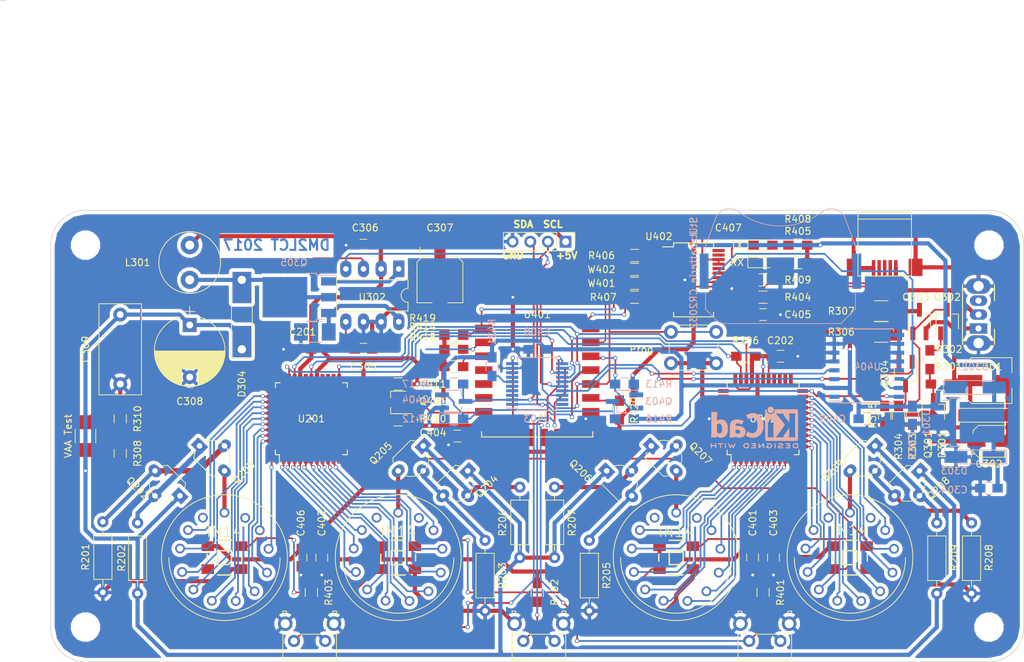
<source format=kicad_pcb>
(kicad_pcb (version 4) (host pcbnew 4.0.5+dfsg1-4)
  (layers (0 F.Cu signal hide) (31 B.Cu signal hide) (34 B.Paste user hide) (35 F.Paste user hide) (36 B.SilkS user hide) (37 F.SilkS user hide) (38 B.Mask user hide) (39 F.Mask user hide) (44 Edge.Cuts user))
  (net 0 "")
  (net 1 GND)
  (net 2 "Net-(BT401-Pad1)")
  (net 3 +5V)
  (net 4 +5VP)
  (net 5 "Net-(C302-Pad1)")
  (net 6 +3V3)
  (net 7 "Net-(C305-Pad2)")
  (net 8 VAA)
  (net 9 "Net-(C405-Pad1)")
  (net 10 "Net-(D304-Pad2)")
  (net 11 "Net-(D401-Pad1)")
  (net 12 "Net-(D401-Pad2)")
  (net 13 "Net-(D402-Pad1)")
  (net 14 "Net-(D402-Pad2)")
  (net 15 "Net-(LED401-Pad4)")
  (net 16 "Net-(LED402-Pad4)")
  (net 17 "Net-(LED403-Pad4)")
  (net 18 "Net-(LED404-Pad4)")
  (net 19 "/Microcontroller and clock/USBD-")
  (net 20 "/Microcontroller and clock/USBD+")
  (net 21 "Net-(Q202-Pad2)")
  (net 22 "Net-(Q202-Pad3)")
  (net 23 "Net-(Q204-Pad2)")
  (net 24 "Net-(Q204-Pad3)")
  (net 25 "Net-(Q206-Pad2)")
  (net 26 "Net-(Q206-Pad3)")
  (net 27 "Net-(Q208-Pad2)")
  (net 28 "Net-(Q208-Pad3)")
  (net 29 "Net-(Q301-Pad3)")
  (net 30 "Net-(Q302-Pad1)")
  (net 31 "Net-(Q303-Pad3)")
  (net 32 "Net-(Q304-Pad3)")
  (net 33 "Net-(Q305-Pad1)")
  (net 34 "Net-(Q305-Pad3)")
  (net 35 "Net-(Q401-Pad2)")
  (net 36 "Net-(Q403-Pad2)")
  (net 37 "Net-(Q404-Pad2)")
  (net 38 "Net-(R206-Pad2)")
  (net 39 "Net-(R308-Pad2)")
  (net 40 "/Microcontroller and clock/BTN1")
  (net 41 "/Microcontroller and clock/BTN2")
  (net 42 "/Microcontroller and clock/BTN3")
  (net 43 "Net-(R404-Pad1)")
  (net 44 "Net-(R405-Pad1)")
  (net 45 "Net-(R406-Pad1)")
  (net 46 "Net-(R406-Pad2)")
  (net 47 "Net-(R407-Pad1)")
  (net 48 "Net-(R407-Pad2)")
  (net 49 "Net-(R414-Pad2)")
  (net 50 "Net-(R418-Pad2)")
  (net 51 "Net-(R419-Pad2)")
  (net 52 "Net-(R420-Pad2)")
  (net 53 "Net-(R421-Pad2)")
  (net 54 "/Tubes with drivers/A7")
  (net 55 "/Tubes with drivers/A6")
  (net 56 "/Tubes with drivers/A9")
  (net 57 "/Tubes with drivers/A8")
  (net 58 "/Tubes with drivers/A4")
  (net 59 "/Tubes with drivers/A3")
  (net 60 "/Tubes with drivers/A1")
  (net 61 "/Tubes with drivers/A2")
  (net 62 "/Tubes with drivers/A0")
  (net 63 "/Tubes with drivers/A5")
  (net 64 "/Tubes with drivers/B7")
  (net 65 "/Tubes with drivers/B6")
  (net 66 "/Tubes with drivers/B9")
  (net 67 "/Tubes with drivers/B8")
  (net 68 "/Tubes with drivers/B4")
  (net 69 "/Tubes with drivers/B3")
  (net 70 "/Tubes with drivers/B1")
  (net 71 "/Tubes with drivers/B2")
  (net 72 "/Tubes with drivers/B0")
  (net 73 "/Tubes with drivers/B5")
  (net 74 "/Tubes with drivers/C7")
  (net 75 "/Tubes with drivers/C6")
  (net 76 "/Tubes with drivers/C9")
  (net 77 "/Tubes with drivers/C8")
  (net 78 "/Tubes with drivers/C4")
  (net 79 "/Tubes with drivers/C3")
  (net 80 "/Tubes with drivers/C1")
  (net 81 "/Tubes with drivers/C2")
  (net 82 "/Tubes with drivers/C5")
  (net 83 "/Tubes with drivers/D7")
  (net 84 "/Tubes with drivers/D6")
  (net 85 "/Tubes with drivers/D9")
  (net 86 "/Tubes with drivers/D8")
  (net 87 "/Tubes with drivers/D4")
  (net 88 "/Tubes with drivers/D3")
  (net 89 "/Tubes with drivers/D1")
  (net 90 "/Tubes with drivers/D2")
  (net 91 "/Tubes with drivers/D0")
  (net 92 "/Tubes with drivers/D5")
  (net 93 "/Microcontroller and clock/HV_SHDN")
  (net 94 "Net-(U402-Pad2)")
  (net 95 "Net-(U402-Pad3)")
  (net 96 "Net-(U403-Pad17)")
  (net 97 "Net-(Q203-Pad3)")
  (net 98 "Net-(Q205-Pad3)")
  (net 99 "Net-(Q207-Pad3)")
  (net 100 "Net-(Q209-Pad3)")
  (net 101 "Net-(Q302-Pad3)")
  (net 102 "Net-(P1-Pad2)")
  (net 103 "Net-(P1-Pad3)")
  (net 104 "Net-(P301-Pad1)")
  (net 105 "Net-(SW401-Pad1)")
  (net 106 "/Tubes with drivers/C0")
  (net 107 "/Microcontroller and clock/HVCLOCK")
  (net 108 "/Microcontroller and clock/HVSTROBE")
  (net 109 "/Microcontroller and clock/HVDATA")
  (module Battery_Holders:Keystone_3034_1x20mm-CoinCell (layer B.Cu) (at 140 58.75)
    (fp_text reference "Stützbatterie CR2032" (at -12.5 0.25 90) (layer B.SilkS) (effects (justify mirror)))
    (fp_text value Battery_Cell)
    (pad 2 smd rect (at 0 0) (size 3.96 3.96) (layers B.Cu B.Paste B.Mask) (net 1 GND))
    (pad 1 smd rect (at 10.985 0) (size 1.27 5.08) (layers B.Cu B.Paste B.Mask) (net 2 "Net-(BT401-Pad1)"))
    (pad 1 smd rect (at -10.985 0) (size 1.27 5.08) (layers B.Cu B.Paste B.Mask) (net 2 "Net-(BT401-Pad1)"))
  )
  (module Capacitors_SMD:C_0805_HandSoldering (layer F.Cu) (at 71.25 70 180)
    (fp_text reference C201 (at 0 2.5 180) (layer F.SilkS))
    (fp_text value 100n)
    (pad 1 smd rect (at -1.25 0 180) (size 1.5 1.25) (layers F.Cu F.Paste F.Mask) (net 3 +5V))
    (pad 2 smd rect (at 1.25 0 180) (size 1.5 1.25) (layers F.Cu F.Paste F.Mask) (net 1 GND))
  )
  (module Capacitors_SMD:C_0805_HandSoldering (layer F.Cu) (at 140 71)
    (fp_text reference C202 (at 0 -2.25) (layer F.SilkS))
    (fp_text value 100n)
    (pad 1 smd rect (at -1.25 0) (size 1.5 1.25) (layers F.Cu F.Paste F.Mask) (net 3 +5V))
    (pad 2 smd rect (at 1.25 0) (size 1.5 1.25) (layers F.Cu F.Paste F.Mask) (net 1 GND))
  )
  (module Capacitors_SMD:CP_Elec_6.3x7.7 (layer F.Cu) (at 170 74.5)
    (fp_text reference C301 (at 0 -2) (layer F.SilkS))
    (fp_text value 220u)
    (fp_text user + (at -4.25 2.5) (layer F.SilkS))
    (pad 1 smd rect (at -2.7 0 180) (size 3.5 1.6) (layers F.Cu F.Paste F.Mask) (net 4 +5VP))
    (pad 2 smd rect (at 2.7 0 180) (size 3.5 1.6) (layers F.Cu F.Paste F.Mask) (net 1 GND))
  )
  (module Capacitors_SMD:CP_Elec_4x5.7 (layer F.Cu) (at 170 83.25)
    (fp_text reference C302 (at 0 3.25) (layer F.SilkS))
    (fp_text value 1u)
    (fp_text user + (at -2.5 1.75) (layer F.SilkS))
    (pad 1 smd rect (at -1.8 0 180) (size 2.6 1.6) (layers F.Cu F.Paste F.Mask) (net 5 "Net-(C302-Pad1)"))
    (pad 2 smd rect (at 1.8 0 180) (size 2.6 1.6) (layers F.Cu F.Paste F.Mask) (net 1 GND))
  )
  (module Capacitors_SMD:C_0805_HandSoldering (layer B.Cu) (at 159 79.5 270)
    (fp_text reference C303 (at 4.25 0 270) (layer B.SilkS) (effects (justify mirror)))
    (fp_text value 100n)
    (pad 1 smd rect (at -1.25 0 270) (size 1.5 1.25) (layers B.Cu B.Paste B.Mask) (net 3 +5V))
    (pad 2 smd rect (at 1.25 0 270) (size 1.5 1.25) (layers B.Cu B.Paste B.Mask) (net 1 GND))
  )
  (module Capacitors_SMD:C_0805_HandSoldering (layer B.Cu) (at 170 90 180)
    (fp_text reference C304 (at 5 -0.25 180) (layer B.SilkS) (effects (justify mirror)))
    (fp_text value 100n)
    (pad 1 smd rect (at -1.25 0 180) (size 1.5 1.25) (layers B.Cu B.Paste B.Mask) (net 6 +3V3))
    (pad 2 smd rect (at 1.25 0 180) (size 1.5 1.25) (layers B.Cu B.Paste B.Mask) (net 1 GND))
  )
  (module Capacitors_SMD:C_0805_HandSoldering (layer F.Cu) (at 80 70 180)
    (fp_text reference C305 (at 0 -2.5 180) (layer F.SilkS))
    (fp_text value 100n)
    (pad 1 smd rect (at -1.25 0 180) (size 1.5 1.25) (layers F.Cu F.Paste F.Mask) (net 1 GND))
    (pad 2 smd rect (at 1.25 0 180) (size 1.5 1.25) (layers F.Cu F.Paste F.Mask) (net 7 "Net-(C305-Pad2)"))
  )
  (module Capacitors_SMD:C_0805_HandSoldering (layer F.Cu) (at 80 55 180)
    (fp_text reference C306 (at -0.25 2.5 180) (layer F.SilkS))
    (fp_text value 100n)
    (pad 1 smd rect (at -1.25 0 180) (size 1.5 1.25) (layers F.Cu F.Paste F.Mask) (net 3 +5V))
    (pad 2 smd rect (at 1.25 0 180) (size 1.5 1.25) (layers F.Cu F.Paste F.Mask) (net 1 GND))
  )
  (module Capacitors_SMD:CP_Elec_6.3x7.7 (layer F.Cu) (at 91 60 270)
    (fp_text reference C307 (at -7.5 0 360) (layer F.SilkS))
    (fp_text value 220u)
    (fp_text user + (at -4.28 2.91 270) (layer F.SilkS))
    (pad 1 smd rect (at -2.7 0 90) (size 3.5 1.6) (layers F.Cu F.Paste F.Mask) (net 3 +5V))
    (pad 2 smd rect (at 2.7 0 90) (size 3.5 1.6) (layers F.Cu F.Paste F.Mask) (net 1 GND))
  )
  (module Capacitors_THT:CP_Radial_D10.0mm_P7.50mm (layer F.Cu) (at 55 66.5 270)
    (fp_text reference C308 (at 11 0 360) (layer F.SilkS))
    (fp_text value 4u7,250V)
    (pad 1 thru_hole rect (at 0 0 270) (size 2 2) (drill 1) (layers *.Cu *.Mask) (net 8 VAA))
    (pad 2 thru_hole circle (at 7.5 0 270) (size 2 2) (drill 1) (layers *.Cu *.Mask) (net 1 GND))
  )
  (module Capacitors_THT:C_Rect_L13.0mm_W6.0mm_P10.00mm_FKS3_FKP3_MKS4 (layer F.Cu) (at 45 65 270)
    (fp_text reference C309 (at 5 5 270) (layer F.SilkS))
    (fp_text value 0.22u)
    (pad 1 thru_hole circle (at 0 0 270) (size 2 2) (drill 1) (layers *.Cu *.Mask) (net 8 VAA))
    (pad 2 thru_hole circle (at 10 0 270) (size 2 2) (drill 1) (layers *.Cu *.Mask) (net 1 GND))
  )
  (module Capacitors_SMD:C_0805_HandSoldering (layer F.Cu) (at 136 99.97913 270)
    (fp_text reference C401 (at -4.97913 0 270) (layer F.SilkS))
    (fp_text value 100n)
    (pad 1 smd rect (at -1.25 0 270) (size 1.5 1.25) (layers F.Cu F.Paste F.Mask) (net 3 +5V))
    (pad 2 smd rect (at 1.25 0 270) (size 1.5 1.25) (layers F.Cu F.Paste F.Mask) (net 1 GND))
  )
  (module Capacitors_SMD:C_0805_HandSoldering (layer F.Cu) (at 74 100 270)
    (fp_text reference C402 (at -5 0 270) (layer F.SilkS))
    (fp_text value 100n)
    (pad 1 smd rect (at -1.25 0 270) (size 1.5 1.25) (layers F.Cu F.Paste F.Mask) (net 3 +5V))
    (pad 2 smd rect (at 1.25 0 270) (size 1.5 1.25) (layers F.Cu F.Paste F.Mask) (net 1 GND))
  )
  (module Capacitors_SMD:C_0805_HandSoldering (layer F.Cu) (at 139 100 270)
    (fp_text reference C403 (at -5 0 270) (layer F.SilkS))
    (fp_text value 100n)
    (pad 1 smd rect (at -1.25 0 270) (size 1.5 1.25) (layers F.Cu F.Paste F.Mask) (net 3 +5V))
    (pad 2 smd rect (at 1.25 0 270) (size 1.5 1.25) (layers F.Cu F.Paste F.Mask) (net 1 GND))
  )
  (module Capacitors_SMD:C_0805_HandSoldering (layer F.Cu) (at 93.5 82.5 180)
    (fp_text reference C404 (at 3.5 0.5 180) (layer F.SilkS))
    (fp_text value 100n)
    (pad 1 smd rect (at -1.25 0 180) (size 1.5 1.25) (layers F.Cu F.Paste F.Mask) (net 6 +3V3))
    (pad 2 smd rect (at 1.25 0 180) (size 1.5 1.25) (layers F.Cu F.Paste F.Mask) (net 1 GND))
  )
  (module Capacitors_SMD:C_0805_HandSoldering (layer F.Cu) (at 137.5 65)
    (fp_text reference C405 (at 5 0 180) (layer F.SilkS))
    (fp_text value 100n)
    (pad 1 smd rect (at -1.25 0) (size 1.5 1.25) (layers F.Cu F.Paste F.Mask) (net 9 "Net-(C405-Pad1)"))
    (pad 2 smd rect (at 1.25 0) (size 1.5 1.25) (layers F.Cu F.Paste F.Mask) (net 1 GND))
  )
  (module Capacitors_SMD:C_0805_HandSoldering (layer F.Cu) (at 71 100 270)
    (fp_text reference C406 (at -5 0 270) (layer F.SilkS))
    (fp_text value 100n)
    (pad 1 smd rect (at -1.25 0 270) (size 1.5 1.25) (layers F.Cu F.Paste F.Mask) (net 3 +5V))
    (pad 2 smd rect (at 1.25 0 270) (size 1.5 1.25) (layers F.Cu F.Paste F.Mask) (net 1 GND))
  )
  (module Capacitors_SMD:C_0805_HandSoldering (layer F.Cu) (at 127.5 52.5)
    (fp_text reference C407 (at 5 0) (layer F.SilkS))
    (fp_text value 100n)
    (pad 1 smd rect (at -1.25 0) (size 1.5 1.25) (layers F.Cu F.Paste F.Mask) (net 6 +3V3))
    (pad 2 smd rect (at 1.25 0) (size 1.5 1.25) (layers F.Cu F.Paste F.Mask) (net 1 GND))
  )
  (module Capacitors_SMD:C_0805_HandSoldering (layer B.Cu) (at 105 70 180)
    (fp_text reference C408 (at 0 2.5 180) (layer B.SilkS) (effects (justify mirror)))
    (fp_text value 100n)
    (pad 1 smd rect (at -1.25 0 180) (size 1.5 1.25) (layers B.Cu B.Paste B.Mask) (net 3 +5V))
    (pad 2 smd rect (at 1.25 0 180) (size 1.5 1.25) (layers B.Cu B.Paste B.Mask) (net 1 GND))
  )
  (module Capacitors_SMD:C_0805_HandSoldering (layer B.Cu) (at 152.5 80)
    (fp_text reference C409 (at -5 0) (layer B.SilkS) (effects (justify mirror)))
    (fp_text value 100n)
    (pad 1 smd rect (at -1.25 0) (size 1.5 1.25) (layers B.Cu B.Paste B.Mask) (net 3 +5V))
    (pad 2 smd rect (at 1.25 0) (size 1.5 1.25) (layers B.Cu B.Paste B.Mask) (net 1 GND))
  )
  (module Diodes_SMD:D_MiniMELF_Handsoldering (layer F.Cu) (at 170 79.5)
    (fp_text reference D301 (at -6.75 4.25 90) (layer F.SilkS))
    (fp_text value 1N5819)
    (pad 1 smd rect (at -2.75 0) (size 3.3 1.7) (layers F.Cu F.Paste F.Mask) (net 4 +5VP))
    (pad 2 smd rect (at 2.75 0) (size 3.3 1.7) (layers F.Cu F.Paste F.Mask) (net 1 GND))
  )
  (module Diodes_SMD:D_MiniMELF_Handsoldering (layer B.Cu) (at 168 75.5)
    (fp_text reference D302 (at 0 -3) (layer B.SilkS) (effects (justify mirror)))
    (fp_text value 1N5819)
    (pad 1 smd rect (at -2.75 0) (size 3.3 1.7) (layers B.Cu B.Paste B.Mask) (net 3 +5V))
    (pad 2 smd rect (at 2.75 0) (size 3.3 1.7) (layers B.Cu B.Paste B.Mask) (net 6 +3V3))
  )
  (module Diodes_SMD:D_MiniMELF_Handsoldering (layer B.Cu) (at 168 85.5 180)
    (fp_text reference D303 (at 3 -2 180) (layer B.SilkS) (effects (justify mirror)))
    (fp_text value 1N5819)
    (pad 1 smd rect (at -2.75 0 180) (size 3.3 1.7) (layers B.Cu B.Paste B.Mask) (net 6 +3V3))
    (pad 2 smd rect (at 2.75 0 180) (size 3.3 1.7) (layers B.Cu B.Paste B.Mask) (net 1 GND))
  )
  (module Diodes_SMD:D_MELF-RM10_Universal_Handsoldering (layer F.Cu) (at 62.5 65 90)
    (fp_text reference D304 (at -10 0 90) (layer F.SilkS))
    (fp_text value EGP20D)
    (pad 1 thru_hole rect (at -5 0 90) (size 4.5 2.7) (drill 1.19888 (offset 1.1 0)) (layers *.Cu *.Mask) (net 8 VAA))
    (pad 2 thru_hole rect (at 5 0 270) (size 4.5 2.7) (drill 1.19888 (offset 1.1 0)) (layers *.Cu *.Mask) (net 10 "Net-(D304-Pad2)"))
  )
  (module LEDs:LED_0805_HandSoldering (layer F.Cu) (at 137.5 55)
    (fp_text reference TX (at -3.75 0) (layer F.SilkS))
    (fp_text value TX)
    (pad 1 smd rect (at -1.35 0) (size 1.5 1.3) (layers F.Cu F.Paste F.Mask) (net 11 "Net-(D401-Pad1)"))
    (pad 2 smd rect (at 1.35 0) (size 1.5 1.3) (layers F.Cu F.Paste F.Mask) (net 12 "Net-(D401-Pad2)"))
  )
  (module LEDs:LED_0805_HandSoldering (layer F.Cu) (at 137.5 57.5)
    (fp_text reference RX (at -3.75 0) (layer F.SilkS))
    (fp_text value RX)
    (pad 1 smd rect (at -1.35 0) (size 1.5 1.3) (layers F.Cu F.Paste F.Mask) (net 13 "Net-(D402-Pad1)"))
    (pad 2 smd rect (at 1.35 0) (size 1.5 1.3) (layers F.Cu F.Paste F.Mask) (net 14 "Net-(D402-Pad2)"))
  )
  (module Inductors_THT:L_Radial_D8.7mm_P5.00mm_Fastron_07HCP (layer F.Cu) (at 55 55 270)
    (fp_text reference L301 (at 2.5 7.5 360) (layer F.SilkS))
    (fp_text value 470uH)
    (pad 1 thru_hole circle (at 0 0 270) (size 2.6 2.6) (drill 1.3) (layers *.Cu *.Mask) (net 3 +5V))
    (pad 2 thru_hole circle (at 5 0 270) (size 2.6 2.6) (drill 1.3) (layers *.Cu *.Mask) (net 10 "Net-(D304-Pad2)"))
  )
  (module WS2812B:WS2812B (layer F.Cu) (at 60 100 90)
    (fp_text reference LED401 hide)
    (fp_text value WS2812B hide)
    (pad 1 smd rect (at 1.65 -2.4 90) (size 1.4 1.8) (layers F.Cu F.Paste F.Mask) (net 3 +5V))
    (pad 2 smd rect (at -1.65 -2.4 90) (size 1.4 1.8) (layers F.Cu F.Paste F.Mask))
    (pad 3 smd rect (at -1.65 2.4 90) (size 1.4 1.8) (layers F.Cu F.Paste F.Mask) (net 1 GND))
    (pad 4 smd rect (at 1.65 2.4 90) (size 1.4 1.8) (layers F.Cu F.Paste F.Mask) (net 15 "Net-(LED401-Pad4)"))
  )
  (module WS2812B:WS2812B (layer F.Cu) (at 85 100 90)
    (fp_text reference LED402 hide)
    (fp_text value WS2812B hide)
    (pad 1 smd rect (at 1.65 -2.4 90) (size 1.4 1.8) (layers F.Cu F.Paste F.Mask) (net 3 +5V))
    (pad 2 smd rect (at -1.65 -2.4 90) (size 1.4 1.8) (layers F.Cu F.Paste F.Mask) (net 15 "Net-(LED401-Pad4)"))
    (pad 3 smd rect (at -1.65 2.4 90) (size 1.4 1.8) (layers F.Cu F.Paste F.Mask) (net 1 GND))
    (pad 4 smd rect (at 1.65 2.4 90) (size 1.4 1.8) (layers F.Cu F.Paste F.Mask) (net 16 "Net-(LED402-Pad4)"))
  )
  (module WS2812B:WS2812B (layer F.Cu) (at 125 100 90)
    (fp_text reference LED403 hide)
    (fp_text value WS2812B hide)
    (pad 1 smd rect (at 1.65 -2.4 90) (size 1.4 1.8) (layers F.Cu F.Paste F.Mask) (net 3 +5V))
    (pad 2 smd rect (at -1.65 -2.4 90) (size 1.4 1.8) (layers F.Cu F.Paste F.Mask) (net 16 "Net-(LED402-Pad4)"))
    (pad 3 smd rect (at -1.65 2.4 90) (size 1.4 1.8) (layers F.Cu F.Paste F.Mask) (net 1 GND))
    (pad 4 smd rect (at 1.65 2.4 90) (size 1.4 1.8) (layers F.Cu F.Paste F.Mask) (net 17 "Net-(LED403-Pad4)"))
  )
  (module WS2812B:WS2812B (layer F.Cu) (at 150 100 90)
    (fp_text reference LED404 hide)
    (fp_text value WS2812B hide)
    (pad 1 smd rect (at 1.65 -2.4 90) (size 1.4 1.8) (layers F.Cu F.Paste F.Mask) (net 3 +5V))
    (pad 2 smd rect (at -1.65 -2.4 90) (size 1.4 1.8) (layers F.Cu F.Paste F.Mask) (net 17 "Net-(LED403-Pad4)"))
    (pad 3 smd rect (at -1.65 2.4 90) (size 1.4 1.8) (layers F.Cu F.Paste F.Mask) (net 1 GND))
    (pad 4 smd rect (at 1.65 2.4 90) (size 1.4 1.8) (layers F.Cu F.Paste F.Mask) (net 18 "Net-(LED404-Pad4)"))
  )
  (module Connectors:USB_Mini-B (layer F.Cu) (at 155 55.5 270)
    (fp_text reference P301 hide)
    (fp_text value USB_OTG)
    (pad 1 smd rect (at 2.8 -1.6 270) (size 2.3 0.5) (layers F.Cu F.Paste F.Mask) (net 104 "Net-(P301-Pad1)"))
    (pad 2 smd rect (at 2.8 -0.8 270) (size 2.3 0.5) (layers F.Cu F.Paste F.Mask) (net 19 "/Microcontroller and clock/USBD-"))
    (pad 3 smd rect (at 2.8 0 270) (size 2.3 0.5) (layers F.Cu F.Paste F.Mask) (net 20 "/Microcontroller and clock/USBD+"))
    (pad 4 smd rect (at 2.8 0.8 270) (size 2.3 0.5) (layers F.Cu F.Paste F.Mask))
    (pad 5 smd rect (at 2.8 1.6 270) (size 2.3 0.5) (layers F.Cu F.Paste F.Mask) (net 1 GND))
    (pad 6 smd rect (at 2.7 -4.45 270) (size 2.5 2) (layers F.Cu F.Paste F.Mask) (net 1 GND))
    (pad 6 smd rect (at -2.8 -4.45 270) (size 2.5 2) (layers F.Cu F.Paste F.Mask) (net 1 GND))
    (pad 6 smd rect (at 2.7 4.45 270) (size 2.5 2) (layers F.Cu F.Paste F.Mask) (net 1 GND))
    (pad 6 smd rect (at -2.8 4.45 270) (size 2.5 2) (layers F.Cu F.Paste F.Mask) (net 1 GND))
    (pad "" np_thru_hole circle (at 0.2 -2.2 270) (size 0.9 0.9) (drill 0.9) (layers *.Cu *.Mask))
    (pad "" np_thru_hole circle (at 0.2 2.2 270) (size 0.9 0.9) (drill 0.9) (layers *.Cu *.Mask))
  )
  (module TO_SOT_Packages_THT:TO-92_Molded_Wide_Oval (layer F.Cu) (at 53.592102 91.092102 135)
    (fp_text reference Q202 (at 5.079999 -3.535534 135) (layer F.SilkS))
    (fp_text value MPSA92)
    (pad 2 thru_hole oval (at 2.54 -2.54 225) (size 2 1.5) (drill 0.8) (layers *.Cu *.Mask) (net 21 "Net-(Q202-Pad2)"))
    (pad 1 thru_hole rect (at 0 0 225) (size 1.5 2) (drill 0.8) (layers *.Cu *.Mask) (net 8 VAA))
    (pad 3 thru_hole oval (at 5.08 0 225) (size 1.5 2) (drill 0.8) (layers *.Cu *.Mask) (net 22 "Net-(Q202-Pad3)"))
  )
  (module TO_SOT_Packages_THT:TO-92_Molded_Wide_Oval (layer F.Cu) (at 56.407898 83.907898 315)
    (fp_text reference Q203 (at 7.20132 -1.767767 405) (layer F.SilkS))
    (fp_text value MPSA92)
    (pad 2 thru_hole oval (at 2.54 -2.54 45) (size 2 1.5) (drill 0.8) (layers *.Cu *.Mask) (net 22 "Net-(Q202-Pad3)"))
    (pad 1 thru_hole rect (at 0 0 45) (size 1.5 2) (drill 0.8) (layers *.Cu *.Mask) (net 21 "Net-(Q202-Pad2)"))
    (pad 3 thru_hole oval (at 5.08 0 45) (size 1.5 2) (drill 0.8) (layers *.Cu *.Mask) (net 97 "Net-(Q203-Pad3)"))
  )
  (module TO_SOT_Packages_THT:TO-92_Molded_Wide_Oval (layer F.Cu) (at 95 87.5 225)
    (fp_text reference Q204 (at -0.353553 -3.535534 225) (layer F.SilkS))
    (fp_text value MPSA92)
    (pad 2 thru_hole oval (at 2.54 -2.54 315) (size 2 1.5) (drill 0.8) (layers *.Cu *.Mask) (net 23 "Net-(Q204-Pad2)"))
    (pad 1 thru_hole rect (at 0 0 315) (size 1.5 2) (drill 0.8) (layers *.Cu *.Mask) (net 8 VAA))
    (pad 3 thru_hole oval (at 5.08 0 315) (size 1.5 2) (drill 0.8) (layers *.Cu *.Mask) (net 24 "Net-(Q204-Pad3)"))
  )
  (module TO_SOT_Packages_THT:TO-92_Molded_Wide_Oval (layer F.Cu) (at 88.592102 83.907898 225)
    (fp_text reference Q205 (at 5.079999 3.535534 225) (layer F.SilkS))
    (fp_text value MPSA92)
    (pad 2 thru_hole oval (at 2.54 -2.54 315) (size 2 1.5) (drill 0.8) (layers *.Cu *.Mask) (net 24 "Net-(Q204-Pad3)"))
    (pad 1 thru_hole rect (at 0 0 315) (size 1.5 2) (drill 0.8) (layers *.Cu *.Mask) (net 23 "Net-(Q204-Pad2)"))
    (pad 3 thru_hole oval (at 5.08 0 315) (size 1.5 2) (drill 0.8) (layers *.Cu *.Mask) (net 98 "Net-(Q205-Pad3)"))
  )
  (module TO_SOT_Packages_THT:TO-92_Molded_Wide_Oval (layer F.Cu) (at 115 87.5 315)
    (fp_text reference Q206 (at -2.65165 2.65165 315) (layer F.SilkS))
    (fp_text value MPSA92)
    (pad 2 thru_hole oval (at 2.54 -2.54 45) (size 2 1.5) (drill 0.8) (layers *.Cu *.Mask) (net 25 "Net-(Q206-Pad2)"))
    (pad 1 thru_hole rect (at 0 0 45) (size 1.5 2) (drill 0.8) (layers *.Cu *.Mask) (net 8 VAA))
    (pad 3 thru_hole oval (at 5.08 0 45) (size 1.5 2) (drill 0.8) (layers *.Cu *.Mask) (net 26 "Net-(Q206-Pad3)"))
  )
  (module TO_SOT_Packages_THT:TO-92_Molded_Wide_Oval (layer F.Cu) (at 121.407898 83.907898 315)
    (fp_text reference Q207 (at 5.787106 -4.242641 315) (layer F.SilkS))
    (fp_text value MPSA92)
    (pad 2 thru_hole oval (at 2.54 -2.54 45) (size 2 1.5) (drill 0.8) (layers *.Cu *.Mask) (net 26 "Net-(Q206-Pad3)"))
    (pad 1 thru_hole rect (at 0 0 45) (size 1.5 2) (drill 0.8) (layers *.Cu *.Mask) (net 25 "Net-(Q206-Pad2)"))
    (pad 3 thru_hole oval (at 5.08 0 45) (size 1.5 2) (drill 0.8) (layers *.Cu *.Mask) (net 99 "Net-(Q207-Pad3)"))
  )
  (module TO_SOT_Packages_THT:TO-92_Molded_Wide_Oval (layer F.Cu) (at 160 87.5 225)
    (fp_text reference Q208 (at -0.176777 -3.712311 225) (layer F.SilkS))
    (fp_text value MPSA92)
    (pad 2 thru_hole oval (at 2.54 -2.54 315) (size 2 1.5) (drill 0.8) (layers *.Cu *.Mask) (net 27 "Net-(Q208-Pad2)"))
    (pad 1 thru_hole rect (at 0 0 315) (size 1.5 2) (drill 0.8) (layers *.Cu *.Mask) (net 8 VAA))
    (pad 3 thru_hole oval (at 5.08 0 315) (size 1.5 2) (drill 0.8) (layers *.Cu *.Mask) (net 28 "Net-(Q208-Pad3)"))
  )
  (module TO_SOT_Packages_THT:TO-92_Molded_Wide_Oval (layer F.Cu) (at 153.592102 83.907898 225)
    (fp_text reference Q209 (at 6.847766 1.767767 225) (layer F.SilkS))
    (fp_text value MPSA92)
    (pad 2 thru_hole oval (at 2.54 -2.54 315) (size 2 1.5) (drill 0.8) (layers *.Cu *.Mask) (net 28 "Net-(Q208-Pad3)"))
    (pad 1 thru_hole rect (at 0 0 315) (size 1.5 2) (drill 0.8) (layers *.Cu *.Mask) (net 27 "Net-(Q208-Pad2)"))
    (pad 3 thru_hole oval (at 5.08 0 315) (size 1.5 2) (drill 0.8) (layers *.Cu *.Mask) (net 100 "Net-(Q209-Pad3)"))
  )
  (module TO_SOT_Packages_SMD:SOT-23W_Handsoldering (layer F.Cu) (at 162 79 90)
    (fp_text reference Q301 (at -4.75 -0.75 90) (layer F.SilkS))
    (fp_text value BC847)
    (pad 1 smd rect (at -1.7 -0.95 90) (size 2 0.7) (layers F.Cu F.Paste F.Mask) (net 5 "Net-(C302-Pad1)"))
    (pad 2 smd rect (at -1.7 0.95 90) (size 2 0.7) (layers F.Cu F.Paste F.Mask) (net 1 GND))
    (pad 3 smd rect (at 1.7 0 90) (size 2 0.7) (layers F.Cu F.Paste F.Mask) (net 29 "Net-(Q301-Pad3)"))
  )
  (module TO_SOT_Packages_SMD:SOT-23W_Handsoldering (layer F.Cu) (at 164 66 90)
    (fp_text reference Q302 (at 3.5 0 180) (layer F.SilkS))
    (fp_text value BC857)
    (pad 1 smd rect (at -1.7 -0.95 90) (size 2 0.7) (layers F.Cu F.Paste F.Mask) (net 30 "Net-(Q302-Pad1)"))
    (pad 2 smd rect (at -1.7 0.95 90) (size 2 0.7) (layers F.Cu F.Paste F.Mask) (net 4 +5VP))
    (pad 3 smd rect (at 1.7 0 90) (size 2 0.7) (layers F.Cu F.Paste F.Mask) (net 101 "Net-(Q302-Pad3)"))
  )
  (module TO_SOT_Packages_SMD:SOT-23W_Handsoldering (layer F.Cu) (at 160 66 90)
    (fp_text reference Q303 (at 3.5 -0.5 180) (layer F.SilkS))
    (fp_text value "IRLML 6402")
    (pad 1 smd rect (at -1.7 -0.95 90) (size 2 0.7) (layers F.Cu F.Paste F.Mask) (net 101 "Net-(Q302-Pad3)"))
    (pad 2 smd rect (at -1.7 0.95 90) (size 2 0.7) (layers F.Cu F.Paste F.Mask) (net 4 +5VP))
    (pad 3 smd rect (at 1.7 0 90) (size 2 0.7) (layers F.Cu F.Paste F.Mask) (net 31 "Net-(Q303-Pad3)"))
  )
  (module TO_SOT_Packages_SMD:SOT-23W_Handsoldering (layer F.Cu) (at 158 73.5 270)
    (fp_text reference Q304 (at 0 3 270) (layer F.SilkS))
    (fp_text value BC857)
    (pad 1 smd rect (at -1.7 -0.95 270) (size 2 0.7) (layers F.Cu F.Paste F.Mask) (net 3 +5V))
    (pad 2 smd rect (at -1.7 0.95 270) (size 2 0.7) (layers F.Cu F.Paste F.Mask) (net 31 "Net-(Q303-Pad3)"))
    (pad 3 smd rect (at 1.7 0 270) (size 2 0.7) (layers F.Cu F.Paste F.Mask) (net 32 "Net-(Q304-Pad3)"))
  )
  (module TO_SOT_Packages_SMD:SOT-23W_Handsoldering (layer F.Cu) (at 84.988043 77.655605 180)
    (fp_text reference Q401 (at -5.011957 0.155605 180) (layer F.SilkS))
    (fp_text value BSS138)
    (pad 1 smd rect (at -1.7 -0.95 180) (size 2 0.7) (layers F.Cu F.Paste F.Mask) (net 6 +3V3))
    (pad 2 smd rect (at -1.7 0.95 180) (size 2 0.7) (layers F.Cu F.Paste F.Mask) (net 35 "Net-(Q401-Pad2)"))
    (pad 3 smd rect (at 1.7 0 180) (size 2 0.7) (layers F.Cu F.Paste F.Mask) (net 18 "Net-(LED404-Pad4)"))
  )
  (module TO_SOT_Packages_SMD:SOT-23W_Handsoldering (layer B.Cu) (at 117.546574 77.509144 180)
    (fp_text reference Q403 (at -4.953426 0.009144 180) (layer B.SilkS) (effects (justify mirror)))
    (fp_text value BSS138)
    (pad 1 smd rect (at -1.7 0.95 180) (size 2 0.7) (layers B.Cu B.Paste B.Mask) (net 6 +3V3))
    (pad 2 smd rect (at -1.7 -0.95 180) (size 2 0.7) (layers B.Cu B.Paste B.Mask) (net 36 "Net-(Q403-Pad2)"))
    (pad 3 smd rect (at 1.7 0 180) (size 2 0.7) (layers B.Cu B.Paste B.Mask) (net 102 "Net-(P1-Pad2)"))
  )
  (module TO_SOT_Packages_SMD:SOT-23W_Handsoldering (layer B.Cu) (at 93 77.504616)
    (fp_text reference Q404 (at -5.5 -0.254616) (layer B.SilkS) (effects (justify mirror)))
    (fp_text value BSS138)
    (pad 1 smd rect (at -1.7 0.95) (size 2 0.7) (layers B.Cu B.Paste B.Mask) (net 6 +3V3))
    (pad 2 smd rect (at -1.7 -0.95) (size 2 0.7) (layers B.Cu B.Paste B.Mask) (net 37 "Net-(Q404-Pad2)"))
    (pad 3 smd rect (at 1.7 0) (size 2 0.7) (layers B.Cu B.Paste B.Mask) (net 103 "Net-(P1-Pad3)"))
  )
  (module Resistors_THT:R_Axial_DIN0207_L6.3mm_D2.5mm_P10.16mm_Horizontal (layer F.Cu) (at 42.5 94.84 270)
    (fp_text reference R201 (at 5.08 2.5 270) (layer F.SilkS))
    (fp_text value 330k)
    (pad 1 thru_hole circle (at 0 0 270) (size 1.6 1.6) (drill 0.8) (layers *.Cu *.Mask) (net 22 "Net-(Q202-Pad3)"))
    (pad 2 thru_hole oval (at 10.16 0 270) (size 1.6 1.6) (drill 0.8) (layers *.Cu *.Mask) (net 1 GND))
  )
  (module Resistors_THT:R_Axial_DIN0207_L6.3mm_D2.5mm_P10.16mm_Horizontal (layer F.Cu) (at 47.5 105.16 90)
    (fp_text reference R202 (at 5.08 -2.31 90) (layer F.SilkS))
    (fp_text value 330)
    (pad 1 thru_hole circle (at 0 0 90) (size 1.6 1.6) (drill 0.8) (layers *.Cu *.Mask) (net 8 VAA))
    (pad 2 thru_hole oval (at 10.16 0 90) (size 1.6 1.6) (drill 0.8) (layers *.Cu *.Mask) (net 21 "Net-(Q202-Pad2)"))
  )
  (module Resistors_THT:R_Axial_DIN0207_L6.3mm_D2.5mm_P10.16mm_Horizontal (layer F.Cu) (at 97.5 97.5 270)
    (fp_text reference R203 (at 5.08 -2.5 270) (layer F.SilkS))
    (fp_text value 330k)
    (pad 1 thru_hole circle (at 0 0 270) (size 1.6 1.6) (drill 0.8) (layers *.Cu *.Mask) (net 24 "Net-(Q204-Pad3)"))
    (pad 2 thru_hole oval (at 10.16 0 270) (size 1.6 1.6) (drill 0.8) (layers *.Cu *.Mask) (net 1 GND))
  )
  (module Resistors_THT:R_Axial_DIN0207_L6.3mm_D2.5mm_P10.16mm_Horizontal (layer F.Cu) (at 102.5 100 90)
    (fp_text reference R204 (at 5 -2.5 90) (layer F.SilkS))
    (fp_text value 330)
    (pad 1 thru_hole circle (at 0 0 90) (size 1.6 1.6) (drill 0.8) (layers *.Cu *.Mask) (net 8 VAA))
    (pad 2 thru_hole oval (at 10.16 0 90) (size 1.6 1.6) (drill 0.8) (layers *.Cu *.Mask) (net 23 "Net-(Q204-Pad2)"))
  )
  (module Resistors_THT:R_Axial_DIN0207_L6.3mm_D2.5mm_P10.16mm_Horizontal (layer F.Cu) (at 112.5 97.5 270)
    (fp_text reference R205 (at 5.08 -2.5 270) (layer F.SilkS))
    (fp_text value 330k)
    (pad 1 thru_hole circle (at 0 0 270) (size 1.6 1.6) (drill 0.8) (layers *.Cu *.Mask) (net 26 "Net-(Q206-Pad3)"))
    (pad 2 thru_hole oval (at 10.16 0 270) (size 1.6 1.6) (drill 0.8) (layers *.Cu *.Mask) (net 1 GND))
  )
  (module Resistors_THT:R_Axial_DIN0207_L6.3mm_D2.5mm_P10.16mm_Horizontal (layer F.Cu) (at 107.5 100 90)
    (fp_text reference R207 (at 5 2.5 90) (layer F.SilkS))
    (fp_text value 330)
    (pad 1 thru_hole circle (at 0 0 90) (size 1.6 1.6) (drill 0.8) (layers *.Cu *.Mask) (net 8 VAA))
    (pad 2 thru_hole oval (at 10.16 0 90) (size 1.6 1.6) (drill 0.8) (layers *.Cu *.Mask) (net 25 "Net-(Q206-Pad2)"))
  )
  (module Resistors_THT:R_Axial_DIN0207_L6.3mm_D2.5mm_P10.16mm_Horizontal (layer F.Cu) (at 167.5 95 270)
    (fp_text reference R208 (at 5 -2.5 270) (layer F.SilkS))
    (fp_text value 330k)
    (pad 1 thru_hole circle (at 0 0 270) (size 1.6 1.6) (drill 0.8) (layers *.Cu *.Mask) (net 28 "Net-(Q208-Pad3)"))
    (pad 2 thru_hole oval (at 10.16 0 270) (size 1.6 1.6) (drill 0.8) (layers *.Cu *.Mask) (net 1 GND))
  )
  (module Resistors_THT:R_Axial_DIN0207_L6.3mm_D2.5mm_P10.16mm_Horizontal (layer F.Cu) (at 162.5 105.16 90)
    (fp_text reference R209 (at 5.16 2.5 90) (layer F.SilkS))
    (fp_text value 330)
    (pad 1 thru_hole circle (at 0 0 90) (size 1.6 1.6) (drill 0.8) (layers *.Cu *.Mask) (net 8 VAA))
    (pad 2 thru_hole oval (at 10.16 0 90) (size 1.6 1.6) (drill 0.8) (layers *.Cu *.Mask) (net 27 "Net-(Q208-Pad2)"))
  )
  (module Resistors_SMD:R_0805_HandSoldering (layer F.Cu) (at 157 79.5 270)
    (fp_text reference R304 (at 4.5 0 270) (layer F.SilkS))
    (fp_text value 560k)
    (pad 1 smd rect (at -1.35 0 270) (size 1.5 1.3) (layers F.Cu F.Paste F.Mask) (net 32 "Net-(Q304-Pad3)"))
    (pad 2 smd rect (at 1.35 0 270) (size 1.5 1.3) (layers F.Cu F.Paste F.Mask) (net 5 "Net-(C302-Pad1)"))
  )
  (module Resistors_SMD:R_0805_HandSoldering (layer F.Cu) (at 155 79.5 270)
    (fp_text reference R305 (at 0 1.75 270) (layer F.SilkS))
    (fp_text value 22k)
    (pad 1 smd rect (at -1.35 0 270) (size 1.5 1.3) (layers F.Cu F.Paste F.Mask) (net 32 "Net-(Q304-Pad3)"))
    (pad 2 smd rect (at 1.35 0 270) (size 1.5 1.3) (layers F.Cu F.Paste F.Mask) (net 1 GND))
  )
  (module Resistors_SMD:R_1210_HandSoldering (layer F.Cu) (at 154.5 67.5)
    (fp_text reference R306 (at -5.75 0) (layer F.SilkS))
    (fp_text value 2)
    (pad 1 smd rect (at -2 0) (size 2 2.5) (layers F.Cu F.Paste F.Mask) (net 3 +5V))
    (pad 2 smd rect (at 2 0) (size 2 2.5) (layers F.Cu F.Paste F.Mask) (net 31 "Net-(Q303-Pad3)"))
  )
  (module Resistors_SMD:R_1210_HandSoldering (layer F.Cu) (at 154.5 64.5)
    (fp_text reference R307 (at -5.75 0) (layer F.SilkS))
    (fp_text value R)
    (pad 1 smd rect (at -2 0) (size 2 2.5) (layers F.Cu F.Paste F.Mask) (net 3 +5V))
    (pad 2 smd rect (at 2 0) (size 2 2.5) (layers F.Cu F.Paste F.Mask) (net 31 "Net-(Q303-Pad3)"))
  )
  (module Resistors_SMD:R_0805_HandSoldering (layer F.Cu) (at 45 85 90)
    (fp_text reference R308 (at 0 2.5 90) (layer F.SilkS))
    (fp_text value 1M5)
    (pad 1 smd rect (at -1.35 0 90) (size 1.5 1.3) (layers F.Cu F.Paste F.Mask) (net 8 VAA))
    (pad 2 smd rect (at 1.35 0 90) (size 1.5 1.3) (layers F.Cu F.Paste F.Mask) (net 39 "Net-(R308-Pad2)"))
  )
  (module Resistors_SMD:R_0805_HandSoldering (layer F.Cu) (at 45 80 90)
    (fp_text reference R310 (at 0 2.5 90) (layer F.SilkS))
    (fp_text value 10k)
    (pad 1 smd rect (at -1.35 0 90) (size 1.5 1.3) (layers F.Cu F.Paste F.Mask) (net 39 "Net-(R308-Pad2)"))
    (pad 2 smd rect (at 1.35 0 90) (size 1.5 1.3) (layers F.Cu F.Paste F.Mask) (net 1 GND))
  )
  (module Resistors_SMD:R_0805_HandSoldering (layer F.Cu) (at 137.5 105 90)
    (fp_text reference R401 (at 0 2.5 90) (layer F.SilkS))
    (fp_text value 10k)
    (pad 1 smd rect (at -1.35 0 90) (size 1.5 1.3) (layers F.Cu F.Paste F.Mask) (net 40 "/Microcontroller and clock/BTN1"))
    (pad 2 smd rect (at 1.35 0 90) (size 1.5 1.3) (layers F.Cu F.Paste F.Mask) (net 3 +5V))
  )
  (module Resistors_SMD:R_0805_HandSoldering (layer F.Cu) (at 105 105 90)
    (fp_text reference R402 (at 0 2.5 90) (layer F.SilkS))
    (fp_text value 10k)
    (pad 1 smd rect (at -1.35 0 90) (size 1.5 1.3) (layers F.Cu F.Paste F.Mask) (net 41 "/Microcontroller and clock/BTN2"))
    (pad 2 smd rect (at 1.35 0 90) (size 1.5 1.3) (layers F.Cu F.Paste F.Mask) (net 3 +5V))
  )
  (module Resistors_SMD:R_0805_HandSoldering (layer F.Cu) (at 72.5 105 90)
    (fp_text reference R403 (at 0 2.5 90) (layer F.SilkS))
    (fp_text value 10k)
    (pad 1 smd rect (at -1.35 0 90) (size 1.5 1.3) (layers F.Cu F.Paste F.Mask) (net 42 "/Microcontroller and clock/BTN3"))
    (pad 2 smd rect (at 1.35 0 90) (size 1.5 1.3) (layers F.Cu F.Paste F.Mask) (net 3 +5V))
  )
  (module Resistors_SMD:R_0805_HandSoldering (layer F.Cu) (at 137.5 62.5)
    (fp_text reference R404 (at 5 0) (layer F.SilkS))
    (fp_text value 10R)
    (pad 1 smd rect (at -1.35 0) (size 1.5 1.3) (layers F.Cu F.Paste F.Mask) (net 43 "Net-(R404-Pad1)"))
    (pad 2 smd rect (at 1.35 0) (size 1.5 1.3) (layers F.Cu F.Paste F.Mask) (net 20 "/Microcontroller and clock/USBD+"))
  )
  (module Resistors_SMD:R_0805_HandSoldering (layer F.Cu) (at 137.5 60)
    (fp_text reference R405 (at 5 -7) (layer F.SilkS))
    (fp_text value 10R)
    (pad 1 smd rect (at -1.35 0) (size 1.5 1.3) (layers F.Cu F.Paste F.Mask) (net 44 "Net-(R405-Pad1)"))
    (pad 2 smd rect (at 1.35 0) (size 1.5 1.3) (layers F.Cu F.Paste F.Mask) (net 19 "/Microcontroller and clock/USBD-"))
  )
  (module Resistors_SMD:R_0805_HandSoldering (layer F.Cu) (at 119 56.5)
    (fp_text reference R406 (at -4.75 0) (layer F.SilkS))
    (fp_text value 10R)
    (pad 1 smd rect (at -1.35 0) (size 1.5 1.3) (layers F.Cu F.Paste F.Mask) (net 45 "Net-(R406-Pad1)"))
    (pad 2 smd rect (at 1.35 0) (size 1.5 1.3) (layers F.Cu F.Paste F.Mask) (net 46 "Net-(R406-Pad2)"))
  )
  (module Resistors_SMD:R_0805_HandSoldering (layer F.Cu) (at 119 62.5)
    (fp_text reference R407 (at -4.5 0) (layer F.SilkS))
    (fp_text value 10R)
    (pad 1 smd rect (at -1.35 0) (size 1.5 1.3) (layers F.Cu F.Paste F.Mask) (net 47 "Net-(R407-Pad1)"))
    (pad 2 smd rect (at 1.35 0) (size 1.5 1.3) (layers F.Cu F.Paste F.Mask) (net 48 "Net-(R407-Pad2)"))
  )
  (module Resistors_SMD:R_0805_HandSoldering (layer F.Cu) (at 142.5 55 180)
    (fp_text reference R408 (at 0 3.75 180) (layer F.SilkS))
    (fp_text value 120)
    (pad 1 smd rect (at -1.35 0 180) (size 1.5 1.3) (layers F.Cu F.Paste F.Mask) (net 6 +3V3))
    (pad 2 smd rect (at 1.35 0 180) (size 1.5 1.3) (layers F.Cu F.Paste F.Mask) (net 12 "Net-(D401-Pad2)"))
  )
  (module Resistors_SMD:R_0805_HandSoldering (layer F.Cu) (at 142.5 57.5 180)
    (fp_text reference R409 (at 0 -2.5 180) (layer F.SilkS))
    (fp_text value 120)
    (pad 1 smd rect (at -1.35 0 180) (size 1.5 1.3) (layers F.Cu F.Paste F.Mask) (net 6 +3V3))
    (pad 2 smd rect (at 1.35 0 180) (size 1.5 1.3) (layers F.Cu F.Paste F.Mask) (net 14 "Net-(D402-Pad2)"))
  )
  (module Resistors_SMD:R_0805_HandSoldering (layer F.Cu) (at 84.988043 80.155605 180)
    (fp_text reference R410 (at -5.011957 0.155605 180) (layer F.SilkS))
    (fp_text value 10k)
    (pad 1 smd rect (at -1.35 0 180) (size 1.5 1.3) (layers F.Cu F.Paste F.Mask) (net 6 +3V3))
    (pad 2 smd rect (at 1.35 0 180) (size 1.5 1.3) (layers F.Cu F.Paste F.Mask) (net 35 "Net-(Q401-Pad2)"))
  )
  (module Resistors_SMD:R_0805_HandSoldering (layer F.Cu) (at 84.988043 75 180)
    (fp_text reference R411 (at -5.011957 0 180) (layer F.SilkS))
    (fp_text value 10k)
    (pad 1 smd rect (at -1.35 0 180) (size 1.5 1.3) (layers F.Cu F.Paste F.Mask) (net 3 +5V))
    (pad 2 smd rect (at 1.35 0 180) (size 1.5 1.3) (layers F.Cu F.Paste F.Mask) (net 18 "Net-(LED404-Pad4)"))
  )
  (module Resistors_SMD:R_0805_HandSoldering (layer B.Cu) (at 93 80.004616)
    (fp_text reference R412 (at -5.5 -0.004616) (layer B.SilkS) (effects (justify mirror)))
    (fp_text value 10k)
    (pad 1 smd rect (at -1.35 0) (size 1.5 1.3) (layers B.Cu B.Paste B.Mask) (net 6 +3V3))
    (pad 2 smd rect (at 1.35 0) (size 1.5 1.3) (layers B.Cu B.Paste B.Mask) (net 37 "Net-(Q404-Pad2)"))
  )
  (module Resistors_SMD:R_0805_HandSoldering (layer B.Cu) (at 117.546574 75.009144 180)
    (fp_text reference R413 (at -4.953426 0.009144 180) (layer B.SilkS) (effects (justify mirror)))
    (fp_text value 10k)
    (pad 1 smd rect (at -1.35 0 180) (size 1.5 1.3) (layers B.Cu B.Paste B.Mask) (net 6 +3V3))
    (pad 2 smd rect (at 1.35 0 180) (size 1.5 1.3) (layers B.Cu B.Paste B.Mask) (net 36 "Net-(Q403-Pad2)"))
  )
  (module Resistors_SMD:R_0805_HandSoldering (layer F.Cu) (at 93 70)
    (fp_text reference R414 (at -4.5 -3.25) (layer F.SilkS))
    (fp_text value 10k)
    (pad 1 smd rect (at -1.35 0) (size 1.5 1.3) (layers F.Cu F.Paste F.Mask) (net 6 +3V3))
    (pad 2 smd rect (at 1.35 0) (size 1.5 1.3) (layers F.Cu F.Paste F.Mask) (net 49 "Net-(R414-Pad2)"))
  )
  (module Resistors_SMD:R_0805_HandSoldering (layer B.Cu) (at 117.546574 80.009144 180)
    (fp_text reference R416 (at -4.953426 0.009144 180) (layer B.SilkS) (effects (justify mirror)))
    (fp_text value 10k)
    (pad 1 smd rect (at -1.35 0 180) (size 1.5 1.3) (layers B.Cu B.Paste B.Mask) (net 3 +5V))
    (pad 2 smd rect (at 1.35 0 180) (size 1.5 1.3) (layers B.Cu B.Paste B.Mask) (net 102 "Net-(P1-Pad2)"))
  )
  (module Resistors_SMD:R_0805_HandSoldering (layer B.Cu) (at 93 75.004616)
    (fp_text reference R417 (at -5.5 -0.004616) (layer B.SilkS) (effects (justify mirror)))
    (fp_text value 10k)
    (pad 1 smd rect (at -1.35 0) (size 1.5 1.3) (layers B.Cu B.Paste B.Mask) (net 3 +5V))
    (pad 2 smd rect (at 1.35 0) (size 1.5 1.3) (layers B.Cu B.Paste B.Mask) (net 103 "Net-(P1-Pad3)"))
  )
  (module Resistors_SMD:R_0805_HandSoldering (layer F.Cu) (at 93 72.5)
    (fp_text reference R418 (at -4.5 -4.25) (layer F.SilkS))
    (fp_text value 10k)
    (pad 1 smd rect (at -1.35 0) (size 1.5 1.3) (layers F.Cu F.Paste F.Mask) (net 6 +3V3))
    (pad 2 smd rect (at 1.35 0) (size 1.5 1.3) (layers F.Cu F.Paste F.Mask) (net 50 "Net-(R418-Pad2)"))
  )
  (module Resistors_SMD:R_0805_HandSoldering (layer F.Cu) (at 93 68)
    (fp_text reference R419 (at -4.5 -2.5) (layer F.SilkS))
    (fp_text value 10k)
    (pad 1 smd rect (at -1.35 0) (size 1.5 1.3) (layers F.Cu F.Paste F.Mask) (net 6 +3V3))
    (pad 2 smd rect (at 1.35 0) (size 1.5 1.3) (layers F.Cu F.Paste F.Mask) (net 51 "Net-(R419-Pad2)"))
  )
  (module Resistors_SMD:R_0805_HandSoldering (layer F.Cu) (at 116.84 78.74 90)
    (fp_text reference R420 (at 0 2.16 90) (layer F.SilkS))
    (fp_text value 10k)
    (pad 1 smd rect (at -1.35 0 90) (size 1.5 1.3) (layers F.Cu F.Paste F.Mask) (net 6 +3V3))
    (pad 2 smd rect (at 1.35 0 90) (size 1.5 1.3) (layers F.Cu F.Paste F.Mask) (net 52 "Net-(R420-Pad2)"))
  )
  (module Resistors_SMD:R_0805_HandSoldering (layer B.Cu) (at 98.5 72.5 270)
    (fp_text reference R421 (at -5 0 270) (layer B.SilkS) (effects (justify mirror)))
    (fp_text value 10k)
    (pad 1 smd rect (at -1.35 0 270) (size 1.5 1.3) (layers B.Cu B.Paste B.Mask) (net 3 +5V))
    (pad 2 smd rect (at 1.35 0 270) (size 1.5 1.3) (layers B.Cu B.Paste B.Mask) (net 53 "Net-(R421-Pad2)"))
  )
  (module Resistors_SMD:R_1210_HandSoldering (layer B.Cu) (at 73 67.5 180)
    (fp_text reference RSENSE301 hide)
    (fp_text value 0R050)
    (pad 1 smd rect (at -2 0 180) (size 2 2.5) (layers B.Cu B.Paste B.Mask) (net 34 "Net-(Q305-Pad3)"))
    (pad 2 smd rect (at 2 0 180) (size 2 2.5) (layers B.Cu B.Paste B.Mask) (net 1 GND))
  )
  (module Buttons_Switches_THT:SW_CuK_OS102011MA1QN1_SPDT_Angled (layer F.Cu) (at 168.5 67 90)
    (fp_text reference SW301 hide)
    (fp_text value SW_DPDT_x2)
    (pad 1 thru_hole rect (at 0 0 90) (size 1.5 2.5) (drill 0.9) (layers *.Cu *.Mask) (net 4 +5VP))
    (pad 2 thru_hole oval (at 2 0 90) (size 1.5 2.5) (drill 0.9) (layers *.Cu *.Mask) (net 104 "Net-(P301-Pad1)"))
    (pad 3 thru_hole oval (at 4 0 90) (size 1.5 2.5) (drill 0.9) (layers *.Cu *.Mask))
    (pad "" thru_hole oval (at -2.1 0 90) (size 2.2 3.5) (drill 1.5) (layers *.Cu *.Mask) (net 1 GND))
    (pad "" thru_hole oval (at 6.1 0 90) (size 2.2 3.5) (drill 1.5) (layers *.Cu *.Mask) (net 1 GND))
  )
  (module Buttons_Switches_THT:SW_Tactile_SPST_Angled_PTS645Vx83-2LFS (layer F.Cu) (at 140 112 180)
    (fp_text reference SW402 hide)
    (fp_text value SW_Push)
    (pad "" thru_hole circle (at 5.76 2.49 180) (size 2.1 2.1) (drill 1.3) (layers *.Cu *.Mask) (net 1 GND))
    (pad 2 thru_hole circle (at 4.5 0 180) (size 1.75 1.75) (drill 0.99) (layers *.Cu *.Mask) (net 40 "/Microcontroller and clock/BTN1"))
    (pad 1 thru_hole circle (at 0 0 180) (size 1.75 1.75) (drill 0.99) (layers *.Cu *.Mask) (net 1 GND))
    (pad "" thru_hole circle (at -1.25 2.49 180) (size 2.1 2.1) (drill 1.3) (layers *.Cu *.Mask) (net 1 GND))
  )
  (module Buttons_Switches_THT:SW_Tactile_SPST_Angled_PTS645Vx83-2LFS (layer F.Cu) (at 107.5 112 180)
    (fp_text reference SW403 hide)
    (fp_text value SW_Push)
    (pad "" thru_hole circle (at 5.76 2.49 180) (size 2.1 2.1) (drill 1.3) (layers *.Cu *.Mask) (net 1 GND))
    (pad 2 thru_hole circle (at 4.5 0 180) (size 1.75 1.75) (drill 0.99) (layers *.Cu *.Mask) (net 41 "/Microcontroller and clock/BTN2"))
    (pad 1 thru_hole circle (at 0 0 180) (size 1.75 1.75) (drill 0.99) (layers *.Cu *.Mask) (net 1 GND))
    (pad "" thru_hole circle (at -1.25 2.49 180) (size 2.1 2.1) (drill 1.3) (layers *.Cu *.Mask) (net 1 GND))
  )
  (module Version_2:IN-14-mod (layer F.Cu) (at 60 100 180)
    (fp_text reference TBE201 hide)
    (fp_text value IN14 (at 0 3.75 180) (layer F.SilkS))
    (pad 9 thru_hole circle (at -4.348 -4.846 180) (size 1.408 1.408) (drill 0.9) (layers *.Cu *.Mask) (net 54 "/Tubes with drivers/A7"))
    (pad 8 thru_hole circle (at -1.621 -6.243) (size 1.408 1.408) (drill 0.9) (layers *.Cu *.Mask) (net 55 "/Tubes with drivers/A6"))
    (pad 11 thru_hole circle (at -6.35 1.27 180) (size 1.408 1.408) (drill 0.9) (layers *.Cu *.Mask) (net 62 "/Tubes with drivers/A0"))
    (pad 10 thru_hole circle (at -6.12 -2.154 180) (size 1.408 1.408) (drill 0.9) (layers *.Cu *.Mask) (net 57 "/Tubes with drivers/A8"))
    (pad 6 thru_hole circle (at 4.469 -4.594 180) (size 1.408 1.408) (drill 0.9) (layers *.Cu *.Mask) (net 58 "/Tubes with drivers/A4"))
    (pad 5 thru_hole circle (at 6.089 -2.063 180) (size 1.408 1.408) (drill 0.9) (layers *.Cu *.Mask) (net 59 "/Tubes with drivers/A3"))
    (pad 1 thru_hole circle (at 0 6.477 180) (size 1.408 1.408) (drill 0.9) (layers *.Cu *.Mask) (net 97 "Net-(Q203-Pad3)"))
    (pad 3 thru_hole circle (at 5.232 3.973 180) (size 1.408 1.408) (drill 0.9) (layers *.Cu *.Mask) (net 60 "/Tubes with drivers/A1"))
    (pad 4 thru_hole circle (at 6.393 1.307 180) (size 1.408 1.408) (drill 0.9) (layers *.Cu *.Mask) (net 61 "/Tubes with drivers/A2"))
    (pad 12 thru_hole circle (at -5.08 3.937 180) (size 1.408 1.408) (drill 0.9) (layers *.Cu *.Mask) (net 56 "/Tubes with drivers/A9"))
    (pad 2 thru_hole circle (at 3.104 5.752 180) (size 1.408 1.408) (drill 0.9) (layers *.Cu *.Mask))
    (pad 7 thru_hole circle (at 1.822 -6.213) (size 1.408 1.408) (drill 0.9) (layers *.Cu *.Mask) (net 63 "/Tubes with drivers/A5"))
    (pad 13 thru_hole circle (at -2.978 5.725 180) (size 1.408 1.408) (drill 0.9) (layers *.Cu *.Mask))
  )
  (module Version_2:IN-14-mod (layer F.Cu) (at 85 100 180)
    (fp_text reference TBE202 hide)
    (fp_text value IN14 (at 0 3.75 180) (layer F.SilkS))
    (pad 9 thru_hole circle (at -4.348 -4.846 180) (size 1.408 1.408) (drill 0.9) (layers *.Cu *.Mask) (net 64 "/Tubes with drivers/B7"))
    (pad 8 thru_hole circle (at -1.621 -6.243) (size 1.408 1.408) (drill 0.9) (layers *.Cu *.Mask) (net 65 "/Tubes with drivers/B6"))
    (pad 11 thru_hole circle (at -6.35 1.27 180) (size 1.408 1.408) (drill 0.9) (layers *.Cu *.Mask) (net 66 "/Tubes with drivers/B9"))
    (pad 10 thru_hole circle (at -6.12 -2.154 180) (size 1.408 1.408) (drill 0.9) (layers *.Cu *.Mask) (net 67 "/Tubes with drivers/B8"))
    (pad 6 thru_hole circle (at 4.469 -4.594 180) (size 1.408 1.408) (drill 0.9) (layers *.Cu *.Mask) (net 68 "/Tubes with drivers/B4"))
    (pad 5 thru_hole circle (at 6.089 -2.063 180) (size 1.408 1.408) (drill 0.9) (layers *.Cu *.Mask) (net 70 "/Tubes with drivers/B1"))
    (pad 1 thru_hole circle (at 0 6.477 180) (size 1.408 1.408) (drill 0.9) (layers *.Cu *.Mask) (net 98 "Net-(Q205-Pad3)"))
    (pad 3 thru_hole circle (at 5.232 3.973 180) (size 1.408 1.408) (drill 0.9) (layers *.Cu *.Mask) (net 69 "/Tubes with drivers/B3"))
    (pad 4 thru_hole circle (at 6.393 1.307 180) (size 1.408 1.408) (drill 0.9) (layers *.Cu *.Mask) (net 71 "/Tubes with drivers/B2"))
    (pad 12 thru_hole circle (at -5.08 3.937 180) (size 1.408 1.408) (drill 0.9) (layers *.Cu *.Mask) (net 72 "/Tubes with drivers/B0"))
    (pad 2 thru_hole circle (at 3.104 5.752 180) (size 1.408 1.408) (drill 0.9) (layers *.Cu *.Mask))
    (pad 7 thru_hole circle (at 1.822 -6.213) (size 1.408 1.408) (drill 0.9) (layers *.Cu *.Mask) (net 73 "/Tubes with drivers/B5"))
    (pad 13 thru_hole circle (at -2.978 5.725 180) (size 1.408 1.408) (drill 0.9) (layers *.Cu *.Mask))
  )
  (module Version_2:IN-14-mod (layer F.Cu) (at 125 100 180)
    (fp_text reference TBE203 hide)
    (fp_text value IN14 (at 0 3.75 180) (layer F.SilkS))
    (pad 9 thru_hole circle (at -4.348 -4.846 180) (size 1.408 1.408) (drill 0.9) (layers *.Cu *.Mask) (net 76 "/Tubes with drivers/C9"))
    (pad 8 thru_hole circle (at -1.621 -6.243) (size 1.408 1.408) (drill 0.9) (layers *.Cu *.Mask) (net 106 "/Tubes with drivers/C0"))
    (pad 11 thru_hole circle (at -6.35 1.27 180) (size 1.408 1.408) (drill 0.9) (layers *.Cu *.Mask) (net 74 "/Tubes with drivers/C7"))
    (pad 10 thru_hole circle (at -6.12 -2.154 180) (size 1.408 1.408) (drill 0.9) (layers *.Cu *.Mask) (net 77 "/Tubes with drivers/C8"))
    (pad 6 thru_hole circle (at 4.469 -4.594 180) (size 1.408 1.408) (drill 0.9) (layers *.Cu *.Mask) (net 78 "/Tubes with drivers/C4"))
    (pad 5 thru_hole circle (at 6.089 -2.063 180) (size 1.408 1.408) (drill 0.9) (layers *.Cu *.Mask) (net 79 "/Tubes with drivers/C3"))
    (pad 1 thru_hole circle (at 0 6.477 180) (size 1.408 1.408) (drill 0.9) (layers *.Cu *.Mask) (net 99 "Net-(Q207-Pad3)"))
    (pad 3 thru_hole circle (at 5.232 3.973 180) (size 1.408 1.408) (drill 0.9) (layers *.Cu *.Mask) (net 80 "/Tubes with drivers/C1"))
    (pad 4 thru_hole circle (at 6.393 1.307 180) (size 1.408 1.408) (drill 0.9) (layers *.Cu *.Mask) (net 81 "/Tubes with drivers/C2"))
    (pad 12 thru_hole circle (at -5.08 3.937 180) (size 1.408 1.408) (drill 0.9) (layers *.Cu *.Mask) (net 75 "/Tubes with drivers/C6"))
    (pad 2 thru_hole circle (at 3.104 5.752 180) (size 1.408 1.408) (drill 0.9) (layers *.Cu *.Mask))
    (pad 7 thru_hole circle (at 1.822 -6.213) (size 1.408 1.408) (drill 0.9) (layers *.Cu *.Mask) (net 82 "/Tubes with drivers/C5"))
    (pad 13 thru_hole circle (at -2.978 5.725 180) (size 1.408 1.408) (drill 0.9) (layers *.Cu *.Mask))
  )
  (module Version_2:IN-14-mod (layer F.Cu) (at 150 100 180)
    (fp_text reference TBE204 hide)
    (fp_text value IN14 (at 0 4 180) (layer F.SilkS))
    (pad 9 thru_hole circle (at -4.348 -4.846 180) (size 1.408 1.408) (drill 0.9) (layers *.Cu *.Mask) (net 83 "/Tubes with drivers/D7"))
    (pad 8 thru_hole circle (at -1.621 -6.243) (size 1.408 1.408) (drill 0.9) (layers *.Cu *.Mask) (net 84 "/Tubes with drivers/D6"))
    (pad 11 thru_hole circle (at -6.35 1.27 180) (size 1.408 1.408) (drill 0.9) (layers *.Cu *.Mask) (net 85 "/Tubes with drivers/D9"))
    (pad 10 thru_hole circle (at -6.12 -2.154 180) (size 1.408 1.408) (drill 0.9) (layers *.Cu *.Mask) (net 86 "/Tubes with drivers/D8"))
    (pad 6 thru_hole circle (at 4.469 -4.594 180) (size 1.408 1.408) (drill 0.9) (layers *.Cu *.Mask) (net 87 "/Tubes with drivers/D4"))
    (pad 5 thru_hole circle (at 6.089 -2.063 180) (size 1.408 1.408) (drill 0.9) (layers *.Cu *.Mask) (net 88 "/Tubes with drivers/D3"))
    (pad 1 thru_hole circle (at 0 6.477 180) (size 1.408 1.408) (drill 0.9) (layers *.Cu *.Mask) (net 100 "Net-(Q209-Pad3)"))
    (pad 3 thru_hole circle (at 5.232 3.973 180) (size 1.408 1.408) (drill 0.9) (layers *.Cu *.Mask) (net 89 "/Tubes with drivers/D1"))
    (pad 4 thru_hole circle (at 6.393 1.307 180) (size 1.408 1.408) (drill 0.9) (layers *.Cu *.Mask) (net 90 "/Tubes with drivers/D2"))
    (pad 12 thru_hole circle (at -5.08 3.937 180) (size 1.408 1.408) (drill 0.9) (layers *.Cu *.Mask) (net 91 "/Tubes with drivers/D0"))
    (pad 2 thru_hole circle (at 3.104 5.752 180) (size 1.408 1.408) (drill 0.9) (layers *.Cu *.Mask))
    (pad 7 thru_hole circle (at 1.822 -6.213) (size 1.408 1.408) (drill 0.9) (layers *.Cu *.Mask) (net 92 "/Tubes with drivers/D5"))
    (pad 13 thru_hole circle (at -2.978 5.725 180) (size 1.408 1.408) (drill 0.9) (layers *.Cu *.Mask))
  )
  (module Resistors_SMD:R_1210_HandSoldering (layer F.Cu) (at 40 82.5 90)
    (fp_text reference "VAA Test" (at 0 -2.5 90) (layer F.SilkS))
    (fp_text value TEST)
    (pad 1 smd rect (at -2 0 90) (size 2 2.5) (layers F.Cu F.Paste F.Mask) (net 8 VAA))
    (pad 2 smd rect (at 2 0 90) (size 2 2.5) (layers F.Cu F.Paste F.Mask) (net 1 GND))
  )
  (module Housings_QFP:TQFP-44_10x10mm_Pitch0.8mm (layer F.Cu) (at 72.5 80 90)
    (fp_text reference U201 (at 0 0 180) (layer F.SilkS))
    (fp_text value HV5530)
    (pad 1 smd rect (at -5.7 -4 90) (size 1.5 0.55) (layers F.Cu F.Paste F.Mask) (net 70 "/Tubes with drivers/B1"))
    (pad 2 smd rect (at -5.7 -3.2 90) (size 1.5 0.55) (layers F.Cu F.Paste F.Mask) (net 71 "/Tubes with drivers/B2"))
    (pad 3 smd rect (at -5.7 -2.4 90) (size 1.5 0.55) (layers F.Cu F.Paste F.Mask) (net 69 "/Tubes with drivers/B3"))
    (pad 4 smd rect (at -5.7 -1.6 90) (size 1.5 0.55) (layers F.Cu F.Paste F.Mask) (net 68 "/Tubes with drivers/B4"))
    (pad 5 smd rect (at -5.7 -0.8 90) (size 1.5 0.55) (layers F.Cu F.Paste F.Mask) (net 73 "/Tubes with drivers/B5"))
    (pad 6 smd rect (at -5.7 0 90) (size 1.5 0.55) (layers F.Cu F.Paste F.Mask) (net 65 "/Tubes with drivers/B6"))
    (pad 7 smd rect (at -5.7 0.8 90) (size 1.5 0.55) (layers F.Cu F.Paste F.Mask) (net 64 "/Tubes with drivers/B7"))
    (pad 8 smd rect (at -5.7 1.6 90) (size 1.5 0.55) (layers F.Cu F.Paste F.Mask) (net 67 "/Tubes with drivers/B8"))
    (pad 9 smd rect (at -5.7 2.4 90) (size 1.5 0.55) (layers F.Cu F.Paste F.Mask) (net 66 "/Tubes with drivers/B9"))
    (pad 10 smd rect (at -5.7 3.2 90) (size 1.5 0.55) (layers F.Cu F.Paste F.Mask) (net 72 "/Tubes with drivers/B0"))
    (pad 11 smd rect (at -5.7 4 90) (size 1.5 0.55) (layers F.Cu F.Paste F.Mask))
    (pad 12 smd rect (at -4 5.7 180) (size 1.5 0.55) (layers F.Cu F.Paste F.Mask))
    (pad 13 smd rect (at -3.2 5.7 180) (size 1.5 0.55) (layers F.Cu F.Paste F.Mask))
    (pad 14 smd rect (at -2.4 5.7 180) (size 1.5 0.55) (layers F.Cu F.Paste F.Mask))
    (pad 15 smd rect (at -1.6 5.7 180) (size 1.5 0.55) (layers F.Cu F.Paste F.Mask))
    (pad 16 smd rect (at -0.8 5.7 180) (size 1.5 0.55) (layers F.Cu F.Paste F.Mask))
    (pad 17 smd rect (at 0 5.7 180) (size 1.5 0.55) (layers F.Cu F.Paste F.Mask))
    (pad 18 smd rect (at 0.8 5.7 180) (size 1.5 0.55) (layers F.Cu F.Paste F.Mask))
    (pad 19 smd rect (at 1.6 5.7 180) (size 1.5 0.55) (layers F.Cu F.Paste F.Mask))
    (pad 20 smd rect (at 2.4 5.7 180) (size 1.5 0.55) (layers F.Cu F.Paste F.Mask))
    (pad 21 smd rect (at 3.2 5.7 180) (size 1.5 0.55) (layers F.Cu F.Paste F.Mask))
    (pad 22 smd rect (at 4 5.7 180) (size 1.5 0.55) (layers F.Cu F.Paste F.Mask))
    (pad 23 smd rect (at 5.7 4 90) (size 1.5 0.55) (layers F.Cu F.Paste F.Mask) (net 38 "Net-(R206-Pad2)"))
    (pad 24 smd rect (at 5.7 3.2 90) (size 1.5 0.55) (layers F.Cu F.Paste F.Mask))
    (pad 25 smd rect (at 5.7 2.4 90) (size 1.5 0.55) (layers F.Cu F.Paste F.Mask))
    (pad 26 smd rect (at 5.7 1.6 90) (size 1.5 0.55) (layers F.Cu F.Paste F.Mask))
    (pad 27 smd rect (at 5.7 0.8 90) (size 1.5 0.55) (layers F.Cu F.Paste F.Mask) (net 3 +5V))
    (pad 28 smd rect (at 5.7 0 90) (size 1.5 0.55) (layers F.Cu F.Paste F.Mask) (net 107 "/Microcontroller and clock/HVCLOCK"))
    (pad 29 smd rect (at 5.7 -0.8 90) (size 1.5 0.55) (layers F.Cu F.Paste F.Mask) (net 1 GND))
    (pad 30 smd rect (at 5.7 -1.6 90) (size 1.5 0.55) (layers F.Cu F.Paste F.Mask) (net 3 +5V))
    (pad 31 smd rect (at 5.7 -2.4 90) (size 1.5 0.55) (layers F.Cu F.Paste F.Mask) (net 108 "/Microcontroller and clock/HVSTROBE"))
    (pad 32 smd rect (at 5.7 -3.2 90) (size 1.5 0.55) (layers F.Cu F.Paste F.Mask) (net 109 "/Microcontroller and clock/HVDATA"))
    (pad 33 smd rect (at 5.7 -4 90) (size 1.5 0.55) (layers F.Cu F.Paste F.Mask) (net 3 +5V))
    (pad 34 smd rect (at 4 -5.7 180) (size 1.5 0.55) (layers F.Cu F.Paste F.Mask))
    (pad 35 smd rect (at 3.2 -5.7 180) (size 1.5 0.55) (layers F.Cu F.Paste F.Mask) (net 60 "/Tubes with drivers/A1"))
    (pad 36 smd rect (at 2.4 -5.7 180) (size 1.5 0.55) (layers F.Cu F.Paste F.Mask) (net 61 "/Tubes with drivers/A2"))
    (pad 37 smd rect (at 1.6 -5.7 180) (size 1.5 0.55) (layers F.Cu F.Paste F.Mask) (net 59 "/Tubes with drivers/A3"))
    (pad 38 smd rect (at 0.8 -5.7 180) (size 1.5 0.55) (layers F.Cu F.Paste F.Mask) (net 58 "/Tubes with drivers/A4"))
    (pad 39 smd rect (at 0 -5.7 180) (size 1.5 0.55) (layers F.Cu F.Paste F.Mask) (net 63 "/Tubes with drivers/A5"))
    (pad 40 smd rect (at -0.8 -5.7 180) (size 1.5 0.55) (layers F.Cu F.Paste F.Mask) (net 55 "/Tubes with drivers/A6"))
    (pad 41 smd rect (at -1.6 -5.7 180) (size 1.5 0.55) (layers F.Cu F.Paste F.Mask) (net 54 "/Tubes with drivers/A7"))
    (pad 42 smd rect (at -2.4 -5.7 180) (size 1.5 0.55) (layers F.Cu F.Paste F.Mask) (net 57 "/Tubes with drivers/A8"))
    (pad 43 smd rect (at -3.2 -5.7 180) (size 1.5 0.55) (layers F.Cu F.Paste F.Mask) (net 56 "/Tubes with drivers/A9"))
    (pad 44 smd rect (at -4 -5.7 180) (size 1.5 0.55) (layers F.Cu F.Paste F.Mask) (net 62 "/Tubes with drivers/A0"))
  )
  (module Housings_QFP:TQFP-44_10x10mm_Pitch0.8mm (layer F.Cu) (at 137.5 80 90)
    (fp_text reference U202 (at 0 0 180) (layer F.SilkS))
    (fp_text value HV5530)
    (pad 1 smd rect (at -5.7 -4 90) (size 1.5 0.55) (layers F.Cu F.Paste F.Mask) (net 80 "/Tubes with drivers/C1"))
    (pad 2 smd rect (at -5.7 -3.2 90) (size 1.5 0.55) (layers F.Cu F.Paste F.Mask) (net 81 "/Tubes with drivers/C2"))
    (pad 3 smd rect (at -5.7 -2.4 90) (size 1.5 0.55) (layers F.Cu F.Paste F.Mask) (net 79 "/Tubes with drivers/C3"))
    (pad 4 smd rect (at -5.7 -1.6 90) (size 1.5 0.55) (layers F.Cu F.Paste F.Mask) (net 78 "/Tubes with drivers/C4"))
    (pad 5 smd rect (at -5.7 -0.8 90) (size 1.5 0.55) (layers F.Cu F.Paste F.Mask) (net 82 "/Tubes with drivers/C5"))
    (pad 6 smd rect (at -5.7 0 90) (size 1.5 0.55) (layers F.Cu F.Paste F.Mask) (net 75 "/Tubes with drivers/C6"))
    (pad 7 smd rect (at -5.7 0.8 90) (size 1.5 0.55) (layers F.Cu F.Paste F.Mask) (net 74 "/Tubes with drivers/C7"))
    (pad 8 smd rect (at -5.7 1.6 90) (size 1.5 0.55) (layers F.Cu F.Paste F.Mask) (net 77 "/Tubes with drivers/C8"))
    (pad 9 smd rect (at -5.7 2.4 90) (size 1.5 0.55) (layers F.Cu F.Paste F.Mask) (net 76 "/Tubes with drivers/C9"))
    (pad 10 smd rect (at -5.7 3.2 90) (size 1.5 0.55) (layers F.Cu F.Paste F.Mask) (net 106 "/Tubes with drivers/C0"))
    (pad 11 smd rect (at -5.7 4 90) (size 1.5 0.55) (layers F.Cu F.Paste F.Mask))
    (pad 12 smd rect (at -4 5.7 180) (size 1.5 0.55) (layers F.Cu F.Paste F.Mask) (net 89 "/Tubes with drivers/D1"))
    (pad 13 smd rect (at -3.2 5.7 180) (size 1.5 0.55) (layers F.Cu F.Paste F.Mask) (net 90 "/Tubes with drivers/D2"))
    (pad 14 smd rect (at -2.4 5.7 180) (size 1.5 0.55) (layers F.Cu F.Paste F.Mask) (net 88 "/Tubes with drivers/D3"))
    (pad 15 smd rect (at -1.6 5.7 180) (size 1.5 0.55) (layers F.Cu F.Paste F.Mask) (net 87 "/Tubes with drivers/D4"))
    (pad 16 smd rect (at -0.8 5.7 180) (size 1.5 0.55) (layers F.Cu F.Paste F.Mask) (net 92 "/Tubes with drivers/D5"))
    (pad 17 smd rect (at 0 5.7 180) (size 1.5 0.55) (layers F.Cu F.Paste F.Mask) (net 84 "/Tubes with drivers/D6"))
    (pad 18 smd rect (at 0.8 5.7 180) (size 1.5 0.55) (layers F.Cu F.Paste F.Mask) (net 83 "/Tubes with drivers/D7"))
    (pad 19 smd rect (at 1.6 5.7 180) (size 1.5 0.55) (layers F.Cu F.Paste F.Mask) (net 86 "/Tubes with drivers/D8"))
    (pad 20 smd rect (at 2.4 5.7 180) (size 1.5 0.55) (layers F.Cu F.Paste F.Mask) (net 85 "/Tubes with drivers/D9"))
    (pad 21 smd rect (at 3.2 5.7 180) (size 1.5 0.55) (layers F.Cu F.Paste F.Mask) (net 91 "/Tubes with drivers/D0"))
    (pad 22 smd rect (at 4 5.7 180) (size 1.5 0.55) (layers F.Cu F.Paste F.Mask))
    (pad 23 smd rect (at 5.7 4 90) (size 1.5 0.55) (layers F.Cu F.Paste F.Mask))
    (pad 24 smd rect (at 5.7 3.2 90) (size 1.5 0.55) (layers F.Cu F.Paste F.Mask))
    (pad 25 smd rect (at 5.7 2.4 90) (size 1.5 0.55) (layers F.Cu F.Paste F.Mask))
    (pad 26 smd rect (at 5.7 1.6 90) (size 1.5 0.55) (layers F.Cu F.Paste F.Mask))
    (pad 27 smd rect (at 5.7 0.8 90) (size 1.5 0.55) (layers F.Cu F.Paste F.Mask) (net 3 +5V))
    (pad 28 smd rect (at 5.7 0 90) (size 1.5 0.55) (layers F.Cu F.Paste F.Mask) (net 107 "/Microcontroller and clock/HVCLOCK"))
    (pad 29 smd rect (at 5.7 -0.8 90) (size 1.5 0.55) (layers F.Cu F.Paste F.Mask) (net 1 GND))
    (pad 30 smd rect (at 5.7 -1.6 90) (size 1.5 0.55) (layers F.Cu F.Paste F.Mask) (net 3 +5V))
    (pad 31 smd rect (at 5.7 -2.4 90) (size 1.5 0.55) (layers F.Cu F.Paste F.Mask) (net 108 "/Microcontroller and clock/HVSTROBE"))
    (pad 32 smd rect (at 5.7 -3.2 90) (size 1.5 0.55) (layers F.Cu F.Paste F.Mask) (net 38 "Net-(R206-Pad2)"))
    (pad 33 smd rect (at 5.7 -4 90) (size 1.5 0.55) (layers F.Cu F.Paste F.Mask) (net 3 +5V))
    (pad 34 smd rect (at 4 -5.7 180) (size 1.5 0.55) (layers F.Cu F.Paste F.Mask))
    (pad 35 smd rect (at 3.2 -5.7 180) (size 1.5 0.55) (layers F.Cu F.Paste F.Mask))
    (pad 36 smd rect (at 2.4 -5.7 180) (size 1.5 0.55) (layers F.Cu F.Paste F.Mask))
    (pad 37 smd rect (at 1.6 -5.7 180) (size 1.5 0.55) (layers F.Cu F.Paste F.Mask))
    (pad 38 smd rect (at 0.8 -5.7 180) (size 1.5 0.55) (layers F.Cu F.Paste F.Mask))
    (pad 39 smd rect (at 0 -5.7 180) (size 1.5 0.55) (layers F.Cu F.Paste F.Mask))
    (pad 40 smd rect (at -0.8 -5.7 180) (size 1.5 0.55) (layers F.Cu F.Paste F.Mask))
    (pad 41 smd rect (at -1.6 -5.7 180) (size 1.5 0.55) (layers F.Cu F.Paste F.Mask))
    (pad 42 smd rect (at -2.4 -5.7 180) (size 1.5 0.55) (layers F.Cu F.Paste F.Mask))
    (pad 43 smd rect (at -3.2 -5.7 180) (size 1.5 0.55) (layers F.Cu F.Paste F.Mask))
    (pad 44 smd rect (at -4 -5.7 180) (size 1.5 0.55) (layers F.Cu F.Paste F.Mask))
  )
  (module TO_SOT_Packages_SMD:TO-252-2 (layer B.Cu) (at 166.9 80.5)
    (fp_text reference U301 (at -5.9 0 90) (layer B.SilkS) (effects (justify mirror)))
    (fp_text value LM1117-3.3)
    (pad 1 smd rect (at -4.2 2.28) (size 2.2 1.2) (layers B.Cu B.Paste B.Mask) (net 1 GND))
    (pad 3 smd rect (at -4.2 -2.28) (size 2.2 1.2) (layers B.Cu B.Paste B.Mask) (net 3 +5V))
    (pad 2 smd rect (at 2.1 0) (size 6.4 5.8) (layers B.Cu B.Mask) (net 6 +3V3))
    (pad 2 smd rect (at 3.775 -1.525) (size 3.05 2.75) (layers B.Cu B.Paste) (net 6 +3V3))
    (pad 2 smd rect (at 0.425 1.525) (size 3.05 2.75) (layers B.Cu B.Paste) (net 6 +3V3))
    (pad 2 smd rect (at 3.775 1.525) (size 3.05 2.75) (layers B.Cu B.Paste) (net 6 +3V3))
    (pad 2 smd rect (at 0.425 -1.525) (size 3.05 2.75) (layers B.Cu B.Paste) (net 6 +3V3))
  )
  (module Housings_DIP:DIP-8_W7.62mm_LongPads (layer F.Cu) (at 85.08 58.42 270)
    (fp_text reference U302 (at 4.08 3.83 360) (layer F.SilkS))
    (fp_text value MAX1771)
    (pad 1 thru_hole rect (at 0 0 270) (size 2.4 1.6) (drill 0.8) (layers *.Cu *.Mask) (net 33 "Net-(Q305-Pad1)"))
    (pad 5 thru_hole oval (at 7.62 7.62 270) (size 2.4 1.6) (drill 0.8) (layers *.Cu *.Mask) (net 7 "Net-(C305-Pad2)"))
    (pad 2 thru_hole oval (at 0 2.54 270) (size 2.4 1.6) (drill 0.8) (layers *.Cu *.Mask) (net 3 +5V))
    (pad 6 thru_hole oval (at 7.62 5.08 270) (size 2.4 1.6) (drill 0.8) (layers *.Cu *.Mask) (net 1 GND))
    (pad 3 thru_hole oval (at 0 5.08 270) (size 2.4 1.6) (drill 0.8) (layers *.Cu *.Mask) (net 39 "Net-(R308-Pad2)"))
    (pad 7 thru_hole oval (at 7.62 2.54 270) (size 2.4 1.6) (drill 0.8) (layers *.Cu *.Mask) (net 1 GND))
    (pad 4 thru_hole oval (at 0 7.62 270) (size 2.4 1.6) (drill 0.8) (layers *.Cu *.Mask) (net 93 "/Microcontroller and clock/HV_SHDN"))
    (pad 8 thru_hole oval (at 7.62 0 270) (size 2.4 1.6) (drill 0.8) (layers *.Cu *.Mask) (net 34 "Net-(Q305-Pad3)"))
  )
  (module ESP8266:ESP-12E_SMD (layer F.Cu) (at 98.01 67)
    (fp_text reference U401 (at 6.99 -2 180) (layer F.SilkS))
    (fp_text value ESP-12E hide)
    (pad 1 smd rect (at 0 0) (size 2.5 1.1) (drill (offset -0.7 0)) (layers F.Cu F.Paste F.Mask) (net 51 "Net-(R419-Pad2)"))
    (pad 2 smd rect (at 0 2) (size 2.5 1.1) (drill (offset -0.7 0)) (layers F.Cu F.Paste F.Mask) (net 49 "Net-(R414-Pad2)"))
    (pad 3 smd rect (at 0 4) (size 2.5 1.1) (drill (offset -0.7 0)) (layers F.Cu F.Paste F.Mask) (net 50 "Net-(R418-Pad2)"))
    (pad 4 smd rect (at 0 6) (size 2.5 1.1) (drill (offset -0.7 0)) (layers F.Cu F.Paste F.Mask))
    (pad 5 smd rect (at 0 8) (size 2.5 1.1) (drill (offset -0.7 0)) (layers F.Cu F.Paste F.Mask))
    (pad 6 smd rect (at 0 10) (size 2.5 1.1) (drill (offset -0.7 0)) (layers F.Cu F.Paste F.Mask))
    (pad 7 smd rect (at 0 12) (size 2.5 1.1) (drill (offset -0.7 0)) (layers F.Cu F.Paste F.Mask) (net 35 "Net-(Q401-Pad2)"))
    (pad 8 smd rect (at 0 14) (size 2.5 1.1) (drill (offset -0.7 0)) (layers F.Cu F.Paste F.Mask) (net 6 +3V3))
    (pad 9 smd rect (at 14 14) (size 2.5 1.1) (drill (offset 0.7 0)) (layers F.Cu F.Paste F.Mask) (net 1 GND))
    (pad 10 smd rect (at 14 12) (size 2.5 1.1) (drill (offset 0.7 0)) (layers F.Cu F.Paste F.Mask) (net 1 GND))
    (pad 11 smd rect (at 14 10) (size 2.5 1.1) (drill (offset 0.7 0)) (layers F.Cu F.Paste F.Mask) (net 52 "Net-(R420-Pad2)"))
    (pad 12 smd rect (at 14 8) (size 2.5 1.1) (drill (offset 0.7 0)) (layers F.Cu F.Paste F.Mask) (net 105 "Net-(SW401-Pad1)"))
    (pad 13 smd rect (at 14 6) (size 2.5 1.1) (drill (offset 0.7 0)) (layers F.Cu F.Paste F.Mask) (net 37 "Net-(Q404-Pad2)"))
    (pad 14 smd rect (at 14 4) (size 2.5 1.1) (drill (offset 0.7 0)) (layers F.Cu F.Paste F.Mask) (net 36 "Net-(Q403-Pad2)"))
    (pad 15 smd rect (at 14 2) (size 2.5 1.1) (drill (offset 0.7 0)) (layers F.Cu F.Paste F.Mask) (net 45 "Net-(R406-Pad1)"))
    (pad 16 smd rect (at 14 0) (size 2.5 1.1) (drill (offset 0.7 0)) (layers F.Cu F.Paste F.Mask) (net 47 "Net-(R407-Pad1)"))
    (pad 17 smd rect (at 1.99 15 90) (size 2.5 1.1) (drill (offset -0.7 0)) (layers F.Cu F.Paste F.Mask))
    (pad 18 smd rect (at 3.99 15 90) (size 2.5 1.1) (drill (offset -0.7 0)) (layers F.Cu F.Paste F.Mask))
    (pad 19 smd rect (at 5.99 15 90) (size 2.5 1.1) (drill (offset -0.7 0)) (layers F.Cu F.Paste F.Mask))
    (pad 20 smd rect (at 7.99 15 90) (size 2.5 1.1) (drill (offset -0.7 0)) (layers F.Cu F.Paste F.Mask))
    (pad 21 smd rect (at 9.99 15 90) (size 2.5 1.1) (drill (offset -0.7 0)) (layers F.Cu F.Paste F.Mask))
    (pad 22 smd rect (at 11.99 15 90) (size 2.5 1.1) (drill (offset -0.7 0)) (layers F.Cu F.Paste F.Mask))
  )
  (module Housings_SSOP:SSOP-28_5.3x10.2mm_Pitch0.65mm (layer F.Cu) (at 127.5 60)
    (fp_text reference U402 (at -5 -6.25) (layer F.SilkS))
    (fp_text value FT232RL)
    (pad 1 smd rect (at -3.6 -4.225) (size 1.75 0.45) (layers F.Cu F.Paste F.Mask) (net 46 "Net-(R406-Pad2)"))
    (pad 2 smd rect (at -3.6 -3.575) (size 1.75 0.45) (layers F.Cu F.Paste F.Mask) (net 94 "Net-(U402-Pad2)"))
    (pad 3 smd rect (at -3.6 -2.925) (size 1.75 0.45) (layers F.Cu F.Paste F.Mask) (net 95 "Net-(U402-Pad3)"))
    (pad 4 smd rect (at -3.6 -2.275) (size 1.75 0.45) (layers F.Cu F.Paste F.Mask) (net 6 +3V3))
    (pad 5 smd rect (at -3.6 -1.625) (size 1.75 0.45) (layers F.Cu F.Paste F.Mask) (net 48 "Net-(R407-Pad2)"))
    (pad 6 smd rect (at -3.6 -0.975) (size 1.75 0.45) (layers F.Cu F.Paste F.Mask))
    (pad 7 smd rect (at -3.6 -0.325) (size 1.75 0.45) (layers F.Cu F.Paste F.Mask) (net 1 GND))
    (pad 8 smd rect (at -3.6 0.325) (size 1.75 0.45) (layers F.Cu F.Paste F.Mask))
    (pad 9 smd rect (at -3.6 0.975) (size 1.75 0.45) (layers F.Cu F.Paste F.Mask))
    (pad 10 smd rect (at -3.6 1.625) (size 1.75 0.45) (layers F.Cu F.Paste F.Mask))
    (pad 11 smd rect (at -3.6 2.275) (size 1.75 0.45) (layers F.Cu F.Paste F.Mask))
    (pad 12 smd rect (at -3.6 2.925) (size 1.75 0.45) (layers F.Cu F.Paste F.Mask))
    (pad 13 smd rect (at -3.6 3.575) (size 1.75 0.45) (layers F.Cu F.Paste F.Mask))
    (pad 14 smd rect (at -3.6 4.225) (size 1.75 0.45) (layers F.Cu F.Paste F.Mask))
    (pad 15 smd rect (at 3.6 4.225) (size 1.75 0.45) (layers F.Cu F.Paste F.Mask) (net 43 "Net-(R404-Pad1)"))
    (pad 16 smd rect (at 3.6 3.575) (size 1.75 0.45) (layers F.Cu F.Paste F.Mask) (net 44 "Net-(R405-Pad1)"))
    (pad 17 smd rect (at 3.6 2.925) (size 1.75 0.45) (layers F.Cu F.Paste F.Mask) (net 9 "Net-(C405-Pad1)"))
    (pad 18 smd rect (at 3.6 2.275) (size 1.75 0.45) (layers F.Cu F.Paste F.Mask) (net 1 GND))
    (pad 19 smd rect (at 3.6 1.625) (size 1.75 0.45) (layers F.Cu F.Paste F.Mask) (net 9 "Net-(C405-Pad1)"))
    (pad 20 smd rect (at 3.6 0.975) (size 1.75 0.45) (layers F.Cu F.Paste F.Mask) (net 6 +3V3))
    (pad 21 smd rect (at 3.6 0.325) (size 1.75 0.45) (layers F.Cu F.Paste F.Mask) (net 1 GND))
    (pad 22 smd rect (at 3.6 -0.325) (size 1.75 0.45) (layers F.Cu F.Paste F.Mask) (net 13 "Net-(D402-Pad1)"))
    (pad 23 smd rect (at 3.6 -0.975) (size 1.75 0.45) (layers F.Cu F.Paste F.Mask) (net 11 "Net-(D401-Pad1)"))
    (pad 24 smd rect (at 3.6 -1.625) (size 1.75 0.45) (layers F.Cu F.Paste F.Mask))
    (pad 25 smd rect (at 3.6 -2.275) (size 1.75 0.45) (layers F.Cu F.Paste F.Mask) (net 1 GND))
    (pad 26 smd rect (at 3.6 -2.925) (size 1.75 0.45) (layers F.Cu F.Paste F.Mask) (net 1 GND))
    (pad 27 smd rect (at 3.6 -3.575) (size 1.75 0.45) (layers F.Cu F.Paste F.Mask))
    (pad 28 smd rect (at 3.6 -4.225) (size 1.75 0.45) (layers F.Cu F.Paste F.Mask))
  )
  (module Housings_SSOP:SSOP-20_5.3x7.2mm_Pitch0.65mm (layer B.Cu) (at 105 75)
    (fp_text reference U403 (at 0 5) (layer B.SilkS) (effects (justify mirror)))
    (fp_text value MCP23008)
    (pad 1 smd rect (at -3.6 2.925) (size 1.75 0.45) (layers B.Cu B.Paste B.Mask) (net 102 "Net-(P1-Pad2)"))
    (pad 2 smd rect (at -3.6 2.275) (size 1.75 0.45) (layers B.Cu B.Paste B.Mask) (net 103 "Net-(P1-Pad3)"))
    (pad 3 smd rect (at -3.6 1.625) (size 1.75 0.45) (layers B.Cu B.Paste B.Mask))
    (pad 4 smd rect (at -3.6 0.975) (size 1.75 0.45) (layers B.Cu B.Paste B.Mask))
    (pad 5 smd rect (at -3.6 0.325) (size 1.75 0.45) (layers B.Cu B.Paste B.Mask))
    (pad 6 smd rect (at -3.6 -0.325) (size 1.75 0.45) (layers B.Cu B.Paste B.Mask) (net 53 "Net-(R421-Pad2)"))
    (pad 7 smd rect (at -3.6 -0.975) (size 1.75 0.45) (layers B.Cu B.Paste B.Mask))
    (pad 8 smd rect (at -3.6 -1.625) (size 1.75 0.45) (layers B.Cu B.Paste B.Mask))
    (pad 9 smd rect (at -3.6 -2.275) (size 1.75 0.45) (layers B.Cu B.Paste B.Mask) (net 1 GND))
    (pad 10 smd rect (at -3.6 -2.925) (size 1.75 0.45) (layers B.Cu B.Paste B.Mask) (net 40 "/Microcontroller and clock/BTN1"))
    (pad 11 smd rect (at 3.6 -2.925) (size 1.75 0.45) (layers B.Cu B.Paste B.Mask) (net 41 "/Microcontroller and clock/BTN2"))
    (pad 12 smd rect (at 3.6 -2.275) (size 1.75 0.45) (layers B.Cu B.Paste B.Mask) (net 42 "/Microcontroller and clock/BTN3"))
    (pad 13 smd rect (at 3.6 -1.625) (size 1.75 0.45) (layers B.Cu B.Paste B.Mask) (net 109 "/Microcontroller and clock/HVDATA"))
    (pad 14 smd rect (at 3.6 -0.975) (size 1.75 0.45) (layers B.Cu B.Paste B.Mask) (net 107 "/Microcontroller and clock/HVCLOCK"))
    (pad 15 smd rect (at 3.6 -0.325) (size 1.75 0.45) (layers B.Cu B.Paste B.Mask) (net 108 "/Microcontroller and clock/HVSTROBE"))
    (pad 16 smd rect (at 3.6 0.325) (size 1.75 0.45) (layers B.Cu B.Paste B.Mask) (net 93 "/Microcontroller and clock/HV_SHDN"))
    (pad 17 smd rect (at 3.6 0.975) (size 1.75 0.45) (layers B.Cu B.Paste B.Mask) (net 96 "Net-(U403-Pad17)"))
    (pad 18 smd rect (at 3.6 1.625) (size 1.75 0.45) (layers B.Cu B.Paste B.Mask) (net 3 +5V))
    (pad 19 smd rect (at 3.6 2.275) (size 1.75 0.45) (layers B.Cu B.Paste B.Mask))
    (pad 20 smd rect (at 3.6 2.925) (size 1.75 0.45) (layers B.Cu B.Paste B.Mask))
  )
  (module Housings_SOIC:SOIC-16W_7.5x10.3mm_Pitch1.27mm (layer B.Cu) (at 152.4 72.39)
    (fp_text reference U404 (at 0.1 0.11) (layer B.SilkS) (effects (justify mirror)))
    (fp_text value DS3231)
    (pad 1 smd rect (at -4.65 4.445) (size 1.5 0.6) (layers B.Cu B.Paste B.Mask))
    (pad 2 smd rect (at -4.65 3.175) (size 1.5 0.6) (layers B.Cu B.Paste B.Mask) (net 3 +5V))
    (pad 3 smd rect (at -4.65 1.905) (size 1.5 0.6) (layers B.Cu B.Paste B.Mask))
    (pad 4 smd rect (at -4.65 0.635) (size 1.5 0.6) (layers B.Cu B.Paste B.Mask) (net 96 "Net-(U403-Pad17)"))
    (pad 5 smd rect (at -4.65 -0.635) (size 1.5 0.6) (layers B.Cu B.Paste B.Mask) (net 1 GND))
    (pad 6 smd rect (at -4.65 -1.905) (size 1.5 0.6) (layers B.Cu B.Paste B.Mask) (net 1 GND))
    (pad 7 smd rect (at -4.65 -3.175) (size 1.5 0.6) (layers B.Cu B.Paste B.Mask) (net 1 GND))
    (pad 8 smd rect (at -4.65 -4.445) (size 1.5 0.6) (layers B.Cu B.Paste B.Mask) (net 1 GND))
    (pad 9 smd rect (at 4.65 -4.445) (size 1.5 0.6) (layers B.Cu B.Paste B.Mask) (net 1 GND))
    (pad 10 smd rect (at 4.65 -3.175) (size 1.5 0.6) (layers B.Cu B.Paste B.Mask) (net 1 GND))
    (pad 11 smd rect (at 4.65 -1.905) (size 1.5 0.6) (layers B.Cu B.Paste B.Mask) (net 1 GND))
    (pad 12 smd rect (at 4.65 -0.635) (size 1.5 0.6) (layers B.Cu B.Paste B.Mask) (net 1 GND))
    (pad 13 smd rect (at 4.65 0.635) (size 1.5 0.6) (layers B.Cu B.Paste B.Mask) (net 1 GND))
    (pad 14 smd rect (at 4.65 1.905) (size 1.5 0.6) (layers B.Cu B.Paste B.Mask) (net 2 "Net-(BT401-Pad1)"))
    (pad 15 smd rect (at 4.65 3.175) (size 1.5 0.6) (layers B.Cu B.Paste B.Mask) (net 103 "Net-(P1-Pad3)"))
    (pad 16 smd rect (at 4.65 4.445) (size 1.5 0.6) (layers B.Cu B.Paste B.Mask) (net 102 "Net-(P1-Pad2)"))
  )
  (module Resistors_SMD:R_0805_HandSoldering (layer F.Cu) (at 119 60.5 180)
    (fp_text reference W401 (at 4.75 0 180) (layer F.SilkS))
    (fp_text value TEST_2P)
    (pad 1 smd rect (at -1.35 0 180) (size 1.5 1.3) (layers F.Cu F.Paste F.Mask) (net 95 "Net-(U402-Pad3)"))
    (pad 2 smd rect (at 1.35 0 180) (size 1.5 1.3) (layers F.Cu F.Paste F.Mask) (net 51 "Net-(R419-Pad2)"))
  )
  (module Resistors_SMD:R_0805_HandSoldering (layer F.Cu) (at 119 58.5 180)
    (fp_text reference W402 (at 4.75 0 180) (layer F.SilkS))
    (fp_text value TEST_2P)
    (pad 1 smd rect (at -1.35 0 180) (size 1.5 1.3) (layers F.Cu F.Paste F.Mask) (net 94 "Net-(U402-Pad2)"))
    (pad 2 smd rect (at 1.35 0 180) (size 1.5 1.3) (layers F.Cu F.Paste F.Mask) (net 105 "Net-(SW401-Pad1)"))
  )
  (module TO_SOT_Packages_SMD:TO-252-3_TabPin2 (layer B.Cu) (at 70.8 62.5 180)
    (fp_text reference Q305 (at 0.8 5 180) (layer B.SilkS) (effects (justify mirror)))
    (fp_text value IRFU420)
    (pad 1 smd rect (at -4.2 2.28 180) (size 2.2 1.2) (layers B.Cu B.Paste B.Mask) (net 33 "Net-(Q305-Pad1)"))
    (pad 2 smd rect (at -4.2 0 180) (size 2.2 1.2) (layers B.Cu B.Paste B.Mask) (net 10 "Net-(D304-Pad2)"))
    (pad 3 smd rect (at -4.2 -2.28 180) (size 2.2 1.2) (layers B.Cu B.Paste B.Mask) (net 34 "Net-(Q305-Pad3)"))
    (pad 2 smd rect (at 2.1 0 180) (size 6.4 5.8) (layers B.Cu B.Mask) (net 10 "Net-(D304-Pad2)"))
    (pad 2 smd rect (at 3.775 -1.525 180) (size 3.05 2.75) (layers B.Cu B.Paste) (net 10 "Net-(D304-Pad2)"))
    (pad 2 smd rect (at 0.425 1.525 180) (size 3.05 2.75) (layers B.Cu B.Paste) (net 10 "Net-(D304-Pad2)"))
    (pad 2 smd rect (at 3.775 1.525 180) (size 3.05 2.75) (layers B.Cu B.Paste) (net 10 "Net-(D304-Pad2)"))
    (pad 2 smd rect (at 0.425 -1.525 180) (size 3.05 2.75) (layers B.Cu B.Paste) (net 10 "Net-(D304-Pad2)"))
  )
  (module Pin_Headers:Pin_Header_Straight_1x04_Pitch2.54mm (layer F.Cu) (at 109.08 54.5 270)
    (fp_text reference "SPI Interface" hide)
    (fp_text value CONN_01X04)
    (pad 1 thru_hole rect (at 0 0 270) (size 1.7 1.7) (drill 1) (layers *.Cu *.Mask) (net 3 +5V))
    (pad 2 thru_hole oval (at 0 2.54 270) (size 1.7 1.7) (drill 1) (layers *.Cu *.Mask) (net 102 "Net-(P1-Pad2)"))
    (pad 3 thru_hole oval (at 0 5.08 270) (size 1.7 1.7) (drill 1) (layers *.Cu *.Mask) (net 103 "Net-(P1-Pad3)"))
    (pad 4 thru_hole oval (at 0 7.62 270) (size 1.7 1.7) (drill 1) (layers *.Cu *.Mask) (net 1 GND))
  )
  (module Resistors_SMD:R_0805_HandSoldering (layer F.Cu) (at 135 71 180)
    (fp_text reference R206 (at 0 2.25 180) (layer F.SilkS))
    (fp_text value 10k)
    (pad 1 smd rect (at -1.35 0 180) (size 1.5 1.3) (layers F.Cu F.Paste F.Mask) (net 3 +5V))
    (pad 2 smd rect (at 1.35 0 180) (size 1.5 1.3) (layers F.Cu F.Paste F.Mask) (net 38 "Net-(R206-Pad2)"))
  )
  (module Buttons_Switches_THT:SW_Tactile_SPST_Angled_PTS645Vx39-2LFS (layer F.Cu) (at 74.5 112 180)
    (fp_text reference SW404 hide)
    (fp_text value SW_Push)
    (pad "" thru_hole circle (at 5.76 2.49 180) (size 2.1 2.1) (drill 1.3) (layers *.Cu *.Mask) (net 1 GND))
    (pad 2 thru_hole circle (at 4.5 0 180) (size 1.75 1.75) (drill 0.99) (layers *.Cu *.Mask) (net 42 "/Microcontroller and clock/BTN3"))
    (pad 1 thru_hole circle (at 0 0 180) (size 1.75 1.75) (drill 0.99) (layers *.Cu *.Mask) (net 1 GND))
    (pad "" thru_hole circle (at -1.25 2.49 180) (size 2.1 2.1) (drill 1.3) (layers *.Cu *.Mask) (net 1 GND))
  )
  (module Resistors_SMD:R_0805_HandSoldering (layer F.Cu) (at 163 75 180)
    (fp_text reference R301 (at -1.25 2.5 180) (layer F.SilkS))
    (fp_text value 22k)
    (pad 1 smd rect (at -1.35 0 180) (size 1.5 1.3) (layers F.Cu F.Paste F.Mask) (net 4 +5VP))
    (pad 2 smd rect (at 1.35 0 180) (size 1.5 1.3) (layers F.Cu F.Paste F.Mask) (net 29 "Net-(Q301-Pad3)"))
  )
  (module Resistors_SMD:R_0805_HandSoldering (layer F.Cu) (at 161.5 71.5 90)
    (fp_text reference R302 (at 1.5 2.75 180) (layer F.SilkS))
    (fp_text value 22k)
    (pad 1 smd rect (at -1.35 0 90) (size 1.5 1.3) (layers F.Cu F.Paste F.Mask) (net 29 "Net-(Q301-Pad3)"))
    (pad 2 smd rect (at 1.35 0 90) (size 1.5 1.3) (layers F.Cu F.Paste F.Mask) (net 30 "Net-(Q302-Pad1)"))
  )
  (module Resistors_SMD:R_0805_HandSoldering (layer F.Cu) (at 159 79.5 90)
    (fp_text reference R303 (at -4.5 0 90) (layer F.SilkS))
    (fp_text value 22k)
    (pad 1 smd rect (at -1.35 0 90) (size 1.5 1.3) (layers F.Cu F.Paste F.Mask) (net 5 "Net-(C302-Pad1)"))
    (pad 2 smd rect (at 1.35 0 90) (size 1.5 1.3) (layers F.Cu F.Paste F.Mask) (net 101 "Net-(Q302-Pad3)"))
  )
  (module Mounting_Holes:MountingHole_3.2mm_M3_DIN965 (layer F.Cu) (at 170 110)
    (fp_text reference REF** hide)
    (fp_text value MountingHole_3.2mm_M3_DIN965 hide)
    (pad 1 np_thru_hole circle (at 0 0) (size 3.2 3.2) (drill 3.2) (layers *.Cu *.Mask))
  )
  (module Mounting_Holes:MountingHole_3.2mm_M3_DIN965 (layer F.Cu) (at 40 55)
    (fp_text reference REF** hide)
    (fp_text value MountingHole_3.2mm_M3_DIN965 hide)
    (pad 1 np_thru_hole circle (at 0 0) (size 3.2 3.2) (drill 3.2) (layers *.Cu *.Mask))
  )
  (module Mounting_Holes:MountingHole_3.2mm_M3_DIN965 (layer F.Cu) (at 40 110)
    (fp_text reference REF** hide)
    (fp_text value MountingHole_3.2mm_M3_DIN965 hide)
    (pad 1 np_thru_hole circle (at 0 0) (size 3.2 3.2) (drill 3.2) (layers *.Cu *.Mask))
  )
  (module Mounting_Holes:MountingHole_3.2mm_M3_DIN965 (layer F.Cu) (at 170 55)
    (fp_text reference REF** hide)
    (fp_text value MountingHole_3.2mm_M3_DIN965 hide)
    (pad 1 np_thru_hole circle (at 0 0) (size 3.2 3.2) (drill 3.2) (layers *.Cu *.Mask))
  )
  (module Buttons_Switches_THT:SW_PUSH_6mm_h4.3mm (layer F.Cu) (at 124.25 67.5)
    (fp_text reference Prog (at -4.25 2.5) (layer F.SilkS))
    (fp_text value SW_Push)
    (pad 2 thru_hole circle (at 0 4.5 90) (size 2 2) (drill 1.1) (layers *.Cu *.Mask) (net 1 GND))
    (pad 1 thru_hole circle (at 0 0 90) (size 2 2) (drill 1.1) (layers *.Cu *.Mask) (net 105 "Net-(SW401-Pad1)"))
    (pad 2 thru_hole circle (at 6.5 4.5 90) (size 2 2) (drill 1.1) (layers *.Cu *.Mask) (net 1 GND))
    (pad 1 thru_hole circle (at 6.5 0 90) (size 2 2) (drill 1.1) (layers *.Cu *.Mask) (net 105 "Net-(SW401-Pad1)"))
  )
  (module Symbols:KiCad-Logo2_6mm_SilkScreen (layer B.Cu) (at 136.25 81.25 180)
    (fp_text reference REF*** hide)
    (fp_text value KiCad-Logo2_6mm_SilkScreen hide)
  )
  (module TL_LOGO:TL_SMALL (layer B.Cu) (at 79 80 180)
    (fp_text reference G*** hide)
    (fp_text value TL_Small hide)
  )
  (module TL_LOGO:Schriftzug (layer B.Cu) (at 105 60.5 180)
    (fp_text reference G*** hide)
    (fp_text value LOGO hide)
  )
  (gr_text "DM2LCT 2017" (at 67.5 55) (layer B.Cu) (effects (font (size 1.5 1.5) (thickness 0.3)) (justify mirror)))
  (gr_text GND (at 101.5 56.5) (layer F.SilkS) (effects (font (size 1 1) (thickness 0.25))))
  (gr_text +5V (at 109.25 56.5) (layer F.SilkS) (effects (font (size 1 1) (thickness 0.25))))
  (gr_text SDA (at 103 52) (layer F.SilkS) (effects (font (size 1 1) (thickness 0.25))))
  (gr_text SCL (at 107.25 52) (layer F.SilkS) (effects (font (size 1 1) (thickness 0.25))))
  (gr_arc (start 170 55) (end 170 50) (angle 90) (layer Edge.Cuts) (width 0.1))
  (gr_arc (start 170 110) (end 175 110) (angle 90) (layer Edge.Cuts) (width 0.1))
  (gr_arc (start 40 110) (end 40 115) (angle 90) (layer Edge.Cuts) (width 0.1))
  (gr_arc (start 40 55) (end 35 55) (angle 90) (layer Edge.Cuts) (width 0.1))
  (gr_line (start 170 115) (end 40 115) (layer Edge.Cuts) (width 0.1))
  (gr_line (start 175 55) (end 175 110) (layer Edge.Cuts) (width 0.1))
  (gr_line (start 40 50) (end 170 50) (layer Edge.Cuts) (width 0.1))
  (gr_line (start 35 110) (end 35 55) (layer Edge.Cuts) (width 0.1))
  (gr_line (start 28.5 19.75) (end 27.75 19.75) (angle 90) (layer Edge.Cuts) (width 0.1))
  (segment (start 81.25 70) (end 81.25 66.04) (width 0.6) (layer F.Cu) (net 1))
  (segment (start 81.25 66.04) (end 80 66.04) (width 0.6) (layer F.Cu) (net 1))
  (segment (start 45 75) (end 45 78.65) (width 0.6) (layer F.Cu) (net 1))
  (segment (start 101.5 70) (end 101.5 62.5) (width 0.6) (layer F.Cu) (net 1))
  (via (at 101.5 62.5) (size 0.6) (drill 0.4) (layers F.Cu B.Cu) (net 1))
  (segment (start 101.5 69.75) (end 101.5 70) (width 0.6) (layer F.Cu) (net 1))
  (segment (start 103.75 70) (end 101.5 70) (width 0.6) (layer B.Cu) (net 1))
  (via (at 101.5 70) (size 0.6) (drill 0.4) (layers F.Cu B.Cu) (net 1))
  (segment (start 112.01 81) (end 112.01 80.01) (width 0.6) (layer F.Cu) (net 1))
  (segment (start 112.01 80.01) (end 112 80) (width 0.6) (layer F.Cu) (net 1))
  (segment (start 112 79.01) (end 112 79.575736) (width 0.6) (layer F.Cu) (net 1))
  (segment (start 112.01 79) (end 112 79.01) (width 0.6) (layer F.Cu) (net 1))
  (segment (start 112 79.575736) (end 112 80) (width 0.6) (layer F.Cu) (net 1))
  (via (at 112 80) (size 0.6) (drill 0.4) (layers F.Cu B.Cu) (net 1))
  (segment (start 77.5 55) (end 78.75 55) (width 0.6) (layer F.Cu) (net 1))
  (via (at 77.5 55) (size 0.6) (drill 0.4) (layers F.Cu B.Cu) (net 1))
  (segment (start 138.75 65) (end 140 65) (width 0.6) (layer F.Cu) (net 1))
  (segment (start 140 58.75) (end 140 65) (width 0.6) (layer B.Cu) (net 1))
  (via (at 140 65) (size 0.6) (drill 0.4) (layers F.Cu B.Cu) (net 1))
  (segment (start 141.25 71) (end 142.5 71) (width 0.6) (layer F.Cu) (net 1))
  (via (at 142.5 71) (size 0.6) (drill 0.4) (layers F.Cu B.Cu) (net 1))
  (segment (start 70 70) (end 68.5 70) (width 0.6) (layer F.Cu) (net 1))
  (via (at 68.5 70) (size 0.6) (drill 0.4) (layers F.Cu B.Cu) (net 1))
  (segment (start 92.25 83.75) (end 92.25 82.5) (width 0.6) (layer F.Cu) (net 1))
  (via (at 92.25 83.75) (size 0.6) (drill 0.4) (layers F.Cu B.Cu) (net 1))
  (segment (start 74 102.5) (end 74 101.25) (width 0.6) (layer F.Cu) (net 1))
  (via (at 74 102.5) (size 0.6) (drill 0.4) (layers F.Cu B.Cu) (net 1))
  (segment (start 71 102.5) (end 71 101.25) (width 0.6) (layer F.Cu) (net 1))
  (via (at 71 102.5) (size 0.6) (drill 0.4) (layers F.Cu B.Cu) (net 1))
  (segment (start 139 102.5) (end 139 101.25) (width 0.6) (layer F.Cu) (net 1))
  (via (at 139 102.5) (size 0.6) (drill 0.4) (layers F.Cu B.Cu) (net 1))
  (segment (start 136 102.5) (end 136 101.22913) (width 0.6) (layer F.Cu) (net 1))
  (via (at 136 102.5) (size 0.6) (drill 0.4) (layers F.Cu B.Cu) (net 1))
  (segment (start 42.499992 78.75) (end 44.9 78.75) (width 0.6) (layer F.Cu) (net 1))
  (segment (start 44.9 78.75) (end 45 78.65) (width 0.6) (layer F.Cu) (net 1))
  (segment (start 42.075728 78.75) (end 42.499992 78.75) (width 0.6) (layer F.Cu) (net 1))
  (segment (start 41.100009 79.482206) (end 41.832215 78.75) (width 0.6) (layer F.Cu) (net 1))
  (segment (start 41.832215 78.75) (end 42.075728 78.75) (width 0.6) (layer F.Cu) (net 1))
  (segment (start 40 80.5) (end 40.082215 80.5) (width 0.6) (layer F.Cu) (net 1))
  (segment (start 40.082215 80.5) (end 41.100009 79.482206) (width 0.6) (layer F.Cu) (net 1))
  (segment (start 155 80.85) (end 155 80) (width 0.6) (layer F.Cu) (net 1))
  (segment (start 155 80) (end 155.599999 79.400001) (width 0.6) (layer F.Cu) (net 1))
  (segment (start 155.599999 79.400001) (end 160.099997 79.400001) (width 0.6) (layer F.Cu) (net 1))
  (segment (start 160.099997 79.400001) (end 160.399998 79.1) (width 0.6) (layer F.Cu) (net 1))
  (segment (start 160.399998 79.1) (end 162 79.1) (width 0.6) (layer F.Cu) (net 1))
  (segment (start 162.95 80.05) (end 162.95 80.7) (width 0.6) (layer F.Cu) (net 1))
  (segment (start 162 79.1) (end 162.95 80.05) (width 0.6) (layer F.Cu) (net 1))
  (segment (start 162.95 80.7) (end 162.95 81.2) (width 0.6) (layer F.Cu) (net 1))
  (segment (start 162.95 81.2) (end 163 81.25) (width 0.6) (layer F.Cu) (net 1))
  (segment (start 163 81.25) (end 172.75 81.25) (width 0.6) (layer F.Cu) (net 1))
  (segment (start 168.5 69.1) (end 171.6 69.1) (width 0.6) (layer F.Cu) (net 1))
  (segment (start 171.6 69.1) (end 172.7 70.2) (width 0.6) (layer F.Cu) (net 1))
  (segment (start 172.7 70.2) (end 172.7 74.5) (width 0.6) (layer F.Cu) (net 1))
  (segment (start 152.4 101.65) (end 153.4 101.65) (width 0.6) (layer F.Cu) (net 1))
  (segment (start 153.4 101.65) (end 155.609999 103.859999) (width 0.6) (layer F.Cu) (net 1))
  (segment (start 155.609999 103.859999) (end 166.199999 103.859999) (width 0.6) (layer F.Cu) (net 1))
  (segment (start 166.199999 103.859999) (end 166.700001 104.360001) (width 0.6) (layer F.Cu) (net 1))
  (segment (start 166.700001 104.360001) (end 167.5 105.16) (width 0.6) (layer F.Cu) (net 1))
  (segment (start 72.200005 79.700001) (end 72.500004 80) (width 0.6) (layer F.Cu) (net 1))
  (segment (start 71.7 79.199996) (end 72.200005 79.700001) (width 0.6) (layer F.Cu) (net 1))
  (segment (start 71.7 74.3) (end 71.7 79.199996) (width 0.6) (layer F.Cu) (net 1))
  (via (at 72.500004 80) (size 0.6) (drill 0.4) (layers F.Cu B.Cu) (net 1))
  (segment (start 41.100009 79.482206) (end 40.80001 79.782205) (width 0.6) (layer F.Cu) (net 1))
  (segment (start 133 61.25) (end 133 60.75) (width 0.25) (layer F.Cu) (net 1))
  (segment (start 133 61.75) (end 133 61.25) (width 0.25) (layer F.Cu) (net 1))
  (via (at 133 61.25) (size 0.6) (drill 0.4) (layers F.Cu B.Cu) (net 1))
  (via (at 126.249978 60) (size 0.6) (drill 0.4) (layers F.Cu B.Cu) (net 1))
  (segment (start 97.5 107.66) (end 99.89 107.66) (width 0.6) (layer F.Cu) (net 1))
  (segment (start 99.89 107.66) (end 101.74 109.51) (width 0.6) (layer F.Cu) (net 1))
  (segment (start 125.949979 59.700001) (end 126.249978 60) (width 0.25) (layer F.Cu) (net 1))
  (segment (start 123.9 59.675) (end 125.924978 59.675) (width 0.25) (layer F.Cu) (net 1))
  (segment (start 125.924978 59.675) (end 125.949979 59.700001) (width 0.25) (layer F.Cu) (net 1))
  (segment (start 131.1 60.325) (end 129.075 60.325) (width 0.25) (layer F.Cu) (net 1))
  (segment (start 129.075 60.325) (end 128.75 60) (width 0.25) (layer F.Cu) (net 1))
  (segment (start 130.75 72) (end 128.75 72) (width 0.6) (layer F.Cu) (net 1))
  (segment (start 128.75 72) (end 128.75 79) (width 0.6) (layer F.Cu) (net 1))
  (segment (start 128.75 79) (end 129.75 80) (width 0.6) (layer F.Cu) (net 1))
  (via (at 129.75 80) (size 0.6) (drill 0.4) (layers F.Cu B.Cu) (net 1))
  (segment (start 124.25 72) (end 125.664213 72) (width 0.6) (layer F.Cu) (net 1))
  (segment (start 125.664213 72) (end 130.75 72) (width 0.6) (layer F.Cu) (net 1))
  (segment (start 172.75 79.5) (end 172.75 81.25) (width 0.6) (layer F.Cu) (net 1))
  (segment (start 172.75 81.25) (end 172.75 82.3) (width 0.6) (layer F.Cu) (net 1))
  (segment (start 172.75 82.3) (end 171.8 83.25) (width 0.6) (layer F.Cu) (net 1))
  (segment (start 136.7 79.2) (end 137.5 80) (width 0.6) (layer F.Cu) (net 1))
  (via (at 137.5 80) (size 0.6) (drill 0.4) (layers F.Cu B.Cu) (net 1))
  (segment (start 136.7 74.3) (end 136.7 79.2) (width 0.6) (layer F.Cu) (net 1))
  (segment (start 101.4 72.725) (end 99.775 72.725) (width 0.25) (layer B.Cu) (net 1))
  (segment (start 101.4 72.725) (end 102.525 72.725) (width 0.25) (layer B.Cu) (net 1))
  (segment (start 102.525 72.725) (end 103.75 71.5) (width 0.25) (layer B.Cu) (net 1))
  (segment (start 103.75 71.5) (end 103.75 70.875) (width 0.25) (layer B.Cu) (net 1))
  (segment (start 103.75 70.875) (end 103.75 70) (width 0.25) (layer B.Cu) (net 1))
  (segment (start 159.45 58.2) (end 167.5 58.2) (width 0.6) (layer F.Cu) (net 1))
  (segment (start 167.5 58.2) (end 168.5 59.2) (width 0.6) (layer F.Cu) (net 1))
  (segment (start 168.5 59.2) (end 168.5 60.9) (width 0.6) (layer F.Cu) (net 1))
  (segment (start 172.7 74.5) (end 172.7 79.45) (width 0.6) (layer F.Cu) (net 1))
  (segment (start 172.7 79.45) (end 172.75 79.5) (width 0.6) (layer F.Cu) (net 1))
  (segment (start 82.54 65.64) (end 82.54 66.04) (width 0.6) (layer F.Cu) (net 1))
  (segment (start 83.94 64.24) (end 82.54 65.64) (width 0.6) (layer F.Cu) (net 1))
  (segment (start 88.06 64.24) (end 83.94 64.24) (width 0.6) (layer F.Cu) (net 1))
  (segment (start 89.6 62.7) (end 88.06 64.24) (width 0.6) (layer F.Cu) (net 1))
  (segment (start 91 62.7) (end 89.6 62.7) (width 0.6) (layer F.Cu) (net 1))
  (segment (start 153.4 58.3) (end 150.65 58.3) (width 0.6) (layer F.Cu) (net 1))
  (segment (start 150.65 58.3) (end 150.55 58.2) (width 0.6) (layer F.Cu) (net 1))
  (segment (start 159.45 52.7) (end 159.45 58.2) (width 0.6) (layer F.Cu) (net 1))
  (segment (start 150.55 52.7) (end 152.15 52.7) (width 0.6) (layer F.Cu) (net 1))
  (segment (start 152.15 52.7) (end 159.45 52.7) (width 0.6) (layer F.Cu) (net 1))
  (segment (start 150.55 58.2) (end 150.55 52.7) (width 0.6) (layer F.Cu) (net 1))
  (segment (start 82.54 66.04) (end 80 66.04) (width 0.6) (layer F.Cu) (net 1))
  (segment (start 62.4 101.65) (end 61.1 101.65) (width 0.6) (layer F.Cu) (net 1))
  (segment (start 44.110001 103.389999) (end 43.299999 104.200001) (width 0.6) (layer F.Cu) (net 1))
  (segment (start 61.1 101.65) (end 59.360001 103.389999) (width 0.6) (layer F.Cu) (net 1))
  (segment (start 59.360001 103.389999) (end 44.110001 103.389999) (width 0.6) (layer F.Cu) (net 1))
  (segment (start 43.299999 104.200001) (end 42.5 105) (width 0.6) (layer F.Cu) (net 1))
  (segment (start 127.4 101.65) (end 127.4 102.95) (width 0.6) (layer F.Cu) (net 1))
  (segment (start 127.4 102.95) (end 125 105.35) (width 0.6) (layer F.Cu) (net 1))
  (segment (start 125 105.35) (end 125 106.25) (width 0.6) (layer F.Cu) (net 1))
  (segment (start 125 106.25) (end 123.59 107.66) (width 0.6) (layer F.Cu) (net 1))
  (segment (start 123.59 107.66) (end 113.63137 107.66) (width 0.6) (layer F.Cu) (net 1))
  (segment (start 113.63137 107.66) (end 112.5 107.66) (width 0.6) (layer F.Cu) (net 1))
  (segment (start 87.4 101.65) (end 87.4 104.9) (width 0.6) (layer F.Cu) (net 1))
  (segment (start 87.4 104.9) (end 90.16 107.66) (width 0.6) (layer F.Cu) (net 1))
  (segment (start 90.16 107.66) (end 96.36863 107.66) (width 0.6) (layer F.Cu) (net 1))
  (segment (start 96.36863 107.66) (end 97.5 107.66) (width 0.6) (layer F.Cu) (net 1))
  (segment (start 128.75 60) (end 128.75 55.85) (width 0.25) (layer F.Cu) (net 1))
  (segment (start 131.1 62.275) (end 132.475 62.275) (width 0.25) (layer F.Cu) (net 1))
  (segment (start 132.575 60.325) (end 131.1 60.325) (width 0.25) (layer F.Cu) (net 1))
  (segment (start 132.475 62.275) (end 133 61.75) (width 0.25) (layer F.Cu) (net 1))
  (segment (start 133 60.75) (end 132.575 60.325) (width 0.25) (layer F.Cu) (net 1))
  (segment (start 128.75 55.85) (end 128.75 57.075) (width 0.25) (layer F.Cu) (net 1))
  (segment (start 128.75 57.075) (end 131.1 57.075) (width 0.25) (layer F.Cu) (net 1))
  (segment (start 131.1 57.075) (end 131.1 57.725) (width 0.25) (layer F.Cu) (net 1))
  (segment (start 128.75 52.5) (end 128.75 55.85) (width 0.25) (layer F.Cu) (net 1))
  (segment (start 129.015 60) (end 129.9 60) (width 0.25) (layer B.Cu) (net 2))
  (segment (start 129.9 60) (end 133.65 56.25) (width 0.25) (layer B.Cu) (net 2))
  (segment (start 133.65 56.25) (end 146.35 56.25) (width 0.25) (layer B.Cu) (net 2))
  (segment (start 146.35 56.25) (end 147.5 57.4) (width 0.25) (layer B.Cu) (net 2))
  (segment (start 150.985 58.75) (end 157.75 58.75) (width 0.25) (layer B.Cu) (net 2))
  (segment (start 157.75 58.75) (end 159 60) (width 0.25) (layer B.Cu) (net 2))
  (segment (start 159 60) (end 159 73.5) (width 0.25) (layer B.Cu) (net 2))
  (segment (start 159 73.5) (end 158.205 74.295) (width 0.25) (layer B.Cu) (net 2))
  (segment (start 158.205 74.295) (end 157.05 74.295) (width 0.25) (layer B.Cu) (net 2))
  (segment (start 147.5 57.4) (end 148.85 58.75) (width 0.25) (layer B.Cu) (net 2))
  (segment (start 148.85 58.75) (end 150.985 58.75) (width 0.25) (layer B.Cu) (net 2))
  (segment (start 147.31 57.21) (end 147.5 57.4) (width 0.25) (layer B.Cu) (net 2))
  (segment (start 70.9 74.3) (end 70.9 72.825) (width 0.6) (layer F.Cu) (net 3))
  (segment (start 70.9 72.825) (end 72.5 71.225) (width 0.6) (layer F.Cu) (net 3))
  (segment (start 72.5 71.225) (end 72.5 70) (width 0.6) (layer F.Cu) (net 3))
  (segment (start 80 71.300001) (end 87.050001 71.300001) (width 0.6) (layer F.Cu) (net 3))
  (segment (start 87.050001 71.300001) (end 87.75 72) (width 0.6) (layer F.Cu) (net 3))
  (segment (start 87.75 72) (end 87.75 75) (width 0.6) (layer F.Cu) (net 3))
  (segment (start 87.754616 75.004616) (end 87.75 75) (width 0.6) (layer B.Cu) (net 3))
  (segment (start 91.65 75.004616) (end 87.754616 75.004616) (width 0.6) (layer B.Cu) (net 3))
  (segment (start 86.338043 75) (end 87.75 75) (width 0.6) (layer F.Cu) (net 3))
  (via (at 87.75 75) (size 0.6) (drill 0.4) (layers F.Cu B.Cu) (net 3))
  (segment (start 138.3 74.3) (end 138.3 71.45) (width 0.25) (layer F.Cu) (net 3))
  (segment (start 138.3 71.45) (end 138.75 71) (width 0.25) (layer F.Cu) (net 3))
  (segment (start 133.5 74.3) (end 133.5 75.3) (width 0.25) (layer F.Cu) (net 3))
  (segment (start 133.5 75.3) (end 133.95 75.75) (width 0.25) (layer F.Cu) (net 3))
  (segment (start 133.95 75.75) (end 135.45 75.75) (width 0.25) (layer F.Cu) (net 3))
  (segment (start 135.9 75.3) (end 135.9 74.3) (width 0.25) (layer F.Cu) (net 3))
  (segment (start 135.45 75.75) (end 135.9 75.3) (width 0.25) (layer F.Cu) (net 3))
  (segment (start 70.9 74.3) (end 70.9 75.3) (width 0.25) (layer F.Cu) (net 3))
  (segment (start 70.9 75.3) (end 70.45 75.75) (width 0.25) (layer F.Cu) (net 3))
  (segment (start 70.45 75.75) (end 68.95 75.75) (width 0.25) (layer F.Cu) (net 3))
  (segment (start 68.95 75.75) (end 68.5 75.3) (width 0.25) (layer F.Cu) (net 3))
  (segment (start 68.5 75.3) (end 68.5 74.3) (width 0.25) (layer F.Cu) (net 3))
  (segment (start 73.3 74.3) (end 73.3 73.174998) (width 0.6) (layer F.Cu) (net 3))
  (segment (start 73.3 73.174998) (end 75.150001 71.324997) (width 0.6) (layer F.Cu) (net 3))
  (segment (start 75.150001 71.324997) (end 75.150001 71.300001) (width 0.6) (layer F.Cu) (net 3))
  (segment (start 150 67.5) (end 139.75 67.5) (width 0.6) (layer F.Cu) (net 3))
  (segment (start 139.75 67.5) (end 138.75 68.5) (width 0.6) (layer F.Cu) (net 3))
  (segment (start 138.75 68.5) (end 138.75 71) (width 0.6) (layer F.Cu) (net 3))
  (segment (start 136 98.72913) (end 134.775 98.72913) (width 0.6) (layer F.Cu) (net 3))
  (segment (start 134.775 98.72913) (end 133.25413 100.25) (width 0.6) (layer F.Cu) (net 3))
  (segment (start 133.25413 100.25) (end 122.6 100.25) (width 0.6) (layer F.Cu) (net 3))
  (segment (start 122.6 98.35) (end 122.6 100.25) (width 0.6) (layer F.Cu) (net 3))
  (segment (start 122.6 100.25) (end 110 100.25) (width 0.6) (layer F.Cu) (net 3))
  (segment (start 110 100.25) (end 108.25 102) (width 0.6) (layer F.Cu) (net 3))
  (segment (start 108.25 102) (end 105 102) (width 0.6) (layer F.Cu) (net 3))
  (segment (start 105 102) (end 101.5 102) (width 0.6) (layer F.Cu) (net 3))
  (segment (start 101.5 102) (end 99.75 100.25) (width 0.6) (layer F.Cu) (net 3))
  (segment (start 99.75 100.25) (end 82.75 100.25) (width 0.6) (layer F.Cu) (net 3))
  (segment (start 82.75 100.25) (end 82.6 100.1) (width 0.6) (layer F.Cu) (net 3))
  (segment (start 82.6 100.1) (end 82.6 98.35) (width 0.6) (layer F.Cu) (net 3))
  (segment (start 82.6 98.35) (end 82.6 100.25) (width 0.6) (layer F.Cu) (net 3))
  (segment (start 82.6 100.25) (end 75.5 100.25) (width 0.6) (layer F.Cu) (net 3))
  (segment (start 75.5 100.25) (end 74.75 99.5) (width 0.6) (layer F.Cu) (net 3))
  (segment (start 74.75 99.5) (end 74 98.75) (width 0.6) (layer F.Cu) (net 3))
  (segment (start 165.25 75.5) (end 163.25 75.5) (width 0.6) (layer B.Cu) (net 3))
  (segment (start 163.25 75.5) (end 162.7 76.05) (width 0.6) (layer B.Cu) (net 3))
  (segment (start 162.7 76.05) (end 162.7 78.22) (width 0.6) (layer B.Cu) (net 3))
  (segment (start 80 71.300001) (end 80 90) (width 0.6) (layer F.Cu) (net 3))
  (segment (start 80 90) (end 72.5 97.5) (width 0.6) (layer F.Cu) (net 3))
  (segment (start 72.5 97.5) (end 72.5 98.75) (width 0.6) (layer F.Cu) (net 3))
  (segment (start 75.150001 71.300001) (end 80 71.300001) (width 0.6) (layer F.Cu) (net 3))
  (segment (start 57.6 98.35) (end 57.75 98.5) (width 0.6) (layer F.Cu) (net 3))
  (segment (start 72.5 63.75) (end 72.5 68.75) (width 0.6) (layer F.Cu) (net 3))
  (segment (start 72.5 68.75) (end 72.5 70) (width 0.6) (layer F.Cu) (net 3))
  (segment (start 80.75 62.5) (end 82.54 60.71) (width 0.6) (layer F.Cu) (net 3))
  (segment (start 82.54 60.71) (end 82.54 58.42) (width 0.6) (layer F.Cu) (net 3))
  (segment (start 73.75 62.5) (end 80.75 62.5) (width 0.6) (layer F.Cu) (net 3))
  (segment (start 91 57.3) (end 91 55) (width 0.6) (layer F.Cu) (net 3))
  (segment (start 91 55) (end 82 55) (width 0.6) (layer F.Cu) (net 3))
  (segment (start 82 55) (end 81.25 55) (width 0.6) (layer F.Cu) (net 3))
  (segment (start 109.08 54.5) (end 107.08 52.5) (width 0.6) (layer F.Cu) (net 3))
  (segment (start 107.08 52.5) (end 92.5 52.5) (width 0.6) (layer F.Cu) (net 3))
  (segment (start 92.5 52.5) (end 91 54) (width 0.6) (layer F.Cu) (net 3))
  (segment (start 91 54) (end 91 57.3) (width 0.6) (layer F.Cu) (net 3))
  (segment (start 124.820036 70.350034) (end 125.750001 71.279999) (width 0.6) (layer B.Cu) (net 3))
  (segment (start 122.982311 70.350034) (end 124.820036 70.350034) (width 0.6) (layer B.Cu) (net 3))
  (segment (start 125.750001 71.279999) (end 125.750001 75.25) (width 0.6) (layer B.Cu) (net 3))
  (segment (start 106.25 70) (end 122.632277 70) (width 0.6) (layer B.Cu) (net 3))
  (segment (start 122.632277 70) (end 122.982311 70.350034) (width 0.6) (layer B.Cu) (net 3))
  (segment (start 106.25 70) (end 106 70) (width 0.25) (layer B.Cu) (net 3))
  (segment (start 106 70) (end 105.75 70.25) (width 0.25) (layer B.Cu) (net 3))
  (segment (start 105.75 70.25) (end 105.75 75.75) (width 0.25) (layer B.Cu) (net 3))
  (segment (start 105.75 75.75) (end 106.625 76.625) (width 0.25) (layer B.Cu) (net 3))
  (segment (start 106.625 76.625) (end 108.6 76.625) (width 0.25) (layer B.Cu) (net 3))
  (segment (start 73.75 62.5) (end 72.75 63.5) (width 0.6) (layer F.Cu) (net 3))
  (segment (start 72.75 63.5) (end 72.5 63.75) (width 0.6) (layer F.Cu) (net 3))
  (segment (start 125.750001 75.25) (end 125.750001 75.500001) (width 0.6) (layer B.Cu) (net 3))
  (segment (start 146.034998 75.199998) (end 125.800003 75.199998) (width 0.6) (layer B.Cu) (net 3))
  (segment (start 125.800003 75.199998) (end 125.750001 75.25) (width 0.6) (layer B.Cu) (net 3))
  (segment (start 146.034998 75.199998) (end 146.4 75.565) (width 0.6) (layer B.Cu) (net 3))
  (segment (start 146.4 75.565) (end 147.75 75.565) (width 0.6) (layer B.Cu) (net 3))
  (segment (start 125.750001 75.500001) (end 126.050004 75.199998) (width 0.6) (layer B.Cu) (net 3))
  (segment (start 91.65 75.004616) (end 91.65 72.85) (width 0.6) (layer B.Cu) (net 3))
  (segment (start 91.65 72.85) (end 93.35 71.15) (width 0.6) (layer B.Cu) (net 3))
  (segment (start 93.35 71.15) (end 97.25 71.15) (width 0.6) (layer B.Cu) (net 3))
  (segment (start 97.25 71.15) (end 98.5 71.15) (width 0.6) (layer B.Cu) (net 3))
  (segment (start 98.5 71.15) (end 98.5 69.5) (width 0.6) (layer B.Cu) (net 3))
  (segment (start 98.5 69.5) (end 99.25 68.75) (width 0.6) (layer B.Cu) (net 3))
  (segment (start 99.25 68.75) (end 105 68.75) (width 0.6) (layer B.Cu) (net 3))
  (segment (start 105 68.75) (end 106.25 70) (width 0.6) (layer B.Cu) (net 3))
  (segment (start 118.896574 80.009144) (end 124.990856 80.009144) (width 0.6) (layer B.Cu) (net 3))
  (segment (start 124.990856 80.009144) (end 125.750001 79.249999) (width 0.6) (layer B.Cu) (net 3))
  (segment (start 125.750001 79.249999) (end 125.750001 75.500001) (width 0.6) (layer B.Cu) (net 3))
  (segment (start 91 57.3) (end 91 58.25) (width 0.6) (layer F.Cu) (net 3))
  (segment (start 72.5 70) (end 73.85 70) (width 0.6) (layer F.Cu) (net 3))
  (segment (start 73.85 70) (end 75.150001 71.300001) (width 0.6) (layer F.Cu) (net 3))
  (segment (start 150 76.465) (end 150 75.75) (width 0.6) (layer B.Cu) (net 3))
  (segment (start 150 75.75) (end 149.815 75.565) (width 0.6) (layer B.Cu) (net 3))
  (segment (start 149.815 75.565) (end 147.75 75.565) (width 0.6) (layer B.Cu) (net 3))
  (segment (start 151.25 77.715) (end 151 77.465) (width 0.6) (layer B.Cu) (net 3))
  (segment (start 150 70) (end 150 76.465) (width 0.6) (layer B.Cu) (net 3))
  (segment (start 150 76.465) (end 151 77.465) (width 0.6) (layer B.Cu) (net 3))
  (segment (start 152.5 67.5) (end 150 67.5) (width 0.6) (layer F.Cu) (net 3))
  (segment (start 150 67.5) (end 150 70) (width 0.6) (layer F.Cu) (net 3))
  (via (at 150 70) (size 0.6) (drill 0.4) (layers F.Cu B.Cu) (net 3))
  (segment (start 81.25 55) (end 82.5 55) (width 0.6) (layer F.Cu) (net 3))
  (segment (start 82.5 55) (end 82.5 58.38) (width 0.6) (layer F.Cu) (net 3))
  (segment (start 82.5 58.38) (end 82.54 58.42) (width 0.6) (layer F.Cu) (net 3))
  (segment (start 139 98.75) (end 137.5 98.75) (width 0.6) (layer F.Cu) (net 3))
  (segment (start 137.5 98.75) (end 136.02087 98.75) (width 0.6) (layer F.Cu) (net 3))
  (segment (start 137.5 103.65) (end 137.5 98.75) (width 0.6) (layer F.Cu) (net 3))
  (segment (start 105 102.3) (end 105 102) (width 0.6) (layer F.Cu) (net 3))
  (segment (start 105 103.65) (end 105 102.3) (width 0.6) (layer F.Cu) (net 3))
  (segment (start 72.5 98.75) (end 74 98.75) (width 0.6) (layer F.Cu) (net 3))
  (segment (start 71 98.75) (end 72.5 98.75) (width 0.6) (layer F.Cu) (net 3))
  (segment (start 72.5 98.75) (end 72.5 103.65) (width 0.6) (layer F.Cu) (net 3))
  (segment (start 147.6 98.35) (end 147.15 98.35) (width 0.6) (layer F.Cu) (net 3))
  (segment (start 147.15 98.35) (end 145.602999 99.897001) (width 0.6) (layer F.Cu) (net 3))
  (segment (start 145.602999 99.897001) (end 141.372001 99.897001) (width 0.6) (layer F.Cu) (net 3))
  (segment (start 141.372001 99.897001) (end 140.225 98.75) (width 0.6) (layer F.Cu) (net 3))
  (segment (start 140.225 98.75) (end 139 98.75) (width 0.6) (layer F.Cu) (net 3))
  (segment (start 71 98.75) (end 69.5 100.25) (width 0.6) (layer F.Cu) (net 3))
  (segment (start 69.5 100.25) (end 61 100.25) (width 0.6) (layer F.Cu) (net 3))
  (segment (start 61 100.25) (end 59.1 98.35) (width 0.6) (layer F.Cu) (net 3))
  (segment (start 59.1 98.35) (end 57.6 98.35) (width 0.6) (layer F.Cu) (net 3))
  (segment (start 136.02087 98.75) (end 136 98.72913) (width 0.6) (layer F.Cu) (net 3))
  (segment (start 151.25 80) (end 151.25 78.25) (width 0.6) (layer B.Cu) (net 3))
  (segment (start 151.25 78.25) (end 151.25 77.715) (width 0.6) (layer B.Cu) (net 3))
  (segment (start 159 78.25) (end 151.25 78.25) (width 0.6) (layer B.Cu) (net 3))
  (segment (start 162.7 78.22) (end 159.03 78.22) (width 0.6) (layer B.Cu) (net 3))
  (segment (start 159.03 78.22) (end 159 78.25) (width 0.6) (layer B.Cu) (net 3))
  (segment (start 152.5 64.5) (end 152.5 67.5) (width 0.6) (layer F.Cu) (net 3))
  (segment (start 135.9 74.3) (end 135.9 71.45) (width 0.6) (layer F.Cu) (net 3))
  (segment (start 135.9 71.45) (end 136.35 71) (width 0.6) (layer F.Cu) (net 3))
  (segment (start 136.35 71) (end 138.75 71) (width 0.6) (layer F.Cu) (net 3))
  (segment (start 55 55) (end 56.299999 53.700001) (width 0.6) (layer F.Cu) (net 3))
  (segment (start 56.299999 53.700001) (end 79.825001 53.700001) (width 0.6) (layer F.Cu) (net 3))
  (segment (start 79.825001 53.700001) (end 81.125 55) (width 0.6) (layer F.Cu) (net 3))
  (segment (start 81.125 55) (end 81.25 55) (width 0.6) (layer F.Cu) (net 3))
  (segment (start 158.95 71.8) (end 158.95 73.05) (width 0.25) (layer F.Cu) (net 3))
  (segment (start 158.95 73.05) (end 158.5 73.5) (width 0.25) (layer F.Cu) (net 3))
  (segment (start 158.5 73.5) (end 153 73.5) (width 0.25) (layer F.Cu) (net 3))
  (segment (start 153 73.5) (end 152.5 73) (width 0.25) (layer F.Cu) (net 3))
  (segment (start 152.5 73) (end 152.5 69) (width 0.25) (layer F.Cu) (net 3))
  (segment (start 152.5 69) (end 152.5 67.5) (width 0.25) (layer F.Cu) (net 3))
  (segment (start 168.5 67) (end 165 67) (width 0.6) (layer F.Cu) (net 4))
  (segment (start 165 67) (end 165 67.65) (width 0.6) (layer F.Cu) (net 4))
  (segment (start 165 67.65) (end 164.95 67.7) (width 0.6) (layer F.Cu) (net 4))
  (segment (start 160.95 67.7) (end 160.95 67.05) (width 0.6) (layer F.Cu) (net 4))
  (segment (start 160.95 67.05) (end 161.9 66.1) (width 0.6) (layer F.Cu) (net 4))
  (segment (start 161.9 66.1) (end 164 66.1) (width 0.6) (layer F.Cu) (net 4))
  (segment (start 164 66.1) (end 164.95 67.05) (width 0.6) (layer F.Cu) (net 4))
  (segment (start 164.95 67.05) (end 164.95 67.7) (width 0.6) (layer F.Cu) (net 4))
  (segment (start 164.95 67.7) (end 165 67.75) (width 0.6) (layer F.Cu) (net 4))
  (segment (start 165 67.75) (end 165 74.5) (width 0.6) (layer F.Cu) (net 4))
  (segment (start 165 74.5) (end 167.3 74.5) (width 0.6) (layer F.Cu) (net 4))
  (segment (start 167.3 74.5) (end 167.3 79.45) (width 0.6) (layer F.Cu) (net 4))
  (segment (start 167.3 79.45) (end 167.25 79.5) (width 0.6) (layer F.Cu) (net 4))
  (segment (start 164.35 75) (end 166.8 75) (width 0.6) (layer F.Cu) (net 4))
  (segment (start 166.8 75) (end 167.3 74.5) (width 0.6) (layer F.Cu) (net 4))
  (segment (start 159 80.85) (end 157 80.85) (width 0.6) (layer F.Cu) (net 5))
  (segment (start 161.05 80.7) (end 159.15 80.7) (width 0.6) (layer F.Cu) (net 5))
  (segment (start 159.15 80.7) (end 159 80.85) (width 0.6) (layer F.Cu) (net 5))
  (segment (start 161.05 80.7) (end 161.05 82.3) (width 0.6) (layer F.Cu) (net 5))
  (segment (start 166.3 83.25) (end 168.2 83.25) (width 0.6) (layer F.Cu) (net 5))
  (segment (start 161.05 82.3) (end 162 83.25) (width 0.6) (layer F.Cu) (net 5))
  (segment (start 162 83.25) (end 166.3 83.25) (width 0.6) (layer F.Cu) (net 5))
  (segment (start 161.05 81.35) (end 161.05 80.7) (width 0.25) (layer F.Cu) (net 5))
  (segment (start 118.75 73.749992) (end 118.75 74.86257) (width 0.6) (layer B.Cu) (net 6))
  (segment (start 118.75 74.86257) (end 118.896574 75.009144) (width 0.6) (layer B.Cu) (net 6))
  (segment (start 118.75 78.08) (end 118.75 73.749992) (width 0.6) (layer F.Cu) (net 6))
  (segment (start 116.84 79.99) (end 118.75 78.08) (width 0.6) (layer F.Cu) (net 6))
  (segment (start 119.049999 73.449993) (end 118.75 73.749992) (width 0.6) (layer F.Cu) (net 6))
  (segment (start 122.499992 70) (end 119.049999 73.449993) (width 0.6) (layer F.Cu) (net 6))
  (segment (start 126.5 70) (end 122.499992 70) (width 0.6) (layer F.Cu) (net 6))
  (segment (start 127.500004 68.999996) (end 126.5 70) (width 0.6) (layer F.Cu) (net 6))
  (segment (start 127.500004 61) (end 127.500004 68.999996) (width 0.6) (layer F.Cu) (net 6))
  (segment (start 116.84 80.09) (end 116.84 79.99) (width 0.6) (layer F.Cu) (net 6))
  (via (at 118.75 73.749992) (size 0.6) (drill 0.4) (layers F.Cu B.Cu) (net 6))
  (segment (start 91.65 72.5) (end 91.5 72.65) (width 0.6) (layer F.Cu) (net 6))
  (segment (start 91.5 72.65) (end 91.5 77.5) (width 0.6) (layer F.Cu) (net 6))
  (segment (start 91.5 77.5) (end 91.5 78.254616) (width 0.6) (layer B.Cu) (net 6))
  (segment (start 91.5 78.254616) (end 91.3 78.454616) (width 0.6) (layer B.Cu) (net 6))
  (via (at 91.5 77.5) (size 0.6) (drill 0.4) (layers F.Cu B.Cu) (net 6))
  (segment (start 91.3 78.454616) (end 91.3 79.654616) (width 0.6) (layer B.Cu) (net 6))
  (segment (start 91.3 79.654616) (end 91.65 80.004616) (width 0.6) (layer B.Cu) (net 6))
  (segment (start 91.3 78.454616) (end 90.295384 78.454616) (width 0.6) (layer B.Cu) (net 6))
  (segment (start 90.295384 78.454616) (end 89.5 79.25) (width 0.6) (layer B.Cu) (net 6))
  (segment (start 89.5 79.25) (end 89.5 81) (width 0.6) (layer B.Cu) (net 6))
  (segment (start 91.75 81) (end 89.5 81) (width 0.6) (layer F.Cu) (net 6))
  (via (at 89.5 81) (size 0.6) (drill 0.4) (layers F.Cu B.Cu) (net 6))
  (segment (start 127.500004 61) (end 127.5 60.999996) (width 0.6) (layer F.Cu) (net 6))
  (segment (start 127.5 60.999996) (end 127.5 57.500004) (width 0.6) (layer F.Cu) (net 6))
  (segment (start 127.5 57.500004) (end 127.500004 57.5) (width 0.6) (layer F.Cu) (net 6))
  (segment (start 145.75 55) (end 145.325736 55) (width 0.6) (layer B.Cu) (net 6))
  (segment (start 145.325736 55) (end 127.500004 55) (width 0.6) (layer B.Cu) (net 6))
  (segment (start 170.75 75.5) (end 170.75 73) (width 0.6) (layer B.Cu) (net 6))
  (segment (start 170.75 73) (end 170 72.25) (width 0.6) (layer B.Cu) (net 6))
  (segment (start 170 72.25) (end 165 72.25) (width 0.6) (layer B.Cu) (net 6))
  (segment (start 165 72.25) (end 163.75 71) (width 0.6) (layer B.Cu) (net 6))
  (segment (start 163.75 71) (end 163.75 57.249998) (width 0.6) (layer B.Cu) (net 6))
  (segment (start 163.75 57.249998) (end 161.249999 54.749999) (width 0.6) (layer B.Cu) (net 6))
  (segment (start 146.000001 54.749999) (end 145.75 55) (width 0.6) (layer B.Cu) (net 6))
  (segment (start 161.249999 54.749999) (end 146.000001 54.749999) (width 0.6) (layer B.Cu) (net 6))
  (segment (start 119.246574 76.559144) (end 119.246574 75.359144) (width 0.6) (layer B.Cu) (net 6))
  (segment (start 119.246574 75.359144) (end 118.896574 75.009144) (width 0.6) (layer B.Cu) (net 6))
  (segment (start 127.525004 60.975) (end 127.500004 61) (width 0.25) (layer F.Cu) (net 6))
  (segment (start 131.1 60.975) (end 127.525004 60.975) (width 0.25) (layer F.Cu) (net 6))
  (segment (start 127.500004 57.5) (end 127.500004 55.424264) (width 0.6) (layer F.Cu) (net 6))
  (segment (start 123.9 57.725) (end 127.275004 57.725) (width 0.25) (layer F.Cu) (net 6))
  (segment (start 127.275004 57.725) (end 127.500004 57.5) (width 0.25) (layer F.Cu) (net 6))
  (segment (start 126.25 52.5) (end 126.25 53.749996) (width 0.6) (layer F.Cu) (net 6))
  (segment (start 126.25 53.749996) (end 127.500004 55) (width 0.6) (layer F.Cu) (net 6))
  (segment (start 127.500004 55.424264) (end 127.500004 55) (width 0.6) (layer F.Cu) (net 6))
  (via (at 127.500004 55) (size 0.6) (drill 0.4) (layers F.Cu B.Cu) (net 6))
  (segment (start 88.532438 81) (end 91.75 81) (width 0.6) (layer F.Cu) (net 6))
  (segment (start 91.75 81) (end 98.01 81) (width 0.6) (layer F.Cu) (net 6))
  (segment (start 98.01 81) (end 94.75 81) (width 0.6) (layer F.Cu) (net 6))
  (segment (start 94.75 81) (end 94.75 82.5) (width 0.6) (layer F.Cu) (net 6))
  (segment (start 86.338043 80.155605) (end 87.688043 80.155605) (width 0.6) (layer F.Cu) (net 6))
  (segment (start 87.688043 80.155605) (end 88.532438 81) (width 0.6) (layer F.Cu) (net 6))
  (segment (start 116.84 80.09) (end 116.84 83.41) (width 0.6) (layer F.Cu) (net 6))
  (segment (start 95.75 84.75) (end 94.75 83.75) (width 0.6) (layer F.Cu) (net 6))
  (segment (start 116.84 83.41) (end 115.5 84.75) (width 0.6) (layer F.Cu) (net 6))
  (segment (start 94.75 83.75) (end 94.75 82.5) (width 0.6) (layer F.Cu) (net 6))
  (segment (start 115.5 84.75) (end 95.75 84.75) (width 0.6) (layer F.Cu) (net 6))
  (segment (start 143.85 55) (end 145.75 55) (width 0.6) (layer F.Cu) (net 6))
  (via (at 145.75 55) (size 0.6) (drill 0.4) (layers F.Cu B.Cu) (net 6))
  (segment (start 170.75 75.5) (end 170.75 81.95) (width 0.6) (layer B.Cu) (net 6))
  (segment (start 170.75 81.95) (end 170.675 82.025) (width 0.6) (layer B.Cu) (net 6))
  (segment (start 86.338043 80.155605) (end 86.338043 78.955605) (width 0.6) (layer F.Cu) (net 6))
  (segment (start 86.338043 78.955605) (end 86.688043 78.605605) (width 0.6) (layer F.Cu) (net 6))
  (segment (start 171.25 90) (end 171.25 86) (width 0.6) (layer B.Cu) (net 6))
  (segment (start 171.25 86) (end 170.75 85.5) (width 0.6) (layer B.Cu) (net 6))
  (segment (start 170.675 82.025) (end 170.675 85.425) (width 0.6) (layer B.Cu) (net 6))
  (segment (start 170.675 85.425) (end 170.75 85.5) (width 0.6) (layer B.Cu) (net 6))
  (segment (start 91.65 70) (end 91.65 72.5) (width 0.6) (layer F.Cu) (net 6))
  (segment (start 91.65 68) (end 91.65 70) (width 0.6) (layer F.Cu) (net 6))
  (segment (start 143.85 55) (end 143.85 57.5) (width 0.6) (layer F.Cu) (net 6))
  (segment (start 77.46 66.04) (end 77.46 68.835) (width 0.25) (layer F.Cu) (net 7))
  (segment (start 77.46 68.835) (end 78.625 70) (width 0.25) (layer F.Cu) (net 7))
  (segment (start 78.625 70) (end 78.75 70) (width 0.25) (layer F.Cu) (net 7))
  (segment (start 40 70) (end 40 87.5) (width 0.6) (layer B.Cu) (net 8))
  (segment (start 40 87.5) (end 40 96) (width 0.6) (layer B.Cu) (net 8))
  (segment (start 40 86.1) (end 40 87.5) (width 0.6) (layer F.Cu) (net 8))
  (via (at 40 87.5) (size 0.6) (drill 0.4) (layers F.Cu B.Cu) (net 8))
  (segment (start 40 84.5) (end 40 86.1) (width 0.6) (layer F.Cu) (net 8))
  (segment (start 47.5 105.16) (end 47.5 109.75) (width 0.6) (layer B.Cu) (net 8))
  (segment (start 47.5 109.75) (end 51.75 114) (width 0.6) (layer B.Cu) (net 8))
  (segment (start 51.75 114) (end 99.75 114) (width 0.6) (layer B.Cu) (net 8))
  (segment (start 162.5 105.16) (end 162.5 110) (width 0.6) (layer B.Cu) (net 8))
  (segment (start 162.5 110) (end 158.5 114) (width 0.6) (layer B.Cu) (net 8))
  (segment (start 158.5 114) (end 99.75 114) (width 0.6) (layer B.Cu) (net 8))
  (segment (start 62.5 70) (end 62.5 68.25) (width 0.6) (layer B.Cu) (net 8))
  (segment (start 62.5 68.25) (end 60.75 66.5) (width 0.6) (layer B.Cu) (net 8))
  (segment (start 60.75 66.5) (end 55 66.5) (width 0.6) (layer B.Cu) (net 8))
  (segment (start 45 65) (end 40 70) (width 0.6) (layer B.Cu) (net 8))
  (segment (start 40 96) (end 41.25 97.25) (width 0.6) (layer B.Cu) (net 8))
  (segment (start 41.25 97.25) (end 47.5 97.25) (width 0.6) (layer B.Cu) (net 8))
  (segment (start 47.5 97.25) (end 47.5 100) (width 0.6) (layer B.Cu) (net 8))
  (segment (start 45 65) (end 53.5 65) (width 0.6) (layer B.Cu) (net 8))
  (segment (start 53.5 65) (end 55 66.5) (width 0.6) (layer B.Cu) (net 8))
  (segment (start 99.75 114) (end 99.75 113.5) (width 0.6) (layer B.Cu) (net 8))
  (segment (start 102.5 100) (end 99.699999 102.800001) (width 0.6) (layer B.Cu) (net 8))
  (segment (start 99.699999 102.800001) (end 99.699999 113.949999) (width 0.6) (layer B.Cu) (net 8))
  (segment (start 99.699999 113.949999) (end 99.75 113.899998) (width 0.6) (layer B.Cu) (net 8))
  (segment (start 99.75 113.899998) (end 99.75 113.5) (width 0.6) (layer B.Cu) (net 8))
  (segment (start 102.5 100) (end 107.5 100) (width 0.6) (layer F.Cu) (net 8))
  (segment (start 47.5 105.16) (end 47.5 100) (width 0.6) (layer B.Cu) (net 8))
  (segment (start 47.5 100) (end 47.5 97.184204) (width 0.6) (layer B.Cu) (net 8))
  (segment (start 47.5 97.184204) (end 52.991062 91.693142) (width 0.6) (layer B.Cu) (net 8))
  (segment (start 52.991062 91.693142) (end 53.592102 91.092102) (width 0.6) (layer B.Cu) (net 8))
  (segment (start 160 87.5) (end 165 92.5) (width 0.6) (layer B.Cu) (net 8))
  (segment (start 165 92.5) (end 165 102.66) (width 0.6) (layer B.Cu) (net 8))
  (segment (start 165 102.66) (end 163.299999 104.360001) (width 0.6) (layer B.Cu) (net 8))
  (segment (start 163.299999 104.360001) (end 162.5 105.16) (width 0.6) (layer B.Cu) (net 8))
  (segment (start 107.5 100) (end 107.5 95) (width 0.6) (layer B.Cu) (net 8))
  (segment (start 107.5 95) (end 115 87.5) (width 0.6) (layer B.Cu) (net 8))
  (segment (start 95 87.5) (end 102.5 95) (width 0.6) (layer B.Cu) (net 8))
  (segment (start 102.5 95) (end 102.5 100) (width 0.6) (layer B.Cu) (net 8))
  (segment (start 40 84.5) (end 43.15 84.5) (width 0.6) (layer F.Cu) (net 8))
  (segment (start 43.15 84.5) (end 45 86.35) (width 0.6) (layer F.Cu) (net 8))
  (segment (start 131.1 62.925) (end 129.5 62.925) (width 0.25) (layer F.Cu) (net 9))
  (segment (start 129.5 62.925) (end 129.5 63.4) (width 0.25) (layer F.Cu) (net 9))
  (segment (start 131.1 61.625) (end 129.975 61.625) (width 0.25) (layer F.Cu) (net 9))
  (segment (start 129.975 61.625) (end 129.5 62.1) (width 0.25) (layer F.Cu) (net 9))
  (segment (start 129.5 62.1) (end 129.5 63.4) (width 0.25) (layer F.Cu) (net 9))
  (segment (start 129.5 63.4) (end 129.5 64.5) (width 0.25) (layer F.Cu) (net 9))
  (segment (start 129.5 64.5) (end 130 65) (width 0.25) (layer F.Cu) (net 9))
  (segment (start 130 65) (end 135.25 65) (width 0.25) (layer F.Cu) (net 9))
  (segment (start 135.25 65) (end 136.25 65) (width 0.25) (layer F.Cu) (net 9))
  (segment (start 62.5 60) (end 68.5 60) (width 0.6) (layer B.Cu) (net 10))
  (segment (start 68.5 60) (end 68.7 60.2) (width 0.6) (layer B.Cu) (net 10))
  (segment (start 68.7 60.2) (end 68.7 62.5) (width 0.6) (layer B.Cu) (net 10))
  (segment (start 62.5 60) (end 55 60) (width 0.6) (layer B.Cu) (net 10))
  (segment (start 75 62.5) (end 68.7 62.5) (width 0.6) (layer B.Cu) (net 10))
  (segment (start 136.15 55) (end 133.5 55) (width 0.25) (layer F.Cu) (net 11))
  (segment (start 133.5 55) (end 133 55.5) (width 0.25) (layer F.Cu) (net 11))
  (segment (start 133 55.5) (end 133 58.5) (width 0.25) (layer F.Cu) (net 11))
  (segment (start 131.1 58.925001) (end 131.1 59.025) (width 0.25) (layer F.Cu) (net 11))
  (segment (start 133 58.5) (end 132.574999 58.925001) (width 0.25) (layer F.Cu) (net 11))
  (segment (start 132.574999 58.925001) (end 131.1 58.925001) (width 0.25) (layer F.Cu) (net 11))
  (segment (start 141.15 55) (end 138.85 55) (width 0.25) (layer F.Cu) (net 12))
  (segment (start 136.15 57.5) (end 134 57.5) (width 0.25) (layer F.Cu) (net 13))
  (segment (start 134 57.5) (end 133.75 57.75) (width 0.25) (layer F.Cu) (net 13))
  (segment (start 133.75 57.75) (end 133.75 59.25) (width 0.25) (layer F.Cu) (net 13))
  (segment (start 133.75 59.25) (end 133.325 59.675) (width 0.25) (layer F.Cu) (net 13))
  (segment (start 133.325 59.675) (end 131.1 59.675) (width 0.25) (layer F.Cu) (net 13))
  (segment (start 141.15 57.5) (end 138.85 57.5) (width 0.25) (layer F.Cu) (net 14))
  (segment (start 70 97.5) (end 69.700001 97.200001) (width 0.25) (layer F.Cu) (net 15))
  (segment (start 64.699999 97.200001) (end 63.55 98.35) (width 0.25) (layer F.Cu) (net 15))
  (segment (start 69.700001 97.200001) (end 64.699999 97.200001) (width 0.25) (layer F.Cu) (net 15))
  (segment (start 63.55 98.35) (end 62.4 98.35) (width 0.25) (layer F.Cu) (net 15))
  (via (at 70 97.5) (size 0.6) (drill 0.4) (layers F.Cu B.Cu) (net 15))
  (segment (start 70 105) (end 70 97.5) (width 0.25) (layer B.Cu) (net 15))
  (segment (start 78.602078 105) (end 70 105) (width 0.25) (layer F.Cu) (net 15))
  (via (at 70 105) (size 0.6) (drill 0.4) (layers F.Cu B.Cu) (net 15))
  (segment (start 82.6 101.65) (end 81.952078 101.65) (width 0.25) (layer F.Cu) (net 15))
  (segment (start 81.952078 101.65) (end 78.602078 105) (width 0.25) (layer F.Cu) (net 15))
  (segment (start 95 97.5) (end 88.25 97.5) (width 0.25) (layer F.Cu) (net 16))
  (segment (start 88.25 97.5) (end 87.4 98.35) (width 0.25) (layer F.Cu) (net 16))
  (segment (start 122.6 101.65) (end 121.45 101.65) (width 0.25) (layer F.Cu) (net 16))
  (segment (start 121.45 101.65) (end 118.1 105) (width 0.25) (layer F.Cu) (net 16))
  (segment (start 118.1 105) (end 95 105) (width 0.25) (layer F.Cu) (net 16))
  (via (at 95 97.5) (size 0.6) (drill 0.4) (layers F.Cu B.Cu) (net 16))
  (segment (start 95 105) (end 95 97.5) (width 0.25) (layer B.Cu) (net 16))
  (via (at 95 105) (size 0.6) (drill 0.4) (layers F.Cu B.Cu) (net 16))
  (segment (start 147.6 101.65) (end 149.35 101.65) (width 0.25) (layer F.Cu) (net 17))
  (segment (start 149.35 101.65) (end 150 101) (width 0.25) (layer F.Cu) (net 17))
  (segment (start 150 101) (end 150 98) (width 0.25) (layer F.Cu) (net 17))
  (segment (start 149.324999 97.324999) (end 129.575001 97.324999) (width 0.25) (layer F.Cu) (net 17))
  (segment (start 150 98) (end 149.324999 97.324999) (width 0.25) (layer F.Cu) (net 17))
  (segment (start 129.575001 97.324999) (end 128.55 98.35) (width 0.25) (layer F.Cu) (net 17))
  (segment (start 128.55 98.35) (end 127.4 98.35) (width 0.25) (layer F.Cu) (net 17))
  (segment (start 83.288043 77.655605) (end 82.344395 77.655605) (width 0.25) (layer F.Cu) (net 18))
  (segment (start 127.5 85.75) (end 131.75 90) (width 0.25) (layer F.Cu) (net 18))
  (segment (start 82.344395 77.655605) (end 81.25 78.75) (width 0.25) (layer F.Cu) (net 18))
  (segment (start 82.75 85.75) (end 127.5 85.75) (width 0.25) (layer F.Cu) (net 18))
  (segment (start 81.25 78.75) (end 81.25 84.25) (width 0.25) (layer F.Cu) (net 18))
  (segment (start 81.25 84.25) (end 82.75 85.75) (width 0.25) (layer F.Cu) (net 18))
  (segment (start 131.75 90) (end 145 90) (width 0.25) (layer F.Cu) (net 18))
  (segment (start 145 90) (end 152.4 97.4) (width 0.25) (layer F.Cu) (net 18))
  (segment (start 152.4 97.4) (end 152.4 98.35) (width 0.25) (layer F.Cu) (net 18))
  (segment (start 83.638043 75) (end 83.638043 77.305605) (width 0.25) (layer F.Cu) (net 18))
  (segment (start 83.638043 77.305605) (end 83.288043 77.655605) (width 0.25) (layer F.Cu) (net 18))
  (segment (start 138.85 60) (end 138.75 60) (width 0.25) (layer F.Cu) (net 19))
  (segment (start 138.75 60) (end 137.5 61.25) (width 0.25) (layer F.Cu) (net 19))
  (segment (start 137.5 61.25) (end 137.5 63.25) (width 0.25) (layer F.Cu) (net 19))
  (segment (start 155.8 59.7) (end 155.8 58.3) (width 0.25) (layer F.Cu) (net 19))
  (segment (start 137.5 63.25) (end 138 63.75) (width 0.25) (layer F.Cu) (net 19))
  (segment (start 138 63.75) (end 143.5 63.75) (width 0.25) (layer F.Cu) (net 19))
  (segment (start 143.5 63.75) (end 146.29999 60.95001) (width 0.25) (layer F.Cu) (net 19))
  (segment (start 146.29999 60.95001) (end 154.54999 60.95001) (width 0.25) (layer F.Cu) (net 19))
  (segment (start 154.54999 60.95001) (end 155.8 59.7) (width 0.25) (layer F.Cu) (net 19))
  (segment (start 155 58.3) (end 155 59.75) (width 0.25) (layer F.Cu) (net 20))
  (segment (start 155 59.75) (end 154.25 60.5) (width 0.25) (layer F.Cu) (net 20))
  (segment (start 154.25 60.5) (end 146 60.5) (width 0.25) (layer F.Cu) (net 20))
  (segment (start 146 60.5) (end 144 62.5) (width 0.25) (layer F.Cu) (net 20))
  (segment (start 144 62.5) (end 138.85 62.5) (width 0.25) (layer F.Cu) (net 20))
  (segment (start 50 91.092102) (end 56.407898 84.684204) (width 0.8) (layer B.Cu) (net 21))
  (segment (start 56.407898 84.684204) (end 56.407898 83.907898) (width 0.8) (layer B.Cu) (net 21))
  (segment (start 47.5 95) (end 47.5 93.592102) (width 0.6) (layer B.Cu) (net 21))
  (segment (start 47.5 93.592102) (end 50 91.092102) (width 0.6) (layer B.Cu) (net 21))
  (segment (start 50 87.5) (end 56.407898 87.5) (width 0.8) (layer F.Cu) (net 22))
  (segment (start 56.407898 87.5) (end 60 83.907898) (width 0.8) (layer F.Cu) (net 22))
  (segment (start 42.5 94.84) (end 49.84 87.5) (width 0.6) (layer B.Cu) (net 22))
  (segment (start 49.84 87.5) (end 50 87.5) (width 0.6) (layer B.Cu) (net 22))
  (segment (start 102.5 89.84) (end 96.252102 89.84) (width 0.6) (layer F.Cu) (net 23))
  (segment (start 96.252102 89.84) (end 95 91.092102) (width 0.6) (layer F.Cu) (net 23))
  (segment (start 88.592102 83.907898) (end 95 90.315796) (width 0.6) (layer B.Cu) (net 23))
  (segment (start 95 90.315796) (end 95 91.092102) (width 0.6) (layer B.Cu) (net 23))
  (segment (start 91.407898 91.092102) (end 97.5 97.184204) (width 0.6) (layer B.Cu) (net 24))
  (segment (start 97.5 97.184204) (end 97.5 97.5) (width 0.6) (layer B.Cu) (net 24))
  (segment (start 88.592102 87.5) (end 88.592102 88.276306) (width 0.6) (layer B.Cu) (net 24))
  (segment (start 88.592102 88.276306) (end 91.407898 91.092102) (width 0.6) (layer B.Cu) (net 24))
  (segment (start 121.657898 84.842102) (end 121.657898 84.657898) (width 0.6) (layer B.Cu) (net 25))
  (segment (start 118.592102 87.5) (end 118.592102 86.907898) (width 0.6) (layer B.Cu) (net 25))
  (segment (start 118.592102 86.907898) (end 121.407898 84.092102) (width 0.6) (layer B.Cu) (net 25))
  (segment (start 107.5 89.84) (end 116.252102 89.84) (width 0.6) (layer F.Cu) (net 25))
  (segment (start 116.252102 89.84) (end 118.592102 87.5) (width 0.6) (layer F.Cu) (net 25))
  (segment (start 118.592102 91.092102) (end 112.5 97.184204) (width 0.6) (layer B.Cu) (net 26))
  (segment (start 112.5 97.184204) (end 112.5 97.5) (width 0.6) (layer B.Cu) (net 26))
  (segment (start 125 83.907898) (end 118.592102 90.315796) (width 0.6) (layer B.Cu) (net 26))
  (segment (start 118.592102 90.315796) (end 118.592102 91.092102) (width 0.6) (layer B.Cu) (net 26))
  (segment (start 160 91.092102) (end 160.342102 91.092102) (width 0.6) (layer B.Cu) (net 27))
  (segment (start 162.5 93.25) (end 162.5 95) (width 0.6) (layer B.Cu) (net 27))
  (segment (start 160.342102 91.092102) (end 162.5 93.25) (width 0.6) (layer B.Cu) (net 27))
  (segment (start 153.592102 83.907898) (end 160 90.315796) (width 0.6) (layer B.Cu) (net 27))
  (segment (start 160 90.315796) (end 160 91.092102) (width 0.6) (layer B.Cu) (net 27))
  (segment (start 153.592102 87.5) (end 153.592102 88.342102) (width 0.6) (layer B.Cu) (net 28))
  (segment (start 153.592102 88.342102) (end 156.342102 91.092102) (width 0.6) (layer B.Cu) (net 28))
  (segment (start 156.342102 91.092102) (end 156.407898 91.092102) (width 0.6) (layer B.Cu) (net 28))
  (segment (start 156.407898 91.092102) (end 158.565796 93.25) (width 0.6) (layer F.Cu) (net 28))
  (segment (start 158.565796 93.25) (end 165.75 93.25) (width 0.6) (layer F.Cu) (net 28))
  (segment (start 165.75 93.25) (end 166.700001 94.200001) (width 0.6) (layer F.Cu) (net 28))
  (segment (start 166.700001 94.200001) (end 167.5 95) (width 0.6) (layer F.Cu) (net 28))
  (segment (start 161.65 75) (end 162 75.35) (width 0.25) (layer F.Cu) (net 29))
  (segment (start 162 75.35) (end 162 77.3) (width 0.25) (layer F.Cu) (net 29))
  (segment (start 161.5 72.85) (end 161.5 74.85) (width 0.25) (layer F.Cu) (net 29))
  (segment (start 161.5 74.85) (end 161.65 75) (width 0.25) (layer F.Cu) (net 29))
  (segment (start 163.05 67.7) (end 163.05 69.7) (width 0.25) (layer F.Cu) (net 30))
  (segment (start 163.05 69.7) (end 162.6 70.15) (width 0.25) (layer F.Cu) (net 30))
  (segment (start 162.6 70.15) (end 161.5 70.15) (width 0.25) (layer F.Cu) (net 30))
  (segment (start 156.5 67.5) (end 157 68) (width 0.25) (layer F.Cu) (net 31))
  (segment (start 157 68) (end 157 71.75) (width 0.25) (layer F.Cu) (net 31))
  (segment (start 157 71.75) (end 157.05 71.8) (width 0.25) (layer F.Cu) (net 31))
  (segment (start 156.5 64.5) (end 159.8 64.5) (width 0.6) (layer F.Cu) (net 31))
  (segment (start 159.8 64.5) (end 160 64.3) (width 0.6) (layer F.Cu) (net 31))
  (segment (start 156.5 64.5) (end 156.5 67.5) (width 0.6) (layer F.Cu) (net 31))
  (segment (start 158 75.2) (end 158 77.75) (width 0.25) (layer F.Cu) (net 32))
  (segment (start 158 77.75) (end 157.6 78.15) (width 0.25) (layer F.Cu) (net 32))
  (segment (start 157.6 78.15) (end 157 78.15) (width 0.25) (layer F.Cu) (net 32))
  (segment (start 155 78.15) (end 157 78.15) (width 0.25) (layer F.Cu) (net 32))
  (segment (start 85.08 58.42) (end 85.08 58.82) (width 0.6) (layer B.Cu) (net 33))
  (segment (start 85.08 58.82) (end 83.68 60.22) (width 0.6) (layer B.Cu) (net 33))
  (segment (start 83.68 60.22) (end 76.7 60.22) (width 0.6) (layer B.Cu) (net 33))
  (segment (start 76.7 60.22) (end 75 60.22) (width 0.6) (layer B.Cu) (net 33))
  (segment (start 75 64.78) (end 75.5 64.78) (width 0.6) (layer B.Cu) (net 34))
  (segment (start 75.5 64.78) (end 76.53 63.75) (width 0.6) (layer B.Cu) (net 34))
  (segment (start 76.53 63.75) (end 83.19 63.75) (width 0.6) (layer B.Cu) (net 34))
  (segment (start 83.19 63.75) (end 85.08 65.64) (width 0.6) (layer B.Cu) (net 34))
  (segment (start 85.08 65.64) (end 85.08 66.04) (width 0.6) (layer B.Cu) (net 34))
  (segment (start 85.08 66.04) (end 85.08 66.17) (width 0.6) (layer B.Cu) (net 34))
  (segment (start 75 64.78) (end 75 67.5) (width 0.6) (layer B.Cu) (net 34))
  (segment (start 87.338043 76.705605) (end 89.75744 79.125002) (width 0.25) (layer F.Cu) (net 35))
  (segment (start 86.688043 76.705605) (end 87.338043 76.705605) (width 0.25) (layer F.Cu) (net 35))
  (segment (start 89.75744 79.125002) (end 97.884998 79.125002) (width 0.25) (layer F.Cu) (net 35))
  (segment (start 97.884998 79.125002) (end 98.01 79) (width 0.25) (layer F.Cu) (net 35))
  (segment (start 86.688043 76.705605) (end 85.794395 76.705605) (width 0.25) (layer F.Cu) (net 35))
  (segment (start 85.794395 76.705605) (end 85 77.5) (width 0.25) (layer F.Cu) (net 35))
  (segment (start 85 77.5) (end 85 78) (width 0.25) (layer F.Cu) (net 35))
  (segment (start 85 78) (end 83.638043 79.361957) (width 0.25) (layer F.Cu) (net 35))
  (segment (start 83.638043 79.361957) (end 83.638043 80.155605) (width 0.25) (layer F.Cu) (net 35))
  (segment (start 116.196574 73.80343) (end 116.25 73.750004) (width 0.25) (layer B.Cu) (net 36))
  (segment (start 116.196574 75.009144) (end 116.196574 73.80343) (width 0.25) (layer B.Cu) (net 36))
  (segment (start 116.25 71.25) (end 116.25 73.750004) (width 0.25) (layer F.Cu) (net 36))
  (via (at 116.25 73.750004) (size 0.6) (drill 0.4) (layers F.Cu B.Cu) (net 36))
  (segment (start 114.075736 71.25) (end 114.5 71.25) (width 0.25) (layer F.Cu) (net 36))
  (segment (start 112.26 71.25) (end 114.075736 71.25) (width 0.25) (layer F.Cu) (net 36))
  (segment (start 112.01 71) (end 112.26 71.25) (width 0.25) (layer F.Cu) (net 36))
  (segment (start 115.75 71.25) (end 114.5 71.25) (width 0.25) (layer B.Cu) (net 36))
  (via (at 114.5 71.25) (size 0.6) (drill 0.4) (layers F.Cu B.Cu) (net 36))
  (segment (start 116 71.25) (end 115.75 71.25) (width 0.25) (layer B.Cu) (net 36))
  (segment (start 116.25 71.25) (end 115.75 71.25) (width 0.25) (layer B.Cu) (net 36))
  (via (at 116.25 71.25) (size 0.6) (drill 0.4) (layers F.Cu B.Cu) (net 36))
  (segment (start 116.196574 75.009144) (end 116.196574 75.909144) (width 0.25) (layer B.Cu) (net 36))
  (segment (start 116.196574 75.909144) (end 117.570343 77.282913) (width 0.25) (layer B.Cu) (net 36))
  (segment (start 117.570343 77.282913) (end 117.570343 77.737037) (width 0.25) (layer B.Cu) (net 36))
  (segment (start 117.570343 77.737037) (end 118.29245 78.459144) (width 0.25) (layer B.Cu) (net 36))
  (segment (start 118.29245 78.459144) (end 119.246574 78.459144) (width 0.25) (layer B.Cu) (net 36))
  (segment (start 94.35 80.004616) (end 95.35 80.004616) (width 0.25) (layer B.Cu) (net 37))
  (segment (start 109.625023 79.375023) (end 110 79.75) (width 0.25) (layer B.Cu) (net 37))
  (segment (start 95.35 80.004616) (end 96.604616 78.75) (width 0.25) (layer B.Cu) (net 37))
  (segment (start 96.604616 78.75) (end 106.467176 78.75) (width 0.25) (layer B.Cu) (net 37))
  (segment (start 106.467176 78.75) (end 107.092199 79.375023) (width 0.25) (layer B.Cu) (net 37))
  (segment (start 107.092199 79.375023) (end 109.625023 79.375023) (width 0.25) (layer B.Cu) (net 37))
  (segment (start 110 79.325736) (end 110 79.75) (width 0.25) (layer F.Cu) (net 37))
  (segment (start 112.01 73) (end 111.636411 73) (width 0.25) (layer F.Cu) (net 37))
  (segment (start 111.636411 73) (end 110 74.636411) (width 0.25) (layer F.Cu) (net 37))
  (segment (start 110 74.636411) (end 110 79.325736) (width 0.25) (layer F.Cu) (net 37))
  (via (at 110 79.75) (size 0.6) (drill 0.4) (layers F.Cu B.Cu) (net 37))
  (segment (start 94.35 80.004616) (end 94.35 79.354616) (width 0.25) (layer B.Cu) (net 37))
  (segment (start 94.35 79.354616) (end 93 78.004616) (width 0.25) (layer B.Cu) (net 37))
  (segment (start 93 78.004616) (end 93 77.604616) (width 0.25) (layer B.Cu) (net 37))
  (segment (start 93 77.604616) (end 91.95 76.554616) (width 0.25) (layer B.Cu) (net 37))
  (segment (start 91.95 76.554616) (end 91.3 76.554616) (width 0.25) (layer B.Cu) (net 37))
  (segment (start 76.500006 72.5) (end 85.5 72.5) (width 0.25) (layer B.Cu) (net 38))
  (segment (start 107.924978 67.674978) (end 109.5 69.25) (width 0.25) (layer B.Cu) (net 38))
  (segment (start 109.5 69.25) (end 122.766177 69.25) (width 0.25) (layer B.Cu) (net 38))
  (segment (start 123.241199 69.725023) (end 131.225037 69.725023) (width 0.25) (layer B.Cu) (net 38))
  (segment (start 85.5 72.5) (end 87 71) (width 0.25) (layer B.Cu) (net 38))
  (segment (start 131.225037 69.725023) (end 132.200015 70.700001) (width 0.25) (layer B.Cu) (net 38))
  (segment (start 87 71) (end 87 69) (width 0.25) (layer B.Cu) (net 38))
  (segment (start 87 69) (end 88.325022 67.674978) (width 0.25) (layer B.Cu) (net 38))
  (segment (start 132.200015 70.700001) (end 132.500014 71) (width 0.25) (layer B.Cu) (net 38))
  (segment (start 88.325022 67.674978) (end 107.924978 67.674978) (width 0.25) (layer B.Cu) (net 38))
  (segment (start 122.766177 69.25) (end 123.241199 69.725023) (width 0.25) (layer B.Cu) (net 38))
  (segment (start 133.65 71) (end 132.500014 71) (width 0.25) (layer F.Cu) (net 38))
  (via (at 132.500014 71) (size 0.6) (drill 0.4) (layers F.Cu B.Cu) (net 38))
  (segment (start 76.5 74.3) (end 76.5 72.500006) (width 0.25) (layer F.Cu) (net 38))
  (via (at 76.500006 72.5) (size 0.6) (drill 0.4) (layers F.Cu B.Cu) (net 38))
  (segment (start 76.5 72.500006) (end 76.500006 72.5) (width 0.25) (layer F.Cu) (net 38))
  (segment (start 133.65 71) (end 133.75 71.1) (width 0.25) (layer F.Cu) (net 38))
  (segment (start 133.75 71.1) (end 133.75 72) (width 0.25) (layer F.Cu) (net 38))
  (segment (start 133.75 72) (end 134.3 72.55) (width 0.25) (layer F.Cu) (net 38))
  (segment (start 134.3 72.55) (end 134.3 73.3) (width 0.25) (layer F.Cu) (net 38))
  (segment (start 134.3 73.3) (end 134.3 74.3) (width 0.25) (layer F.Cu) (net 38))
  (segment (start 45 81.35) (end 46.15 81.35) (width 0.25) (layer F.Cu) (net 39))
  (segment (start 46.15 81.35) (end 48 79.5) (width 0.25) (layer F.Cu) (net 39))
  (segment (start 48 79.5) (end 48 59) (width 0.25) (layer F.Cu) (net 39))
  (segment (start 48 59) (end 49.5 57.5) (width 0.25) (layer F.Cu) (net 39))
  (segment (start 49.5 57.5) (end 72.25 57.5) (width 0.25) (layer F.Cu) (net 39))
  (segment (start 72.25 57.5) (end 72.85501 56.89499) (width 0.25) (layer F.Cu) (net 39))
  (segment (start 72.85501 56.89499) (end 79.64499 56.89499) (width 0.25) (layer F.Cu) (net 39))
  (segment (start 79.64499 56.89499) (end 80 57.25) (width 0.25) (layer F.Cu) (net 39))
  (segment (start 80 57.25) (end 80 58.42) (width 0.25) (layer F.Cu) (net 39))
  (segment (start 45 81.35) (end 45 83.65) (width 0.6) (layer F.Cu) (net 39))
  (segment (start 105.62501 80.949923) (end 105.5 81.074933) (width 0.25) (layer B.Cu) (net 40))
  (segment (start 105.5 81.074933) (end 105.5 103.249992) (width 0.25) (layer B.Cu) (net 40))
  (segment (start 105.5 103.249992) (end 108.450001 106.199993) (width 0.25) (layer B.Cu) (net 40))
  (segment (start 108.450001 106.199993) (end 108.75 106.499992) (width 0.25) (layer B.Cu) (net 40))
  (segment (start 109.049999 106.799991) (end 108.75 106.499992) (width 0.25) (layer F.Cu) (net 40))
  (segment (start 110.75 108.499992) (end 109.049999 106.799991) (width 0.25) (layer F.Cu) (net 40))
  (segment (start 110.75 112) (end 110.75 108.499992) (width 0.25) (layer F.Cu) (net 40))
  (via (at 108.75 106.499992) (size 0.6) (drill 0.4) (layers F.Cu B.Cu) (net 40))
  (segment (start 135.5 112) (end 110.75 112) (width 0.25) (layer B.Cu) (net 40))
  (via (at 110.75 112) (size 0.6) (drill 0.4) (layers F.Cu B.Cu) (net 40))
  (segment (start 101.5 71.25) (end 101.5 79.75) (width 0.25) (layer F.Cu) (net 40))
  (segment (start 101.5 79.75) (end 102.5 80.75) (width 0.25) (layer F.Cu) (net 40))
  (segment (start 102.5 80.75) (end 105.425087 80.75) (width 0.25) (layer F.Cu) (net 40))
  (segment (start 105.425087 80.75) (end 105.62501 80.949923) (width 0.25) (layer F.Cu) (net 40))
  (via (at 105.62501 80.949923) (size 0.6) (drill 0.4) (layers F.Cu B.Cu) (net 40))
  (segment (start 101.4 72.075) (end 101.4 71.35) (width 0.25) (layer B.Cu) (net 40))
  (segment (start 101.4 71.35) (end 101.5 71.25) (width 0.25) (layer B.Cu) (net 40))
  (via (at 101.5 71.25) (size 0.6) (drill 0.4) (layers F.Cu B.Cu) (net 40))
  (segment (start 137.5 106.35) (end 137.5 110) (width 0.25) (layer F.Cu) (net 40))
  (segment (start 137.5 110) (end 135.5 112) (width 0.25) (layer F.Cu) (net 40))
  (segment (start 105 106.35) (end 105 108.249988) (width 0.25) (layer F.Cu) (net 41))
  (segment (start 105 107.825724) (end 105 108.249988) (width 0.25) (layer B.Cu) (net 41))
  (segment (start 105.199999 80.324913) (end 105 80.524912) (width 0.25) (layer B.Cu) (net 41))
  (segment (start 106.299223 80.324913) (end 105.199999 80.324913) (width 0.25) (layer B.Cu) (net 41))
  (segment (start 105 80.524912) (end 105 107.825724) (width 0.25) (layer B.Cu) (net 41))
  (segment (start 106.5 80.52569) (end 106.299223 80.324913) (width 0.25) (layer B.Cu) (net 41))
  (segment (start 106.5 80.949954) (end 106.5 80.52569) (width 0.25) (layer B.Cu) (net 41))
  (segment (start 105 108.674252) (end 105 108.249988) (width 0.25) (layer F.Cu) (net 41))
  (segment (start 105 110) (end 105 108.674252) (width 0.25) (layer F.Cu) (net 41))
  (segment (start 103 112) (end 105 110) (width 0.25) (layer F.Cu) (net 41))
  (via (at 105 108.249988) (size 0.6) (drill 0.4) (layers F.Cu B.Cu) (net 41))
  (segment (start 106.5 80.52569) (end 106.5 80.949954) (width 0.25) (layer F.Cu) (net 41))
  (segment (start 106.5 76.86359) (end 106.5 80.52569) (width 0.25) (layer F.Cu) (net 41))
  (segment (start 108.086616 75.276974) (end 106.5 76.86359) (width 0.25) (layer F.Cu) (net 41))
  (segment (start 108.086616 71.25) (end 108.086616 75.276974) (width 0.25) (layer F.Cu) (net 41))
  (via (at 106.5 80.949954) (size 0.6) (drill 0.4) (layers F.Cu B.Cu) (net 41))
  (via (at 108.086616 71.25) (size 0.6) (drill 0.4) (layers F.Cu B.Cu) (net 41))
  (segment (start 108.6 72.075) (end 108.6 71.6) (width 0.25) (layer B.Cu) (net 41))
  (segment (start 108.25 71.25) (end 108.086616 71.25) (width 0.25) (layer B.Cu) (net 41))
  (segment (start 108.6 71.6) (end 108.25 71.25) (width 0.25) (layer B.Cu) (net 41))
  (segment (start 109.758265 72.737978) (end 109.262022 72.737978) (width 0.25) (layer F.Cu) (net 42))
  (segment (start 109.262022 72.737978) (end 109 73) (width 0.25) (layer F.Cu) (net 42))
  (segment (start 109 73) (end 109 76.25) (width 0.25) (layer F.Cu) (net 42))
  (segment (start 109 76.25) (end 107.5 77.75) (width 0.25) (layer F.Cu) (net 42))
  (segment (start 107.5 77.75) (end 107.5 80.525688) (width 0.25) (layer F.Cu) (net 42))
  (segment (start 107.5 80.525688) (end 107.5 80.949952) (width 0.25) (layer F.Cu) (net 42))
  (segment (start 72.5 106.35) (end 77.35 106.35) (width 0.25) (layer F.Cu) (net 42))
  (segment (start 81 110) (end 94.57573 110) (width 0.25) (layer F.Cu) (net 42))
  (segment (start 77.35 106.35) (end 81 110) (width 0.25) (layer F.Cu) (net 42))
  (segment (start 94.57573 110) (end 94.999994 110) (width 0.25) (layer F.Cu) (net 42))
  (segment (start 95.034999 109.964995) (end 94.999994 110) (width 0.25) (layer B.Cu) (net 42))
  (segment (start 95.034999 106.534999) (end 95.034999 109.964995) (width 0.25) (layer B.Cu) (net 42))
  (via (at 94.999994 110) (size 0.6) (drill 0.4) (layers F.Cu B.Cu) (net 42))
  (segment (start 95.034999 106.534999) (end 101.215001 106.534999) (width 0.25) (layer F.Cu) (net 42))
  (segment (start 101.215001 106.534999) (end 101.25 106.5) (width 0.25) (layer F.Cu) (net 42))
  (segment (start 104.5 103.25) (end 101.549999 106.200001) (width 0.25) (layer B.Cu) (net 42))
  (segment (start 105.013599 79.874902) (end 104.5 80.388502) (width 0.25) (layer B.Cu) (net 42))
  (segment (start 106.849214 79.874902) (end 105.013599 79.874902) (width 0.25) (layer B.Cu) (net 42))
  (segment (start 107.5 80.525688) (end 106.849214 79.874902) (width 0.25) (layer B.Cu) (net 42))
  (segment (start 107.5 80.949952) (end 107.5 80.525688) (width 0.25) (layer B.Cu) (net 42))
  (segment (start 101.549999 106.200001) (end 101.25 106.5) (width 0.25) (layer B.Cu) (net 42))
  (segment (start 104.5 80.388502) (end 104.5 103.25) (width 0.25) (layer B.Cu) (net 42))
  (via (at 101.25 106.5) (size 0.6) (drill 0.4) (layers F.Cu B.Cu) (net 42))
  (via (at 95.034999 106.534999) (size 0.6) (drill 0.4) (layers F.Cu B.Cu) (net 42))
  (via (at 107.5 80.949952) (size 0.6) (drill 0.4) (layers F.Cu B.Cu) (net 42))
  (via (at 109.758265 72.737978) (size 0.6) (drill 0.4) (layers F.Cu B.Cu) (net 42))
  (segment (start 108.6 72.725) (end 109.745287 72.725) (width 0.25) (layer B.Cu) (net 42))
  (segment (start 109.745287 72.725) (end 109.758265 72.737978) (width 0.25) (layer B.Cu) (net 42))
  (segment (start 72.5 106.35) (end 72.5 109.5) (width 0.25) (layer F.Cu) (net 42))
  (segment (start 72.5 109.5) (end 70 112) (width 0.25) (layer F.Cu) (net 42))
  (segment (start 136.15 62.5) (end 134.5 62.5) (width 0.25) (layer F.Cu) (net 43))
  (segment (start 134.5 62.5) (end 132.775 64.225) (width 0.25) (layer F.Cu) (net 43))
  (segment (start 132.775 64.225) (end 132.225 64.225) (width 0.25) (layer F.Cu) (net 43))
  (segment (start 132.225 64.225) (end 131.1 64.225) (width 0.25) (layer F.Cu) (net 43))
  (segment (start 136.15 60) (end 135.5 60) (width 0.25) (layer F.Cu) (net 44))
  (segment (start 135.5 60) (end 134.25 61.25) (width 0.25) (layer F.Cu) (net 44))
  (segment (start 134.25 61.25) (end 134.25 62) (width 0.25) (layer F.Cu) (net 44))
  (segment (start 134.25 62) (end 132.675 63.575) (width 0.25) (layer F.Cu) (net 44))
  (segment (start 132.675 63.575) (end 131.1 63.575) (width 0.25) (layer F.Cu) (net 44))
  (segment (start 117.65 56.5) (end 115.5 56.5) (width 0.2) (layer F.Cu) (net 45))
  (segment (start 115.5 56.5) (end 114.82499 57.17501) (width 0.2) (layer F.Cu) (net 45))
  (segment (start 114.82499 57.17501) (end 114.82499 68.67501) (width 0.2) (layer F.Cu) (net 45))
  (segment (start 114.82499 68.67501) (end 114.5 69) (width 0.2) (layer F.Cu) (net 45))
  (segment (start 114.5 69) (end 112.01 69) (width 0.2) (layer F.Cu) (net 45))
  (segment (start 123.9 55.775) (end 121.975 55.775) (width 0.25) (layer F.Cu) (net 46))
  (segment (start 121.975 55.775) (end 121.25 56.5) (width 0.25) (layer F.Cu) (net 46))
  (segment (start 121.25 56.5) (end 120.35 56.5) (width 0.25) (layer F.Cu) (net 46))
  (segment (start 112.01 67) (end 112.01 65.99) (width 0.25) (layer F.Cu) (net 47))
  (segment (start 112.01 65.99) (end 113 65) (width 0.25) (layer F.Cu) (net 47))
  (via (at 113 65) (size 0.6) (drill 0.4) (layers F.Cu B.Cu) (net 47))
  (segment (start 117.5 65) (end 113 65) (width 0.25) (layer B.Cu) (net 47))
  (segment (start 117.65 62.5) (end 117.65 64.85) (width 0.25) (layer F.Cu) (net 47))
  (segment (start 117.65 64.85) (end 117.5 65) (width 0.25) (layer F.Cu) (net 47))
  (via (at 117.5 65) (size 0.6) (drill 0.4) (layers F.Cu B.Cu) (net 47))
  (segment (start 123.9 58.375) (end 122.864998 58.375) (width 0.25) (layer F.Cu) (net 48))
  (segment (start 122.864998 58.375) (end 122.45001 58.789988) (width 0.25) (layer F.Cu) (net 48))
  (segment (start 122.45001 58.789988) (end 122.45001 62.04999) (width 0.25) (layer F.Cu) (net 48))
  (segment (start 122.45001 62.04999) (end 122 62.5) (width 0.25) (layer F.Cu) (net 48))
  (segment (start 122 62.5) (end 120.35 62.5) (width 0.25) (layer F.Cu) (net 48))
  (segment (start 95.750008 70) (end 94.35 70) (width 0.25) (layer F.Cu) (net 49))
  (segment (start 96.750008 69) (end 96.050007 69.700001) (width 0.2) (layer F.Cu) (net 49))
  (segment (start 98.01 69) (end 96.750008 69) (width 0.2) (layer F.Cu) (net 49))
  (segment (start 96.050007 69.700001) (end 95.750008 70) (width 0.2) (layer F.Cu) (net 49))
  (segment (start 89 70) (end 95.750008 70) (width 0.25) (layer B.Cu) (net 49))
  (via (at 95.750008 70) (size 0.6) (drill 0.4) (layers F.Cu B.Cu) (net 49))
  (segment (start 94.35 72.5) (end 94.35 71.65) (width 0.2) (layer F.Cu) (net 50))
  (segment (start 94.35 71.65) (end 95 71) (width 0.2) (layer F.Cu) (net 50))
  (segment (start 95 71) (end 98.01 71) (width 0.2) (layer F.Cu) (net 50))
  (segment (start 117.65 60.5) (end 116.5 60.5) (width 0.25) (layer F.Cu) (net 51))
  (segment (start 116.025009 63.827323) (end 116.025009 64.251587) (width 0.25) (layer F.Cu) (net 51))
  (segment (start 116.5 60.5) (end 116.025009 60.974991) (width 0.25) (layer F.Cu) (net 51))
  (segment (start 116.025009 60.974991) (end 116.025009 63.827323) (width 0.25) (layer F.Cu) (net 51))
  (segment (start 116.023422 64.25) (end 116.025009 64.251587) (width 0.25) (layer B.Cu) (net 51))
  (via (at 116.025009 64.251587) (size 0.6) (drill 0.4) (layers F.Cu B.Cu) (net 51))
  (segment (start 97 64.25) (end 116.023422 64.25) (width 0.25) (layer B.Cu) (net 51))
  (segment (start 97 64.25) (end 97 67) (width 0.25) (layer F.Cu) (net 51))
  (segment (start 97 67) (end 98.01 67) (width 0.25) (layer F.Cu) (net 51))
  (via (at 97 64.25) (size 0.6) (drill 0.4) (layers F.Cu B.Cu) (net 51))
  (segment (start 94.35 68) (end 95.3 68) (width 0.2) (layer F.Cu) (net 51))
  (segment (start 95.3 68) (end 96.3 67) (width 0.2) (layer F.Cu) (net 51))
  (segment (start 96.3 67) (end 98.01 67) (width 0.2) (layer F.Cu) (net 51))
  (segment (start 112.01 77) (end 112.4 77.39) (width 0.25) (layer F.Cu) (net 52))
  (segment (start 112.4 77.39) (end 116.84 77.39) (width 0.25) (layer F.Cu) (net 52))
  (segment (start 98.5 73.85) (end 99.4 73.85) (width 0.25) (layer B.Cu) (net 53))
  (segment (start 99.4 73.85) (end 100.225 74.675) (width 0.25) (layer B.Cu) (net 53))
  (segment (start 100.225 74.675) (end 100.275 74.675) (width 0.25) (layer B.Cu) (net 53))
  (segment (start 100.275 74.675) (end 101.4 74.675) (width 0.25) (layer B.Cu) (net 53))
  (segment (start 64.348 104.846) (end 63.5 103.998) (width 0.25) (layer B.Cu) (net 54))
  (segment (start 63.5 103.998) (end 63.5 95.275922) (width 0.25) (layer B.Cu) (net 54))
  (segment (start 63.5 95.275922) (end 64.25 94.525922) (width 0.25) (layer B.Cu) (net 54))
  (segment (start 64.25 94.525922) (end 64.25 82.425909) (width 0.25) (layer B.Cu) (net 54))
  (segment (start 64.25 82.425909) (end 65.075931 81.599978) (width 0.25) (layer B.Cu) (net 54))
  (segment (start 65.075931 81.599978) (end 65.500195 81.599978) (width 0.25) (layer B.Cu) (net 54))
  (segment (start 65.500217 81.6) (end 65.500195 81.599978) (width 0.25) (layer F.Cu) (net 54))
  (segment (start 66.8 81.6) (end 65.500217 81.6) (width 0.25) (layer F.Cu) (net 54))
  (via (at 65.500195 81.599978) (size 0.6) (drill 0.4) (layers F.Cu B.Cu) (net 54))
  (segment (start 61.621 105.247394) (end 61.948999 104.919395) (width 0.25) (layer B.Cu) (net 55))
  (segment (start 64.200033 80.799967) (end 65.500206 80.799967) (width 0.25) (layer B.Cu) (net 55))
  (segment (start 61.621 106.243) (end 61.621 105.247394) (width 0.25) (layer B.Cu) (net 55))
  (segment (start 61.948999 104.919395) (end 61.948999 90.4613) (width 0.25) (layer B.Cu) (net 55))
  (segment (start 63.200011 89.210288) (end 63.200011 81.799989) (width 0.25) (layer B.Cu) (net 55))
  (segment (start 61.948999 90.4613) (end 63.200011 89.210288) (width 0.25) (layer B.Cu) (net 55))
  (segment (start 63.200011 81.799989) (end 64.200033 80.799967) (width 0.25) (layer B.Cu) (net 55))
  (segment (start 66.8 80.8) (end 65.500239 80.8) (width 0.25) (layer F.Cu) (net 55))
  (via (at 65.500206 80.799967) (size 0.6) (drill 0.4) (layers F.Cu B.Cu) (net 55))
  (segment (start 65.500239 80.8) (end 65.500206 80.799967) (width 0.25) (layer F.Cu) (net 55))
  (segment (start 65.08 96.063) (end 65.25 95.893) (width 0.25) (layer B.Cu) (net 56))
  (segment (start 65.25 95.893) (end 65.25 83.52504) (width 0.25) (layer B.Cu) (net 56))
  (segment (start 65.25 83.52504) (end 65.525032 83.250008) (width 0.25) (layer B.Cu) (net 56))
  (segment (start 66.8 83.2) (end 65.57504 83.2) (width 0.25) (layer F.Cu) (net 56))
  (segment (start 65.57504 83.2) (end 65.525032 83.250008) (width 0.25) (layer F.Cu) (net 56))
  (via (at 65.525032 83.250008) (size 0.6) (drill 0.4) (layers F.Cu B.Cu) (net 56))
  (segment (start 66.12 102.154) (end 64 100.034) (width 0.25) (layer B.Cu) (net 57))
  (segment (start 64 100.034) (end 64 95.620078) (width 0.25) (layer B.Cu) (net 57))
  (segment (start 65.091565 82.450049) (end 65.515829 82.450049) (width 0.25) (layer B.Cu) (net 57))
  (segment (start 64 95.620078) (end 64.75 94.870078) (width 0.25) (layer B.Cu) (net 57))
  (segment (start 64.75 94.870078) (end 64.75 82.791614) (width 0.25) (layer B.Cu) (net 57))
  (segment (start 64.75 82.791614) (end 65.091565 82.450049) (width 0.25) (layer B.Cu) (net 57))
  (segment (start 65.565878 82.4) (end 65.515829 82.450049) (width 0.25) (layer F.Cu) (net 57))
  (segment (start 66.8 82.4) (end 65.565878 82.4) (width 0.25) (layer F.Cu) (net 57))
  (via (at 65.515829 82.450049) (size 0.6) (drill 0.4) (layers F.Cu B.Cu) (net 57))
  (segment (start 55.531 104.594) (end 61.048977 99.076023) (width 0.25) (layer B.Cu) (net 58))
  (segment (start 61.048977 99.076023) (end 61.048977 90.0885) (width 0.25) (layer B.Cu) (net 58))
  (segment (start 61.048977 90.0885) (end 62.25 88.887477) (width 0.25) (layer B.Cu) (net 58))
  (segment (start 62.25 88.887477) (end 62.25 81) (width 0.25) (layer B.Cu) (net 58))
  (segment (start 62.25 81) (end 64.050041 79.199959) (width 0.25) (layer B.Cu) (net 58))
  (segment (start 64.050041 79.199959) (end 65.50022 79.199959) (width 0.25) (layer B.Cu) (net 58))
  (segment (start 65.500261 79.2) (end 65.50022 79.199959) (width 0.25) (layer F.Cu) (net 58))
  (segment (start 66.8 79.2) (end 65.500261 79.2) (width 0.25) (layer F.Cu) (net 58))
  (via (at 65.50022 79.199959) (size 0.6) (drill 0.4) (layers F.Cu B.Cu) (net 58))
  (segment (start 65.5 78.350026) (end 64.149974 78.350026) (width 0.25) (layer B.Cu) (net 59))
  (segment (start 64.149974 78.350026) (end 61.75 80.75) (width 0.25) (layer B.Cu) (net 59))
  (segment (start 61.75 80.75) (end 61.75 88.751067) (width 0.25) (layer B.Cu) (net 59))
  (segment (start 58.950011 99.299989) (end 56.187 102.063) (width 0.25) (layer B.Cu) (net 59))
  (segment (start 56.187 102.063) (end 53.911 102.063) (width 0.25) (layer B.Cu) (net 59))
  (segment (start 61.75 88.751067) (end 58.950011 91.551056) (width 0.25) (layer B.Cu) (net 59))
  (segment (start 58.950011 91.551056) (end 58.950011 99.299989) (width 0.25) (layer B.Cu) (net 59))
  (segment (start 66.8 78.4) (end 65.549974 78.4) (width 0.25) (layer F.Cu) (net 59))
  (via (at 65.5 78.350026) (size 0.6) (drill 0.4) (layers F.Cu B.Cu) (net 59))
  (segment (start 65.549974 78.4) (end 65.5 78.350026) (width 0.25) (layer F.Cu) (net 59))
  (segment (start 65.5 76.75) (end 64.25 76.75) (width 0.25) (layer B.Cu) (net 60))
  (segment (start 57.241 96.009) (end 54.75 96.009) (width 0.25) (layer B.Cu) (net 60))
  (segment (start 64.25 76.75) (end 57.970345 83.029655) (width 0.25) (layer B.Cu) (net 60))
  (segment (start 57.970345 83.029655) (end 57.970345 95.279655) (width 0.25) (layer B.Cu) (net 60))
  (segment (start 57.970345 95.279655) (end 57.241 96.009) (width 0.25) (layer B.Cu) (net 60))
  (segment (start 54.75 96.009) (end 54.768 96.027) (width 0.25) (layer B.Cu) (net 60))
  (via (at 65.5 76.75) (size 0.6) (drill 0.4) (layers F.Cu B.Cu) (net 60))
  (segment (start 66.8 76.8) (end 65.55 76.8) (width 0.25) (layer F.Cu) (net 60))
  (segment (start 65.55 76.8) (end 65.5 76.75) (width 0.25) (layer F.Cu) (net 60))
  (segment (start 65.5 77.550013) (end 64.199987 77.550013) (width 0.25) (layer B.Cu) (net 61))
  (segment (start 64.199987 77.550013) (end 58.5 83.25) (width 0.25) (layer B.Cu) (net 61))
  (segment (start 58.5 83.25) (end 58.5 97.75) (width 0.25) (layer B.Cu) (net 61))
  (segment (start 58.5 97.75) (end 57.557 98.693) (width 0.25) (layer B.Cu) (net 61))
  (segment (start 57.557 98.693) (end 53.607 98.693) (width 0.25) (layer B.Cu) (net 61))
  (segment (start 65.549987 77.6) (end 65.5 77.550013) (width 0.25) (layer F.Cu) (net 61))
  (segment (start 66.8 77.6) (end 65.549987 77.6) (width 0.25) (layer F.Cu) (net 61))
  (via (at 65.5 77.550013) (size 0.6) (drill 0.4) (layers F.Cu B.Cu) (net 61))
  (segment (start 66.75 87) (end 66.75 98.33) (width 0.25) (layer B.Cu) (net 62))
  (segment (start 66.75 98.33) (end 66.35 98.73) (width 0.25) (layer B.Cu) (net 62))
  (segment (start 66.8 86.95) (end 66.75 87) (width 0.25) (layer F.Cu) (net 62))
  (segment (start 66.8 84) (end 66.8 86.95) (width 0.25) (layer F.Cu) (net 62))
  (via (at 66.75 87) (size 0.6) (drill 0.4) (layers F.Cu B.Cu) (net 62))
  (segment (start 58.178 106.213) (end 61.498988 102.892012) (width 0.25) (layer B.Cu) (net 63))
  (segment (start 61.498988 102.892012) (end 61.498988 90.2749) (width 0.25) (layer B.Cu) (net 63))
  (segment (start 61.498988 90.2749) (end 62.75 89.023888) (width 0.25) (layer B.Cu) (net 63))
  (segment (start 62.75 89.023888) (end 62.75 81.25) (width 0.25) (layer B.Cu) (net 63))
  (segment (start 62.75 81.25) (end 64.000037 79.999963) (width 0.25) (layer B.Cu) (net 63))
  (segment (start 64.000037 79.999963) (end 65.496633 79.999963) (width 0.25) (layer B.Cu) (net 63))
  (segment (start 65.49667 80) (end 65.496633 79.999963) (width 0.25) (layer F.Cu) (net 63))
  (segment (start 66.8 80) (end 65.49667 80) (width 0.25) (layer F.Cu) (net 63))
  (via (at 65.496633 79.999963) (size 0.6) (drill 0.4) (layers F.Cu B.Cu) (net 63))
  (segment (start 89.348 104.846) (end 86.346 104.846) (width 0.25) (layer B.Cu) (net 64))
  (segment (start 86.346 104.846) (end 84.350033 102.850033) (width 0.25) (layer B.Cu) (net 64))
  (segment (start 84.350033 102.850033) (end 84.350033 94.350033) (width 0.25) (layer B.Cu) (net 64))
  (segment (start 84.350033 94.350033) (end 82.25 92.25) (width 0.25) (layer B.Cu) (net 64))
  (segment (start 82.25 92.25) (end 78.425725 92.25) (width 0.25) (layer B.Cu) (net 64))
  (segment (start 78.425725 92.25) (end 73.599978 87.424253) (width 0.25) (layer B.Cu) (net 64))
  (segment (start 73.599978 87.424253) (end 73.599978 86.999989) (width 0.25) (layer B.Cu) (net 64))
  (segment (start 73.599978 86.82495) (end 73.599978 86.999989) (width 0.25) (layer F.Cu) (net 64))
  (segment (start 73.3 86.524972) (end 73.599978 86.82495) (width 0.25) (layer F.Cu) (net 64))
  (segment (start 73.3 85.7) (end 73.3 86.524972) (width 0.25) (layer F.Cu) (net 64))
  (via (at 73.599978 86.999989) (size 0.6) (drill 0.4) (layers F.Cu B.Cu) (net 64))
  (segment (start 86.621 106.243) (end 83.900022 103.522022) (width 0.25) (layer B.Cu) (net 65))
  (segment (start 78.144691 92.768988) (end 72.799967 87.424264) (width 0.25) (layer B.Cu) (net 65))
  (segment (start 72.799967 87.424264) (end 72.799967 87) (width 0.25) (layer B.Cu) (net 65))
  (segment (start 83.900022 103.522022) (end 83.900022 94.650022) (width 0.25) (layer B.Cu) (net 65))
  (segment (start 83.900022 94.650022) (end 82.018988 92.768988) (width 0.25) (layer B.Cu) (net 65))
  (segment (start 82.018988 92.768988) (end 78.144691 92.768988) (width 0.25) (layer B.Cu) (net 65))
  (segment (start 72.5 86.700033) (end 72.799967 87) (width 0.25) (layer F.Cu) (net 65))
  (segment (start 72.5 85.7) (end 72.5 86.700033) (width 0.25) (layer F.Cu) (net 65))
  (via (at 72.799967 87) (size 0.6) (drill 0.4) (layers F.Cu B.Cu) (net 65))
  (segment (start 75.199994 86.996833) (end 75.199994 87.421097) (width 0.25) (layer B.Cu) (net 66))
  (segment (start 75.199994 87.421097) (end 79.078886 91.299989) (width 0.25) (layer B.Cu) (net 66))
  (segment (start 79.078886 91.299989) (end 85.049989 91.299989) (width 0.25) (layer B.Cu) (net 66))
  (segment (start 85.049989 91.299989) (end 86.75 93) (width 0.25) (layer B.Cu) (net 66))
  (segment (start 86.75 93) (end 86.75 97.75) (width 0.25) (layer B.Cu) (net 66))
  (segment (start 86.75 97.75) (end 87.73 98.73) (width 0.25) (layer B.Cu) (net 66))
  (segment (start 87.73 98.73) (end 91.35 98.73) (width 0.25) (layer B.Cu) (net 66))
  (segment (start 74.9 86.524946) (end 75.199994 86.82494) (width 0.25) (layer F.Cu) (net 66))
  (segment (start 75.199994 86.82494) (end 75.199994 86.996833) (width 0.25) (layer F.Cu) (net 66))
  (via (at 75.199994 86.996833) (size 0.6) (drill 0.4) (layers F.Cu B.Cu) (net 66))
  (segment (start 74.9 85.7) (end 74.9 86.524946) (width 0.25) (layer F.Cu) (net 66))
  (segment (start 91.12 102.154) (end 90.966 102) (width 0.25) (layer B.Cu) (net 67))
  (segment (start 90.966 102) (end 87.25 102) (width 0.25) (layer B.Cu) (net 67))
  (segment (start 87.25 102) (end 86.25 101) (width 0.25) (layer B.Cu) (net 67))
  (segment (start 86.25 101) (end 86.25 93.25) (width 0.25) (layer B.Cu) (net 67))
  (segment (start 86.25 93.25) (end 84.75 91.75) (width 0.25) (layer B.Cu) (net 67))
  (segment (start 84.75 91.75) (end 78.725518 91.75) (width 0.25) (layer B.Cu) (net 67))
  (segment (start 78.725518 91.75) (end 74.399989 87.424471) (width 0.25) (layer B.Cu) (net 67))
  (segment (start 74.399989 87.424471) (end 74.399989 87.000207) (width 0.25) (layer B.Cu) (net 67))
  (segment (start 74.1 86.524959) (end 74.399989 86.824948) (width 0.25) (layer F.Cu) (net 67))
  (segment (start 74.399989 86.824948) (end 74.399989 87.000207) (width 0.25) (layer F.Cu) (net 67))
  (via (at 74.399989 87.000207) (size 0.6) (drill 0.4) (layers F.Cu B.Cu) (net 67))
  (segment (start 74.1 85.7) (end 74.1 86.524959) (width 0.25) (layer F.Cu) (net 67))
  (segment (start 70.699987 87) (end 70.699987 87.124989) (width 0.25) (layer B.Cu) (net 68))
  (segment (start 70.699987 87.124989) (end 77.824998 94.25) (width 0.25) (layer B.Cu) (net 68))
  (segment (start 77.824998 94.25) (end 79.61359 94.25) (width 0.25) (layer B.Cu) (net 68))
  (segment (start 83 102.125) (end 80.531 104.594) (width 0.25) (layer B.Cu) (net 68))
  (segment (start 79.61359 94.25) (end 83 97.63641) (width 0.25) (layer B.Cu) (net 68))
  (segment (start 83 97.63641) (end 83 102.125) (width 0.25) (layer B.Cu) (net 68))
  (segment (start 70.9 86.799987) (end 70.699987 87) (width 0.25) (layer F.Cu) (net 68))
  (via (at 70.699987 87) (size 0.6) (drill 0.4) (layers F.Cu B.Cu) (net 68))
  (segment (start 70.9 85.7) (end 70.9 86.799987) (width 0.25) (layer F.Cu) (net 68))
  (segment (start 69.899974 87) (end 69.899974 87.149974) (width 0.25) (layer B.Cu) (net 69))
  (segment (start 69.899974 87.149974) (end 78.772394 96.022394) (width 0.25) (layer B.Cu) (net 69))
  (segment (start 78.772394 96.022394) (end 78.772394 96.027) (width 0.25) (layer B.Cu) (net 69))
  (segment (start 78.772394 96.027) (end 79.768 96.027) (width 0.25) (layer B.Cu) (net 69))
  (segment (start 70.1 86.799974) (end 69.899974 87) (width 0.25) (layer F.Cu) (net 69))
  (via (at 69.899974 87) (size 0.6) (drill 0.4) (layers F.Cu B.Cu) (net 69))
  (segment (start 70.1 85.7) (end 70.1 86.799974) (width 0.25) (layer F.Cu) (net 69))
  (segment (start 68.299948 87) (end 68.299948 87.299948) (width 0.25) (layer B.Cu) (net 70))
  (segment (start 68.299948 87.299948) (end 77.25 96.25) (width 0.25) (layer B.Cu) (net 70))
  (segment (start 78.063 102.063) (end 78.911 102.063) (width 0.25) (layer B.Cu) (net 70))
  (segment (start 77.25 96.25) (end 77.25 101.25) (width 0.25) (layer B.Cu) (net 70))
  (segment (start 77.25 101.25) (end 78.063 102.063) (width 0.25) (layer B.Cu) (net 70))
  (segment (start 68.5 85.7) (end 68.5 86.799948) (width 0.25) (layer F.Cu) (net 70))
  (via (at 68.299948 87) (size 0.6) (drill 0.4) (layers F.Cu B.Cu) (net 70))
  (segment (start 68.5 86.799948) (end 68.299948 87) (width 0.25) (layer F.Cu) (net 70))
  (segment (start 69.099961 87) (end 69.099961 87.349961) (width 0.25) (layer B.Cu) (net 71))
  (segment (start 69.099961 87.349961) (end 78.607 96.857) (width 0.25) (layer B.Cu) (net 71))
  (segment (start 78.607 96.857) (end 78.607 98.693) (width 0.25) (layer B.Cu) (net 71))
  (segment (start 69.3 85.7) (end 69.3 86.799961) (width 0.25) (layer F.Cu) (net 71))
  (segment (start 69.3 86.799961) (end 69.099961 87) (width 0.25) (layer F.Cu) (net 71))
  (via (at 69.099961 87) (size 0.6) (drill 0.4) (layers F.Cu B.Cu) (net 71))
  (segment (start 76 87) (end 79.849978 90.849978) (width 0.25) (layer B.Cu) (net 72))
  (segment (start 79.849978 90.849978) (end 86.099978 90.849978) (width 0.25) (layer B.Cu) (net 72))
  (segment (start 86.099978 90.849978) (end 90.08 94.83) (width 0.25) (layer B.Cu) (net 72))
  (segment (start 90.08 94.83) (end 90.08 96.063) (width 0.25) (layer B.Cu) (net 72))
  (segment (start 76 86.75) (end 76 87) (width 0.25) (layer F.Cu) (net 72))
  (segment (start 75.7 85.7) (end 75.7 86.45) (width 0.25) (layer F.Cu) (net 72))
  (via (at 76 87) (size 0.6) (drill 0.4) (layers F.Cu B.Cu) (net 72))
  (segment (start 75.7 86.45) (end 76 86.75) (width 0.25) (layer F.Cu) (net 72))
  (segment (start 83.178 106.213) (end 83.178 105.217394) (width 0.25) (layer B.Cu) (net 73))
  (segment (start 83.178 105.217394) (end 83.450011 104.945383) (width 0.25) (layer B.Cu) (net 73))
  (segment (start 83.450011 104.945383) (end 83.450011 97.45001) (width 0.25) (layer B.Cu) (net 73))
  (segment (start 83.450011 97.45001) (end 79.750001 93.75) (width 0.25) (layer B.Cu) (net 73))
  (segment (start 79.750001 93.75) (end 78.249994 93.75) (width 0.25) (layer B.Cu) (net 73))
  (segment (start 78.249994 93.75) (end 71.799993 87.299999) (width 0.25) (layer B.Cu) (net 73))
  (segment (start 71.799993 87.299999) (end 71.499994 87) (width 0.25) (layer B.Cu) (net 73))
  (segment (start 71.7 86.799994) (end 71.499994 87) (width 0.25) (layer F.Cu) (net 73))
  (segment (start 71.7 85.7) (end 71.7 86.799994) (width 0.25) (layer F.Cu) (net 73))
  (via (at 71.499994 87) (size 0.6) (drill 0.4) (layers F.Cu B.Cu) (net 73))
  (segment (start 131.35 98.73) (end 131.5 98.58) (width 0.25) (layer B.Cu) (net 74))
  (segment (start 131.5 98.58) (end 131.5 94) (width 0.25) (layer B.Cu) (net 74))
  (segment (start 131.5 94) (end 138.0541 87.4459) (width 0.25) (layer B.Cu) (net 74))
  (segment (start 138.0541 87.4459) (end 138.0541 87.426803) (width 0.25) (layer B.Cu) (net 74))
  (segment (start 138.0541 87.426803) (end 138.0541 87.002539) (width 0.25) (layer B.Cu) (net 74))
  (via (at 138.0541 87.002539) (size 0.6) (drill 0.4) (layers F.Cu B.Cu) (net 74))
  (segment (start 138.233029 86.82361) (end 138.0541 87.002539) (width 0.25) (layer F.Cu) (net 74))
  (segment (start 138.233029 85.766971) (end 138.233029 86.82361) (width 0.25) (layer F.Cu) (net 74))
  (segment (start 138.3 85.7) (end 138.233029 85.766971) (width 0.25) (layer F.Cu) (net 74))
  (segment (start 137.254093 87.424127) (end 137.254093 86.999863) (width 0.25) (layer B.Cu) (net 75))
  (segment (start 130.08 96.063) (end 130 95.983) (width 0.25) (layer B.Cu) (net 75))
  (segment (start 130 95.983) (end 130 94.67822) (width 0.25) (layer B.Cu) (net 75))
  (segment (start 130 94.67822) (end 137.254093 87.424127) (width 0.25) (layer B.Cu) (net 75))
  (via (at 137.254093 86.999863) (size 0.6) (drill 0.4) (layers F.Cu B.Cu) (net 75))
  (segment (start 137.254093 86.945907) (end 137.254093 86.999863) (width 0.25) (layer F.Cu) (net 75))
  (segment (start 137.5 85.7) (end 137.5 86.7) (width 0.25) (layer F.Cu) (net 75))
  (segment (start 137.5 86.7) (end 137.254093 86.945907) (width 0.25) (layer F.Cu) (net 75))
  (segment (start 129.348 104.846) (end 129.444 104.75) (width 0.25) (layer B.Cu) (net 76))
  (segment (start 129.444 104.75) (end 130.75 104.75) (width 0.25) (layer B.Cu) (net 76))
  (segment (start 130.75 104.75) (end 133.049989 102.450011) (width 0.25) (layer B.Cu) (net 76))
  (segment (start 133.049989 102.450011) (end 133.049989 93.8136) (width 0.25) (layer B.Cu) (net 76))
  (segment (start 133.049989 93.8136) (end 139.652868 87.210721) (width 0.25) (layer B.Cu) (net 76))
  (segment (start 139.652868 87.210721) (end 139.652868 86.963233) (width 0.25) (layer B.Cu) (net 76))
  (segment (start 139.9 85.7) (end 139.9 86.716101) (width 0.25) (layer F.Cu) (net 76))
  (via (at 139.652868 86.963233) (size 0.6) (drill 0.4) (layers F.Cu B.Cu) (net 76))
  (segment (start 139.9 86.716101) (end 139.652868 86.963233) (width 0.25) (layer F.Cu) (net 76))
  (segment (start 131.12 102.154) (end 131.596 102.154) (width 0.25) (layer B.Cu) (net 77))
  (segment (start 131.596 102.154) (end 132.599978 101.150022) (width 0.25) (layer B.Cu) (net 77))
  (segment (start 132.599978 101.150022) (end 132.599978 93.6272) (width 0.25) (layer B.Cu) (net 77))
  (segment (start 132.599978 93.6272) (end 138.852873 87.374305) (width 0.25) (layer B.Cu) (net 77))
  (segment (start 138.852873 87.374305) (end 138.852873 86.958024) (width 0.25) (layer B.Cu) (net 77))
  (segment (start 139.1 85.7) (end 139.027866 85.772134) (width 0.25) (layer F.Cu) (net 77))
  (via (at 138.852873 86.958024) (size 0.6) (drill 0.4) (layers F.Cu B.Cu) (net 77))
  (segment (start 139.027866 85.772134) (end 139.027866 86.783031) (width 0.25) (layer F.Cu) (net 77))
  (segment (start 139.027866 86.783031) (end 138.852873 86.958024) (width 0.25) (layer F.Cu) (net 77))
  (segment (start 120.531 104.594) (end 125.156 104.594) (width 0.25) (layer B.Cu) (net 78))
  (segment (start 128.5 95.483668) (end 129.099978 94.88369) (width 0.25) (layer B.Cu) (net 78))
  (segment (start 125.156 104.594) (end 128.5 101.25) (width 0.25) (layer B.Cu) (net 78))
  (segment (start 128.5 101.25) (end 128.5 95.483668) (width 0.25) (layer B.Cu) (net 78))
  (segment (start 129.099978 94.88369) (end 129.099978 93.978357) (width 0.25) (layer B.Cu) (net 78))
  (segment (start 129.099978 93.978357) (end 135.654071 87.424264) (width 0.25) (layer B.Cu) (net 78))
  (segment (start 135.654071 87.424264) (end 135.654071 87) (width 0.25) (layer B.Cu) (net 78))
  (segment (start 135.9 86.7) (end 135.654071 86.945929) (width 0.25) (layer F.Cu) (net 78))
  (via (at 135.654071 87) (size 0.6) (drill 0.4) (layers F.Cu B.Cu) (net 78))
  (segment (start 135.9 85.7) (end 135.9 86.7) (width 0.25) (layer F.Cu) (net 78))
  (segment (start 135.654071 86.945929) (end 135.654071 87) (width 0.25) (layer F.Cu) (net 78))
  (segment (start 118.911 102.063) (end 125.187 102.063) (width 0.25) (layer B.Cu) (net 79))
  (segment (start 125.187 102.063) (end 126.948999 100.301001) (width 0.25) (layer B.Cu) (net 79))
  (segment (start 126.948999 100.301001) (end 126.948999 93.551001) (width 0.25) (layer B.Cu) (net 79))
  (segment (start 126.948999 93.551001) (end 129 91.5) (width 0.25) (layer B.Cu) (net 79))
  (segment (start 129 91.5) (end 130.760985 91.5) (width 0.25) (layer B.Cu) (net 79))
  (segment (start 134.854251 87.406734) (end 134.854251 86.98247) (width 0.25) (layer B.Cu) (net 79))
  (segment (start 130.760985 91.5) (end 134.854251 87.406734) (width 0.25) (layer B.Cu) (net 79))
  (via (at 134.854251 86.98247) (size 0.6) (drill 0.4) (layers F.Cu B.Cu) (net 79))
  (segment (start 135.1 86.7) (end 134.854251 86.945749) (width 0.25) (layer F.Cu) (net 79))
  (segment (start 135.1 85.7) (end 135.1 86.7) (width 0.25) (layer F.Cu) (net 79))
  (segment (start 134.854251 86.945749) (end 134.854251 86.98247) (width 0.25) (layer F.Cu) (net 79))
  (segment (start 119.768 96.027) (end 125.473 96.027) (width 0.25) (layer B.Cu) (net 80))
  (segment (start 130 90.5) (end 133.254443 87.245557) (width 0.25) (layer B.Cu) (net 80))
  (segment (start 125.473 96.027) (end 126.048977 95.451023) (width 0.25) (layer B.Cu) (net 80))
  (segment (start 126.048977 95.451023) (end 126.048977 92.951023) (width 0.25) (layer B.Cu) (net 80))
  (segment (start 126.048977 92.951023) (end 128.5 90.5) (width 0.25) (layer B.Cu) (net 80))
  (segment (start 133.254443 87.245557) (end 133.254443 86.99996) (width 0.25) (layer B.Cu) (net 80))
  (segment (start 128.5 90.5) (end 130 90.5) (width 0.25) (layer B.Cu) (net 80))
  (segment (start 133.5 85.7) (end 133.5 86.7) (width 0.25) (layer F.Cu) (net 80))
  (segment (start 133.254443 86.945557) (end 133.254443 86.99996) (width 0.25) (layer F.Cu) (net 80))
  (via (at 133.254443 86.99996) (size 0.6) (drill 0.4) (layers F.Cu B.Cu) (net 80))
  (segment (start 133.5 86.7) (end 133.254443 86.945557) (width 0.25) (layer F.Cu) (net 80))
  (segment (start 118.607 98.693) (end 125.557 98.693) (width 0.25) (layer B.Cu) (net 81))
  (segment (start 125.557 98.693) (end 126.498988 97.751012) (width 0.25) (layer B.Cu) (net 81))
  (segment (start 126.498988 97.751012) (end 126.498988 93.251012) (width 0.25) (layer B.Cu) (net 81))
  (segment (start 126.498988 93.251012) (end 128.75 91) (width 0.25) (layer B.Cu) (net 81))
  (segment (start 128.75 91) (end 130.479737 91) (width 0.25) (layer B.Cu) (net 81))
  (segment (start 130.479737 91) (end 134.054454 87.425283) (width 0.25) (layer B.Cu) (net 81))
  (segment (start 134.054454 87.425283) (end 134.054454 87.001019) (width 0.25) (layer B.Cu) (net 81))
  (segment (start 134.3 85.7) (end 134.3 86.611717) (width 0.25) (layer F.Cu) (net 81))
  (via (at 134.054454 87.001019) (size 0.6) (drill 0.4) (layers F.Cu B.Cu) (net 81))
  (segment (start 134.3 86.611717) (end 134.054454 86.857263) (width 0.25) (layer F.Cu) (net 81))
  (segment (start 134.054454 86.857263) (end 134.054454 87.001019) (width 0.25) (layer F.Cu) (net 81))
  (segment (start 123.178 106.213) (end 124.173606 106.213) (width 0.25) (layer B.Cu) (net 82))
  (segment (start 136.454082 87.42427) (end 136.454082 87.000006) (width 0.25) (layer B.Cu) (net 82))
  (segment (start 124.173606 106.213) (end 129.050999 101.335607) (width 0.25) (layer B.Cu) (net 82))
  (segment (start 129.050999 101.335607) (end 129.050999 95.569079) (width 0.25) (layer B.Cu) (net 82))
  (segment (start 129.050999 95.569079) (end 129.549989 95.070089) (width 0.25) (layer B.Cu) (net 82))
  (segment (start 129.549989 95.070089) (end 129.549989 94.328363) (width 0.25) (layer B.Cu) (net 82))
  (segment (start 129.549989 94.328363) (end 136.454082 87.42427) (width 0.25) (layer B.Cu) (net 82))
  (segment (start 136.7 86.7) (end 136.454082 86.945918) (width 0.25) (layer F.Cu) (net 82))
  (via (at 136.454082 87.000006) (size 0.6) (drill 0.4) (layers F.Cu B.Cu) (net 82))
  (segment (start 136.7 85.7) (end 136.7 86.7) (width 0.25) (layer F.Cu) (net 82))
  (segment (start 136.454082 86.945918) (end 136.454082 87.000006) (width 0.25) (layer F.Cu) (net 82))
  (segment (start 144.924264 79.400039) (end 148.100033 82.575808) (width 0.25) (layer B.Cu) (net 83))
  (segment (start 153.644001 104.142001) (end 154.348 104.846) (width 0.25) (layer B.Cu) (net 83))
  (segment (start 148.100033 82.575808) (end 148.100033 90.100111) (width 0.25) (layer B.Cu) (net 83))
  (segment (start 144.5 79.400039) (end 144.924264 79.400039) (width 0.25) (layer B.Cu) (net 83))
  (segment (start 151.029001 101.527001) (end 153.644001 104.142001) (width 0.25) (layer B.Cu) (net 83))
  (segment (start 148.100033 90.100111) (end 151.029001 93.029079) (width 0.25) (layer B.Cu) (net 83))
  (segment (start 151.029001 93.029079) (end 151.029001 101.527001) (width 0.25) (layer B.Cu) (net 83))
  (segment (start 143.2 79.2) (end 144.299961 79.2) (width 0.25) (layer F.Cu) (net 83))
  (segment (start 144.299961 79.2) (end 144.5 79.400039) (width 0.25) (layer F.Cu) (net 83))
  (via (at 144.5 79.400039) (size 0.6) (drill 0.4) (layers F.Cu B.Cu) (net 83))
  (segment (start 150.917001 105.539001) (end 151.621 106.243) (width 0.25) (layer B.Cu) (net 84))
  (segment (start 147.650022 91.708102) (end 148.970999 93.029079) (width 0.25) (layer B.Cu) (net 84))
  (segment (start 144.924264 80.200052) (end 147.650022 82.92581) (width 0.25) (layer B.Cu) (net 84))
  (segment (start 144.5 80.200052) (end 144.924264 80.200052) (width 0.25) (layer B.Cu) (net 84))
  (segment (start 148.970999 103.592999) (end 150.917001 105.539001) (width 0.25) (layer B.Cu) (net 84))
  (segment (start 147.650022 82.92581) (end 147.650022 91.708102) (width 0.25) (layer B.Cu) (net 84))
  (segment (start 148.970999 93.029079) (end 148.970999 103.592999) (width 0.25) (layer B.Cu) (net 84))
  (segment (start 144.299948 80) (end 144.5 80.200052) (width 0.25) (layer F.Cu) (net 84))
  (segment (start 143.2 80) (end 144.299948 80) (width 0.25) (layer F.Cu) (net 84))
  (via (at 144.5 80.200052) (size 0.6) (drill 0.4) (layers F.Cu B.Cu) (net 84))
  (segment (start 144.5 77.800013) (end 144.924264 77.800013) (width 0.25) (layer B.Cu) (net 85))
  (segment (start 144.924264 77.800013) (end 151.5 84.375749) (width 0.25) (layer B.Cu) (net 85))
  (segment (start 151.5 84.375749) (end 151.5 92.227256) (width 0.25) (layer B.Cu) (net 85))
  (segment (start 151.5 92.227256) (end 151.929023 92.656279) (width 0.25) (layer B.Cu) (net 85))
  (segment (start 151.929023 92.656279) (end 151.929023 93.761103) (width 0.25) (layer B.Cu) (net 85))
  (segment (start 151.929023 93.761103) (end 151.948999 93.781079) (width 0.25) (layer B.Cu) (net 85))
  (segment (start 151.948999 93.781079) (end 151.948999 97.198999) (width 0.25) (layer B.Cu) (net 85))
  (segment (start 151.948999 97.198999) (end 153.48 98.73) (width 0.25) (layer B.Cu) (net 85))
  (segment (start 153.48 98.73) (end 156.35 98.73) (width 0.25) (layer B.Cu) (net 85))
  (segment (start 143.2 77.6) (end 144.299987 77.6) (width 0.25) (layer F.Cu) (net 85))
  (via (at 144.5 77.800013) (size 0.6) (drill 0.4) (layers F.Cu B.Cu) (net 85))
  (segment (start 144.299987 77.6) (end 144.5 77.800013) (width 0.25) (layer F.Cu) (net 85))
  (segment (start 151.479012 97.513012) (end 155.416001 101.450001) (width 0.25) (layer B.Cu) (net 86))
  (segment (start 148.550044 89.913711) (end 151.479012 92.842679) (width 0.25) (layer B.Cu) (net 86))
  (segment (start 151.479012 92.842679) (end 151.479012 97.513012) (width 0.25) (layer B.Cu) (net 86))
  (segment (start 144.5 78.600026) (end 144.924264 78.600026) (width 0.25) (layer B.Cu) (net 86))
  (segment (start 148.550044 82.225806) (end 148.550044 89.913711) (width 0.25) (layer B.Cu) (net 86))
  (segment (start 144.924264 78.600026) (end 148.550044 82.225806) (width 0.25) (layer B.Cu) (net 86))
  (segment (start 155.416001 101.450001) (end 156.12 102.154) (width 0.25) (layer B.Cu) (net 86))
  (segment (start 144.299974 78.4) (end 144.5 78.600026) (width 0.25) (layer F.Cu) (net 86))
  (via (at 144.5 78.600026) (size 0.6) (drill 0.4) (layers F.Cu B.Cu) (net 86))
  (segment (start 143.2 78.4) (end 144.299974 78.4) (width 0.25) (layer F.Cu) (net 86))
  (segment (start 146.75 92.579078) (end 147.925001 93.754079) (width 0.25) (layer B.Cu) (net 87))
  (segment (start 144.5 81.800078) (end 144.924264 81.800078) (width 0.25) (layer B.Cu) (net 87))
  (segment (start 144.924264 81.800078) (end 146.75 83.625814) (width 0.25) (layer B.Cu) (net 87))
  (segment (start 146.75 83.625814) (end 146.75 92.579078) (width 0.25) (layer B.Cu) (net 87))
  (segment (start 147.925001 93.754079) (end 147.925001 102.199999) (width 0.25) (layer B.Cu) (net 87))
  (segment (start 147.925001 102.199999) (end 146.234999 103.890001) (width 0.25) (layer B.Cu) (net 87))
  (segment (start 146.234999 103.890001) (end 145.531 104.594) (width 0.25) (layer B.Cu) (net 87))
  (segment (start 144.299922 81.6) (end 144.5 81.800078) (width 0.25) (layer F.Cu) (net 87))
  (segment (start 143.2 81.6) (end 144.299922 81.6) (width 0.25) (layer F.Cu) (net 87))
  (via (at 144.5 81.800078) (size 0.6) (drill 0.4) (layers F.Cu B.Cu) (net 87))
  (segment (start 144.496644 82.600082) (end 144.920908 82.600082) (width 0.25) (layer B.Cu) (net 88))
  (segment (start 144.920908 82.600082) (end 145.75 83.429174) (width 0.25) (layer B.Cu) (net 88))
  (segment (start 145.75 83.429174) (end 145.75 94.624922) (width 0.25) (layer B.Cu) (net 88))
  (segment (start 145.75 94.624922) (end 146.247012 95.121934) (width 0.25) (layer B.Cu) (net 88))
  (segment (start 146.247012 95.121934) (end 146.247012 99.726988) (width 0.25) (layer B.Cu) (net 88))
  (segment (start 146.247012 99.726988) (end 144.614999 101.359001) (width 0.25) (layer B.Cu) (net 88))
  (segment (start 144.614999 101.359001) (end 143.911 102.063) (width 0.25) (layer B.Cu) (net 88))
  (segment (start 143.2 82.4) (end 144.296562 82.4) (width 0.25) (layer F.Cu) (net 88))
  (segment (start 144.296562 82.4) (end 144.496644 82.600082) (width 0.25) (layer F.Cu) (net 88))
  (via (at 144.496644 82.600082) (size 0.6) (drill 0.4) (layers F.Cu B.Cu) (net 88))
  (segment (start 144.499959 84.200095) (end 144.5 84.200136) (width 0.25) (layer B.Cu) (net 89))
  (segment (start 144.5 84.200136) (end 144.5 95.759) (width 0.25) (layer B.Cu) (net 89))
  (segment (start 144.5 95.759) (end 144.768 96.027) (width 0.25) (layer B.Cu) (net 89))
  (segment (start 143.2 84) (end 144.299864 84) (width 0.25) (layer F.Cu) (net 89))
  (segment (start 144.299864 84) (end 144.499959 84.200095) (width 0.25) (layer F.Cu) (net 89))
  (via (at 144.499959 84.200095) (size 0.6) (drill 0.4) (layers F.Cu B.Cu) (net 89))
  (segment (start 144.500441 83.400084) (end 144.924705 83.400084) (width 0.25) (layer B.Cu) (net 90))
  (segment (start 145.797001 97.202999) (end 144.5 98.5) (width 0.25) (layer B.Cu) (net 90))
  (segment (start 144.924705 83.400084) (end 145.25 83.725379) (width 0.25) (layer B.Cu) (net 90))
  (segment (start 145.25 83.725379) (end 145.25 94.986078) (width 0.25) (layer B.Cu) (net 90))
  (segment (start 144.5 98.5) (end 143.8 98.5) (width 0.25) (layer B.Cu) (net 90))
  (segment (start 145.25 94.986078) (end 145.797001 95.533079) (width 0.25) (layer B.Cu) (net 90))
  (segment (start 145.797001 95.533079) (end 145.797001 97.202999) (width 0.25) (layer B.Cu) (net 90))
  (segment (start 143.8 98.5) (end 143.607 98.693) (width 0.25) (layer B.Cu) (net 90))
  (segment (start 143.2 83.2) (end 144.300357 83.2) (width 0.25) (layer F.Cu) (net 90))
  (via (at 144.500441 83.400084) (size 0.6) (drill 0.4) (layers F.Cu B.Cu) (net 90))
  (segment (start 144.300357 83.2) (end 144.500441 83.400084) (width 0.25) (layer F.Cu) (net 90))
  (segment (start 152 91.25) (end 155.08 94.33) (width 0.25) (layer B.Cu) (net 91))
  (segment (start 155.08 94.33) (end 155.08 96.063) (width 0.25) (layer B.Cu) (net 91))
  (segment (start 144.5 77) (end 144.5 77.175012) (width 0.25) (layer B.Cu) (net 91))
  (segment (start 144.5 77.175012) (end 144.935673 77.175012) (width 0.25) (layer B.Cu) (net 91))
  (segment (start 144.935673 77.175012) (end 152 84.239339) (width 0.25) (layer B.Cu) (net 91))
  (segment (start 152 84.239339) (end 152 91.25) (width 0.25) (layer B.Cu) (net 91))
  (segment (start 144.3 76.8) (end 144.5 77) (width 0.25) (layer F.Cu) (net 91))
  (via (at 144.5 77) (size 0.6) (drill 0.4) (layers F.Cu B.Cu) (net 91))
  (segment (start 143.2 76.8) (end 144.3 76.8) (width 0.25) (layer F.Cu) (net 91))
  (segment (start 148.178 105.217394) (end 148.178 106.213) (width 0.25) (layer B.Cu) (net 92))
  (segment (start 148.5 93.386411) (end 148.5 104.895394) (width 0.25) (layer B.Cu) (net 92))
  (segment (start 147.200011 92.086422) (end 148.5 93.386411) (width 0.25) (layer B.Cu) (net 92))
  (segment (start 147.200011 83.275812) (end 147.200011 92.086422) (width 0.25) (layer B.Cu) (net 92))
  (segment (start 148.5 104.895394) (end 148.178 105.217394) (width 0.25) (layer B.Cu) (net 92))
  (segment (start 144.924264 81.000065) (end 147.200011 83.275812) (width 0.25) (layer B.Cu) (net 92))
  (segment (start 144.5 81.000065) (end 144.924264 81.000065) (width 0.25) (layer B.Cu) (net 92))
  (segment (start 143.2 80.8) (end 144.299935 80.8) (width 0.25) (layer F.Cu) (net 92))
  (via (at 144.5 81.000065) (size 0.6) (drill 0.4) (layers F.Cu B.Cu) (net 92))
  (segment (start 144.299935 80.8) (end 144.5 81.000065) (width 0.25) (layer F.Cu) (net 92))
  (segment (start 106.5 57.5) (end 106.5 56.75) (width 0.25) (layer B.Cu) (net 93))
  (segment (start 106.5 56.75) (end 106 56.25) (width 0.25) (layer B.Cu) (net 93))
  (segment (start 106 56.25) (end 78 56.25) (width 0.25) (layer B.Cu) (net 93))
  (segment (start 78 56.25) (end 77.46 56.79) (width 0.25) (layer B.Cu) (net 93))
  (segment (start 77.46 56.79) (end 77.46 58.42) (width 0.25) (layer B.Cu) (net 93))
  (segment (start 106.75 75) (end 105.75 75) (width 0.25) (layer F.Cu) (net 93))
  (segment (start 105.75 75) (end 105.5 74.75) (width 0.25) (layer F.Cu) (net 93))
  (segment (start 105.5 58.5) (end 106.5 57.5) (width 0.25) (layer F.Cu) (net 93))
  (segment (start 105.5 74.75) (end 105.5 58.5) (width 0.25) (layer F.Cu) (net 93))
  (via (at 106.5 57.5) (size 0.6) (drill 0.4) (layers F.Cu B.Cu) (net 93))
  (segment (start 107.075 75.325) (end 106.75 75) (width 0.25) (layer B.Cu) (net 93))
  (segment (start 108.6 75.325) (end 107.075 75.325) (width 0.25) (layer B.Cu) (net 93))
  (via (at 106.75 75) (size 0.6) (drill 0.4) (layers F.Cu B.Cu) (net 93))
  (segment (start 120.35 58.5) (end 121.25 58.5) (width 0.25) (layer F.Cu) (net 94))
  (segment (start 122.825 56.425) (end 123.9 56.425) (width 0.25) (layer F.Cu) (net 94))
  (segment (start 121.25 58.5) (end 121.54999 58.20001) (width 0.25) (layer F.Cu) (net 94))
  (segment (start 121.54999 58.20001) (end 121.549991 57.700009) (width 0.25) (layer F.Cu) (net 94))
  (segment (start 121.549991 57.700009) (end 122.825 56.425) (width 0.25) (layer F.Cu) (net 94))
  (segment (start 123.9 57.075) (end 122.81141 57.075) (width 0.25) (layer F.Cu) (net 95))
  (segment (start 122.81141 57.075) (end 122 57.88641) (width 0.25) (layer F.Cu) (net 95))
  (segment (start 122 57.88641) (end 122 60) (width 0.25) (layer F.Cu) (net 95))
  (segment (start 122 60) (end 121.5 60.5) (width 0.25) (layer F.Cu) (net 95))
  (segment (start 121.5 60.5) (end 120.35 60.5) (width 0.25) (layer F.Cu) (net 95))
  (segment (start 108.6 75.975) (end 112.275 75.975) (width 0.25) (layer B.Cu) (net 96))
  (segment (start 112.275 75.975) (end 115.5 72.75) (width 0.25) (layer B.Cu) (net 96))
  (segment (start 115.5 72.75) (end 120.75 72.75) (width 0.25) (layer B.Cu) (net 96))
  (segment (start 120.75 72.75) (end 121.5 73.5) (width 0.25) (layer B.Cu) (net 96))
  (segment (start 146.275 73.5) (end 127.5 73.5) (width 0.25) (layer B.Cu) (net 96))
  (segment (start 146.75 73.025) (end 146.275 73.5) (width 0.25) (layer B.Cu) (net 96))
  (segment (start 121.5 73.5) (end 127.5 73.5) (width 0.25) (layer F.Cu) (net 96))
  (segment (start 147.75 73.025) (end 146.75 73.025) (width 0.25) (layer B.Cu) (net 96))
  (via (at 127.5 73.5) (size 0.6) (drill 0.4) (layers F.Cu B.Cu) (net 96))
  (segment (start 121.75 73.5) (end 121.5 73.5) (width 0.25) (layer F.Cu) (net 96))
  (via (at 121.5 73.5) (size 0.6) (drill 0.4) (layers F.Cu B.Cu) (net 96))
  (segment (start 60 87.5) (end 60 93.523) (width 0.6) (layer F.Cu) (net 97))
  (segment (start 85 87.5) (end 85 93.523) (width 0.6) (layer F.Cu) (net 98))
  (segment (start 125 87.5) (end 125 93.523) (width 0.6) (layer F.Cu) (net 99))
  (segment (start 150 87.5) (end 150 93.523) (width 0.6) (layer F.Cu) (net 100))
  (segment (start 159 78.15) (end 160 77.15) (width 0.25) (layer F.Cu) (net 101))
  (segment (start 160 77.15) (end 160 69.9) (width 0.25) (layer F.Cu) (net 101))
  (segment (start 160 69.9) (end 159.05 68.95) (width 0.25) (layer F.Cu) (net 101))
  (segment (start 159.05 68.95) (end 159.05 67.7) (width 0.25) (layer F.Cu) (net 101))
  (segment (start 164 64.3) (end 162.2 64.3) (width 0.25) (layer F.Cu) (net 101))
  (segment (start 162.2 64.3) (end 159.05 67.45) (width 0.25) (layer F.Cu) (net 101))
  (segment (start 159.05 67.45) (end 159.05 67.7) (width 0.25) (layer F.Cu) (net 101))
  (segment (start 157.05 76.835) (end 155.335 76.835) (width 0.25) (layer B.Cu) (net 102))
  (segment (start 155.335 76.835) (end 155.25 76.75) (width 0.25) (layer B.Cu) (net 102))
  (segment (start 154.825736 76.75) (end 155.25 76.75) (width 0.25) (layer F.Cu) (net 102))
  (segment (start 145.224991 76.75) (end 154.825736 76.75) (width 0.25) (layer F.Cu) (net 102))
  (segment (start 144.5 76.025009) (end 145.224991 76.75) (width 0.25) (layer F.Cu) (net 102))
  (segment (start 156.965 76.75) (end 155.25 76.75) (width 0.25) (layer B.Cu) (net 102))
  (via (at 155.25 76.75) (size 0.6) (drill 0.4) (layers F.Cu B.Cu) (net 102))
  (segment (start 106.54 54.5) (end 106.54 55.71) (width 0.25) (layer F.Cu) (net 102))
  (segment (start 106.54 55.71) (end 105 57.25) (width 0.25) (layer F.Cu) (net 102))
  (segment (start 105 57.25) (end 105 77.75) (width 0.25) (layer F.Cu) (net 102))
  (segment (start 105 77.75) (end 105.249968 77.999968) (width 0.25) (layer F.Cu) (net 102))
  (segment (start 105.249968 77.999968) (end 105.75 77.999968) (width 0.25) (layer F.Cu) (net 102))
  (segment (start 116.196574 80.009144) (end 116.296574 80.009144) (width 0.25) (layer B.Cu) (net 102))
  (segment (start 125.75 81) (end 127 79.75) (width 0.25) (layer B.Cu) (net 102))
  (segment (start 116.296574 80.009144) (end 117.28743 81) (width 0.25) (layer B.Cu) (net 102))
  (segment (start 117.28743 81) (end 118 81) (width 0.25) (layer B.Cu) (net 102))
  (segment (start 118 81) (end 118.015855 80.984145) (width 0.25) (layer B.Cu) (net 102))
  (segment (start 118.015855 80.984145) (end 119.906575 80.984145) (width 0.25) (layer B.Cu) (net 102))
  (segment (start 119.906575 80.984145) (end 119.92243 81) (width 0.25) (layer B.Cu) (net 102))
  (segment (start 119.92243 81) (end 125.75 81) (width 0.25) (layer B.Cu) (net 102))
  (segment (start 127 79.75) (end 127 77.5) (width 0.25) (layer B.Cu) (net 102))
  (segment (start 127 77.5) (end 128.5 76) (width 0.25) (layer B.Cu) (net 102))
  (segment (start 128.5 76) (end 144.5 76) (width 0.25) (layer B.Cu) (net 102))
  (segment (start 144.5 76) (end 144.5 76.025009) (width 0.25) (layer B.Cu) (net 102))
  (segment (start 105.75 77.999968) (end 106.353555 77.999968) (width 0.25) (layer B.Cu) (net 102))
  (segment (start 106.353555 77.999968) (end 107.278599 78.925012) (width 0.25) (layer B.Cu) (net 102))
  (segment (start 107.278599 78.925012) (end 116 78.925012) (width 0.25) (layer B.Cu) (net 102))
  (segment (start 116 78.925012) (end 116 77.66257) (width 0.25) (layer B.Cu) (net 102))
  (segment (start 116.196574 80.009144) (end 116 79.81257) (width 0.25) (layer B.Cu) (net 102))
  (segment (start 116 79.81257) (end 116 77.66257) (width 0.25) (layer B.Cu) (net 102))
  (segment (start 116 77.66257) (end 115.846574 77.509144) (width 0.25) (layer B.Cu) (net 102))
  (segment (start 105.750032 78) (end 105.75 77.999968) (width 0.25) (layer B.Cu) (net 102))
  (segment (start 105.675032 77.925) (end 105.75 77.999968) (width 0.25) (layer B.Cu) (net 102))
  (segment (start 101.4 77.925) (end 105.675032 77.925) (width 0.25) (layer B.Cu) (net 102))
  (via (at 105.75 77.999968) (size 0.6) (drill 0.4) (layers F.Cu B.Cu) (net 102))
  (via (at 144.5 76.025009) (size 0.6) (drill 0.4) (layers F.Cu B.Cu) (net 102))
  (segment (start 122.5 74.25) (end 122.5 73.25) (width 0.25) (layer B.Cu) (net 103))
  (segment (start 122.5 73.25) (end 121.5 72.25) (width 0.25) (layer B.Cu) (net 103))
  (segment (start 121.5 72.25) (end 115.25 72.25) (width 0.25) (layer B.Cu) (net 103))
  (segment (start 115.25 72.25) (end 112.5 75) (width 0.25) (layer B.Cu) (net 103))
  (segment (start 112.5 75) (end 110.75 75) (width 0.25) (layer B.Cu) (net 103))
  (segment (start 157.05 75.565) (end 155.815 75.565) (width 0.25) (layer B.Cu) (net 103))
  (segment (start 155.815 75.565) (end 155.25001 75.00001) (width 0.25) (layer B.Cu) (net 103))
  (segment (start 155.25001 75.00001) (end 155.25001 74.25) (width 0.25) (layer B.Cu) (net 103))
  (via (at 155.25001 74.25) (size 0.6) (drill 0.4) (layers F.Cu B.Cu) (net 103))
  (segment (start 146 74.25) (end 155.25001 74.25) (width 0.25) (layer F.Cu) (net 103))
  (segment (start 104 54.5) (end 104.5 55) (width 0.25) (layer F.Cu) (net 103))
  (segment (start 104.5 55) (end 104.5 76.75) (width 0.25) (layer F.Cu) (net 103))
  (segment (start 104.5 76.75) (end 104 77.25) (width 0.25) (layer F.Cu) (net 103))
  (segment (start 104.424264 77.25) (end 104 77.25) (width 0.25) (layer B.Cu) (net 103))
  (segment (start 106.239998 77.25) (end 104.424264 77.25) (width 0.25) (layer B.Cu) (net 103))
  (segment (start 110.75 78.12499) (end 110.399989 78.475001) (width 0.25) (layer B.Cu) (net 103))
  (segment (start 103.975 77.275) (end 104 77.25) (width 0.25) (layer B.Cu) (net 103))
  (segment (start 101.4 77.275) (end 103.975 77.275) (width 0.25) (layer B.Cu) (net 103))
  (segment (start 107.464999 78.475001) (end 106.239998 77.25) (width 0.25) (layer B.Cu) (net 103))
  (segment (start 110.399989 78.475001) (end 107.464999 78.475001) (width 0.25) (layer B.Cu) (net 103))
  (via (at 104 77.25) (size 0.6) (drill 0.4) (layers F.Cu B.Cu) (net 103))
  (via (at 110.75 78.12499) (size 0.6) (drill 0.4) (layers F.Cu B.Cu) (net 103))
  (segment (start 110.75 75) (end 110.75 78.12499) (width 0.25) (layer F.Cu) (net 103))
  (segment (start 110.700009 78.200001) (end 110.75 78.15001) (width 0.25) (layer B.Cu) (net 103))
  (segment (start 110.75 78.15001) (end 110.75 78.12499) (width 0.25) (layer B.Cu) (net 103))
  (segment (start 127.550013 74.25) (end 127.5 74.300013) (width 0.25) (layer B.Cu) (net 103))
  (segment (start 146 74.25) (end 127.550013 74.25) (width 0.25) (layer B.Cu) (net 103))
  (segment (start 127.449987 74.25) (end 127.5 74.300013) (width 0.25) (layer F.Cu) (net 103))
  (segment (start 122.5 74.25) (end 127.449987 74.25) (width 0.25) (layer F.Cu) (net 103))
  (via (at 127.5 74.300013) (size 0.6) (drill 0.4) (layers F.Cu B.Cu) (net 103))
  (via (at 146 74.25) (size 0.6) (drill 0.4) (layers F.Cu B.Cu) (net 103))
  (via (at 122.5 74.25) (size 0.6) (drill 0.4) (layers F.Cu B.Cu) (net 103))
  (via (at 110.75 75) (size 0.6) (drill 0.4) (layers F.Cu B.Cu) (net 103))
  (segment (start 94.7 77.504616) (end 95.95 77.504616) (width 0.25) (layer B.Cu) (net 103))
  (segment (start 95.95 77.504616) (end 96.179616 77.275) (width 0.25) (layer B.Cu) (net 103))
  (segment (start 96.179616 77.275) (end 100.275 77.275) (width 0.25) (layer B.Cu) (net 103))
  (segment (start 100.275 77.275) (end 101.4 77.275) (width 0.25) (layer B.Cu) (net 103))
  (segment (start 94.35 75.004616) (end 94.35 77.154616) (width 0.25) (layer B.Cu) (net 103))
  (segment (start 94.35 77.154616) (end 94.7 77.504616) (width 0.25) (layer B.Cu) (net 103))
  (segment (start 156.6 58.3) (end 156.6 60.35) (width 0.6) (layer F.Cu) (net 104))
  (segment (start 156.6 60.35) (end 157.75 61.5) (width 0.6) (layer F.Cu) (net 104))
  (segment (start 157.75 61.5) (end 164.5 61.5) (width 0.6) (layer F.Cu) (net 104))
  (segment (start 164.5 61.5) (end 168 65) (width 0.6) (layer F.Cu) (net 104))
  (segment (start 168 65) (end 168.5 65) (width 0.6) (layer F.Cu) (net 104))
  (segment (start 117.65 58.5) (end 116 58.5) (width 0.25) (layer F.Cu) (net 105))
  (segment (start 116 58.5) (end 115.399999 59.100001) (width 0.25) (layer F.Cu) (net 105))
  (segment (start 115.399999 59.100001) (end 115.399999 67.5) (width 0.25) (layer F.Cu) (net 105))
  (segment (start 115.399999 71.899999) (end 115.399999 67.5) (width 0.25) (layer F.Cu) (net 105))
  (segment (start 124.25 67.5) (end 115.399999 67.5) (width 0.25) (layer F.Cu) (net 105))
  (segment (start 115 75) (end 115.399999 74.600001) (width 0.25) (layer F.Cu) (net 105))
  (segment (start 115.399999 74.600001) (end 115.399999 71.899999) (width 0.25) (layer F.Cu) (net 105))
  (segment (start 124.25 67.5) (end 125.664213 67.5) (width 0.25) (layer B.Cu) (net 105))
  (segment (start 125.664213 67.5) (end 130.75 67.5) (width 0.25) (layer B.Cu) (net 105))
  (segment (start 115 75) (end 112.01 75) (width 0.2) (layer F.Cu) (net 105))
  (segment (start 140.5 87) (end 133.5 94) (width 0.25) (layer B.Cu) (net 106))
  (segment (start 133.5 94) (end 133.5 103) (width 0.25) (layer B.Cu) (net 106))
  (segment (start 133.5 103) (end 130.257 106.243) (width 0.25) (layer B.Cu) (net 106))
  (segment (start 130.257 106.243) (end 127.616606 106.243) (width 0.25) (layer B.Cu) (net 106))
  (segment (start 127.616606 106.243) (end 126.621 106.243) (width 0.25) (layer B.Cu) (net 106))
  (segment (start 140.7 86.8) (end 140.5 87) (width 0.25) (layer F.Cu) (net 106))
  (segment (start 140.7 85.7) (end 140.7 86.8) (width 0.25) (layer F.Cu) (net 106))
  (via (at 140.5 87) (size 0.6) (drill 0.4) (layers F.Cu B.Cu) (net 106))
  (segment (start 110 68.424988) (end 122.577576 68.424988) (width 0.25) (layer B.Cu) (net 107))
  (segment (start 122.577576 68.424988) (end 123.427599 69.275012) (width 0.25) (layer B.Cu) (net 107))
  (segment (start 137 70.5) (end 137.5 71) (width 0.25) (layer B.Cu) (net 107))
  (segment (start 123.427599 69.275012) (end 133.025012 69.275012) (width 0.25) (layer B.Cu) (net 107))
  (segment (start 133.025012 69.275012) (end 134.25 70.5) (width 0.25) (layer B.Cu) (net 107))
  (segment (start 134.25 70.5) (end 137 70.5) (width 0.25) (layer B.Cu) (net 107))
  (segment (start 137.5 71) (end 137.5 72.5) (width 0.25) (layer B.Cu) (net 107))
  (segment (start 72.5 72.5) (end 73.25 71.75) (width 0.25) (layer B.Cu) (net 107))
  (segment (start 108.799979 67.224967) (end 109.700001 68.124989) (width 0.25) (layer B.Cu) (net 107))
  (segment (start 73.25 71.75) (end 85.5 71.75) (width 0.25) (layer B.Cu) (net 107))
  (segment (start 85.5 71.75) (end 86.5 70.75) (width 0.25) (layer B.Cu) (net 107))
  (segment (start 86.5 70.75) (end 86.5 68.75) (width 0.25) (layer B.Cu) (net 107))
  (segment (start 86.5 68.75) (end 88.025033 67.224967) (width 0.25) (layer B.Cu) (net 107))
  (segment (start 88.025033 67.224967) (end 108.799979 67.224967) (width 0.25) (layer B.Cu) (net 107))
  (segment (start 109.700001 68.124989) (end 110 68.424988) (width 0.25) (layer B.Cu) (net 107))
  (segment (start 110 68.424988) (end 110 71.954109) (width 0.25) (layer F.Cu) (net 107))
  (segment (start 108.6 74.025) (end 109.725 74.025) (width 0.25) (layer B.Cu) (net 107))
  (segment (start 110 71.954109) (end 109.983718 71.970391) (width 0.25) (layer F.Cu) (net 107))
  (segment (start 109.725 74.025) (end 110.383267 73.366733) (width 0.25) (layer B.Cu) (net 107))
  (segment (start 110.383267 73.366733) (end 110.383267 72.437976) (width 0.25) (layer B.Cu) (net 107))
  (segment (start 110.383267 72.437976) (end 109.983718 72.038427) (width 0.25) (layer B.Cu) (net 107))
  (segment (start 109.983718 72.038427) (end 109.983718 71.970391) (width 0.25) (layer B.Cu) (net 107))
  (via (at 109.983718 71.970391) (size 0.6) (drill 0.4) (layers F.Cu B.Cu) (net 107))
  (via (at 110 68.424988) (size 0.6) (drill 0.4) (layers F.Cu B.Cu) (net 107))
  (segment (start 137.5 72.5) (end 137.5 74.3) (width 0.25) (layer F.Cu) (net 107))
  (via (at 137.5 72.5) (size 0.6) (drill 0.4) (layers F.Cu B.Cu) (net 107))
  (segment (start 72.5 74.3) (end 72.5 72.5) (width 0.25) (layer F.Cu) (net 107))
  (via (at 72.5 72.5) (size 0.6) (drill 0.4) (layers F.Cu B.Cu) (net 107))
  (segment (start 111.75 67.799987) (end 122.588986 67.799987) (width 0.25) (layer B.Cu) (net 108))
  (segment (start 135 69) (end 135 68.999962) (width 0.25) (layer B.Cu) (net 108))
  (segment (start 122.588986 67.799987) (end 123.613999 68.825001) (width 0.25) (layer B.Cu) (net 108))
  (segment (start 123.613999 68.825001) (end 134.825001 68.825001) (width 0.25) (layer B.Cu) (net 108))
  (segment (start 134.825001 68.825001) (end 135 69) (width 0.25) (layer B.Cu) (net 108))
  (segment (start 111.75 67.799987) (end 110.799987 67.799987) (width 0.25) (layer B.Cu) (net 108))
  (segment (start 110.799987 67.799987) (end 109.774956 66.774956) (width 0.25) (layer B.Cu) (net 108))
  (segment (start 86 70.5) (end 85.374999 71.125001) (width 0.25) (layer B.Cu) (net 108))
  (segment (start 109.774956 66.774956) (end 87.725044 66.774956) (width 0.25) (layer B.Cu) (net 108))
  (segment (start 87.725044 66.774956) (end 86 68.5) (width 0.25) (layer B.Cu) (net 108))
  (segment (start 86 68.5) (end 86 70.5) (width 0.25) (layer B.Cu) (net 108))
  (segment (start 85.374999 71.125001) (end 71.425012 71.125001) (width 0.25) (layer B.Cu) (net 108))
  (segment (start 71.425012 71.125001) (end 70.350012 72.200001) (width 0.25) (layer B.Cu) (net 108))
  (segment (start 70.350012 72.200001) (end 70.050013 72.5) (width 0.25) (layer B.Cu) (net 108))
  (segment (start 70.118614 72.5) (end 70.050013 72.5) (width 0.25) (layer F.Cu) (net 108))
  (via (at 70.050013 72.5) (size 0.6) (drill 0.4) (layers F.Cu B.Cu) (net 108))
  (segment (start 70.125001 72.493613) (end 70.118614 72.5) (width 0.25) (layer F.Cu) (net 108))
  (segment (start 70.1 74.3) (end 70.1 72.549987) (width 0.25) (layer F.Cu) (net 108))
  (segment (start 70.1 72.549987) (end 70.050013 72.5) (width 0.25) (layer F.Cu) (net 108))
  (segment (start 135.1 69.099962) (end 135 68.999962) (width 0.25) (layer F.Cu) (net 108))
  (segment (start 135.1 74.3) (end 135.1 69.099962) (width 0.25) (layer F.Cu) (net 108))
  (via (at 135 68.999962) (size 0.6) (drill 0.4) (layers F.Cu B.Cu) (net 108))
  (segment (start 111.100641 73.299359) (end 111.100641 72.271452) (width 0.25) (layer B.Cu) (net 108))
  (segment (start 109.725 74.675) (end 111.100641 73.299359) (width 0.25) (layer B.Cu) (net 108))
  (segment (start 110.75 71.920811) (end 110.800642 71.971453) (width 0.25) (layer F.Cu) (net 108))
  (segment (start 111.100641 72.271452) (end 110.800642 71.971453) (width 0.25) (layer B.Cu) (net 108))
  (segment (start 110.75 67.799987) (end 110.75 71.920811) (width 0.25) (layer F.Cu) (net 108))
  (via (at 110.800642 71.971453) (size 0.6) (drill 0.4) (layers F.Cu B.Cu) (net 108))
  (segment (start 108.6 74.675) (end 109.725 74.675) (width 0.25) (layer B.Cu) (net 108))
  (segment (start 110.75 67.799987) (end 111.75 67.799987) (width 0.25) (layer B.Cu) (net 108))
  (via (at 110.75 67.799987) (size 0.6) (drill 0.4) (layers F.Cu B.Cu) (net 108))
  (segment (start 69.3 74.3) (end 69.299999 72.799999) (width 0.25) (layer F.Cu) (net 109))
  (segment (start 69.299999 72.799999) (end 69 72.5) (width 0.25) (layer F.Cu) (net 109))
  (segment (start 106.499999 68.124989) (end 88.625011 68.124989) (width 0.25) (layer B.Cu) (net 109))
  (segment (start 69.299999 72.799999) (end 69 72.5) (width 0.25) (layer B.Cu) (net 109))
  (segment (start 85.5 73.25) (end 69.75 73.25) (width 0.25) (layer B.Cu) (net 109))
  (segment (start 87.5 69.25) (end 87.5 71.25) (width 0.25) (layer B.Cu) (net 109))
  (segment (start 107.12501 68.75) (end 106.499999 68.124989) (width 0.25) (layer B.Cu) (net 109))
  (segment (start 88.625011 68.124989) (end 87.5 69.25) (width 0.25) (layer B.Cu) (net 109))
  (via (at 69 72.5) (size 0.6) (drill 0.4) (layers F.Cu B.Cu) (net 109))
  (segment (start 69.75 73.25) (end 69.299999 72.799999) (width 0.25) (layer B.Cu) (net 109))
  (segment (start 87.5 71.25) (end 85.5 73.25) (width 0.25) (layer B.Cu) (net 109))
  (segment (start 107.12501 72.825736) (end 107.12501 68.75) (width 0.25) (layer F.Cu) (net 109))
  (segment (start 107.12501 73.25) (end 107.12501 72.825736) (width 0.25) (layer F.Cu) (net 109))
  (via (at 107.12501 68.75) (size 0.6) (drill 0.4) (layers F.Cu B.Cu) (net 109))
  (segment (start 107.25 73.25) (end 107.12501 73.25) (width 0.25) (layer B.Cu) (net 109))
  (via (at 107.12501 73.25) (size 0.6) (drill 0.4) (layers F.Cu B.Cu) (net 109))
  (segment (start 107.375 73.375) (end 107.25 73.25) (width 0.25) (layer B.Cu) (net 109))
  (segment (start 108.6 73.375) (end 107.375 73.375) (width 0.25) (layer B.Cu) (net 109))
  (segment (start 107.475 73.375) (end 107.375 73.375) (width 0.25) (layer B.Cu) (net 109))
  (zone (net 1) (net_name GND) (layer B.Cu) (connect_pads (clearance 0.508)) (min_thickness 0.254) (fill yes (arc_segments 16) (thermal_gap 0.508) (thermal_bridge_width 0.508))
    (polygon (pts (xy 35 50) (xy 175 50) (xy 175 115) (xy 35 115)))
  )
)
</source>
